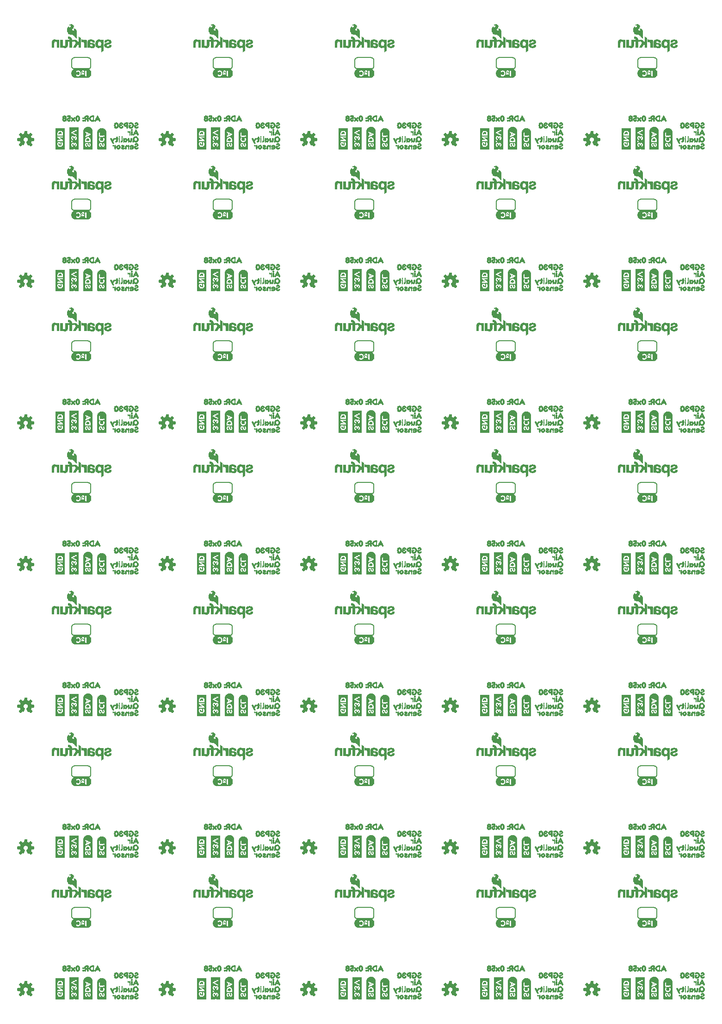
<source format=gbo>
G04 EAGLE Gerber RS-274X export*
G75*
%MOMM*%
%FSLAX34Y34*%
%LPD*%
%INSilkscreen Bottom*%
%IPPOS*%
%AMOC8*
5,1,8,0,0,1.08239X$1,22.5*%
G01*
%ADD10R,0.040000X3.880000*%
%ADD11R,0.040000X0.840000*%
%ADD12R,0.040000X2.800000*%
%ADD13R,0.040000X0.760000*%
%ADD14R,0.040000X0.320000*%
%ADD15R,0.040000X0.480000*%
%ADD16R,0.040000X0.160000*%
%ADD17R,0.040000X0.680000*%
%ADD18R,0.040000X0.200000*%
%ADD19R,0.040000X0.400000*%
%ADD20R,0.040000X0.120000*%
%ADD21R,0.040000X0.640000*%
%ADD22R,0.040000X0.360000*%
%ADD23R,0.040000X0.560000*%
%ADD24R,0.040000X0.600000*%
%ADD25R,0.040000X0.520000*%
%ADD26R,0.040000X0.280000*%
%ADD27R,0.040000X0.240000*%
%ADD28R,0.040000X0.720000*%
%ADD29R,0.040000X0.440000*%
%ADD30R,0.040000X0.040000*%
%ADD31R,0.040000X0.080000*%
%ADD32R,0.040000X0.800000*%
%ADD33R,0.040000X4.040000*%
%ADD34R,0.040000X1.000000*%
%ADD35R,0.040000X1.880000*%
%ADD36R,0.040000X0.920000*%
%ADD37R,0.040000X0.880000*%
%ADD38R,0.040000X3.520000*%
%ADD39R,0.040000X3.640000*%
%ADD40R,0.040000X3.720000*%
%ADD41R,0.040000X3.800000*%
%ADD42R,0.040000X3.840000*%
%ADD43R,0.040000X3.920000*%
%ADD44R,0.040000X3.040000*%
%ADD45R,0.040000X1.160000*%
%ADD46R,0.040000X1.120000*%
%ADD47R,0.040000X1.080000*%
%ADD48R,0.040000X1.040000*%
%ADD49R,0.040000X0.960000*%
%ADD50R,0.040000X3.280000*%
%ADD51R,0.040000X3.400000*%
%ADD52R,0.040000X3.480000*%
%ADD53R,0.040000X3.560000*%
%ADD54R,0.040000X3.600000*%
%ADD55R,0.040000X3.680000*%
%ADD56R,0.040000X1.800000*%
%ADD57R,0.040000X1.240000*%
%ADD58R,0.040000X1.280000*%
%ADD59R,0.040000X1.320000*%
%ADD60R,0.280000X0.040000*%
%ADD61R,0.400000X0.040000*%
%ADD62R,0.240000X0.040000*%
%ADD63R,0.440000X0.040000*%
%ADD64R,0.480000X0.040000*%
%ADD65R,0.600000X0.040000*%
%ADD66R,0.560000X0.040000*%
%ADD67R,0.640000X0.040000*%
%ADD68R,0.680000X0.040000*%
%ADD69R,0.520000X0.040000*%
%ADD70R,0.720000X0.040000*%
%ADD71R,0.800000X0.040000*%
%ADD72R,0.760000X0.040000*%
%ADD73R,0.320000X0.040000*%
%ADD74R,0.160000X0.040000*%
%ADD75R,0.360000X0.040000*%
%ADD76R,0.200000X0.040000*%
%ADD77R,0.120000X0.040000*%
%ADD78R,0.880000X0.040000*%
%ADD79R,0.080000X0.040000*%
%ADD80R,0.840000X0.040000*%
%ADD81R,0.920000X0.040000*%
%ADD82R,0.960000X0.040000*%
%ADD83R,1.000000X0.040000*%
%ADD84R,1.040000X0.040000*%
%ADD85C,0.203200*%
%ADD86R,2.440000X0.040000*%
%ADD87R,2.680000X0.040000*%
%ADD88R,2.840000X0.040000*%
%ADD89R,3.000000X0.040000*%
%ADD90R,3.080000X0.040000*%
%ADD91R,3.160000X0.040000*%
%ADD92R,3.240000X0.040000*%
%ADD93R,1.240000X0.040000*%
%ADD94R,1.440000X0.040000*%
%ADD95R,1.480000X0.040000*%
%ADD96R,1.520000X0.040000*%
%ADD97R,1.160000X0.040000*%

G36*
X293800Y25546D02*
X293800Y25546D01*
X293908Y25556D01*
X293921Y25562D01*
X293935Y25564D01*
X294032Y25612D01*
X294131Y25657D01*
X294144Y25668D01*
X294153Y25672D01*
X294168Y25688D01*
X294245Y25750D01*
X296830Y28335D01*
X296893Y28424D01*
X296959Y28509D01*
X296964Y28522D01*
X296972Y28534D01*
X297003Y28637D01*
X297039Y28740D01*
X297039Y28754D01*
X297043Y28767D01*
X297039Y28875D01*
X297040Y28984D01*
X297035Y28997D01*
X297035Y29011D01*
X296997Y29113D01*
X296962Y29215D01*
X296953Y29230D01*
X296949Y29239D01*
X296935Y29256D01*
X296881Y29338D01*
X294117Y32728D01*
X294674Y33810D01*
X294680Y33830D01*
X294722Y33925D01*
X295093Y35084D01*
X299444Y35527D01*
X299548Y35555D01*
X299654Y35580D01*
X299666Y35587D01*
X299679Y35590D01*
X299769Y35651D01*
X299862Y35708D01*
X299870Y35719D01*
X299882Y35727D01*
X299948Y35813D01*
X300017Y35897D01*
X300021Y35910D01*
X300030Y35921D01*
X300064Y36024D01*
X300103Y36125D01*
X300104Y36143D01*
X300108Y36152D01*
X300108Y36174D01*
X300117Y36272D01*
X300117Y39928D01*
X300100Y40035D01*
X300086Y40143D01*
X300080Y40155D01*
X300078Y40169D01*
X300026Y40265D01*
X299979Y40362D01*
X299969Y40372D01*
X299963Y40384D01*
X299883Y40458D01*
X299807Y40535D01*
X299795Y40541D01*
X299785Y40551D01*
X299686Y40596D01*
X299589Y40644D01*
X299571Y40648D01*
X299562Y40652D01*
X299541Y40654D01*
X299444Y40673D01*
X295093Y41116D01*
X294722Y42275D01*
X294713Y42293D01*
X294711Y42300D01*
X294707Y42307D01*
X294674Y42390D01*
X294117Y43472D01*
X296881Y46862D01*
X296935Y46956D01*
X296992Y47048D01*
X296995Y47061D01*
X297002Y47073D01*
X297023Y47180D01*
X297048Y47285D01*
X297046Y47299D01*
X297049Y47313D01*
X297034Y47420D01*
X297024Y47528D01*
X297018Y47541D01*
X297016Y47555D01*
X296968Y47652D01*
X296923Y47751D01*
X296912Y47764D01*
X296908Y47773D01*
X296892Y47788D01*
X296830Y47865D01*
X294245Y50450D01*
X294156Y50513D01*
X294071Y50579D01*
X294058Y50584D01*
X294046Y50592D01*
X293943Y50623D01*
X293840Y50659D01*
X293826Y50659D01*
X293813Y50663D01*
X293705Y50659D01*
X293596Y50660D01*
X293583Y50655D01*
X293569Y50655D01*
X293467Y50617D01*
X293365Y50582D01*
X293350Y50573D01*
X293341Y50569D01*
X293324Y50555D01*
X293242Y50501D01*
X289852Y47737D01*
X288770Y48294D01*
X288750Y48300D01*
X288655Y48342D01*
X287496Y48713D01*
X287053Y53064D01*
X287025Y53168D01*
X287000Y53274D01*
X286993Y53286D01*
X286990Y53299D01*
X286929Y53389D01*
X286872Y53482D01*
X286861Y53490D01*
X286853Y53502D01*
X286767Y53568D01*
X286683Y53637D01*
X286670Y53641D01*
X286659Y53650D01*
X286556Y53684D01*
X286455Y53723D01*
X286437Y53724D01*
X286428Y53728D01*
X286406Y53728D01*
X286308Y53737D01*
X282652Y53737D01*
X282545Y53720D01*
X282437Y53706D01*
X282425Y53700D01*
X282411Y53698D01*
X282315Y53646D01*
X282218Y53599D01*
X282208Y53589D01*
X282196Y53583D01*
X282122Y53503D01*
X282045Y53427D01*
X282039Y53415D01*
X282029Y53405D01*
X281984Y53306D01*
X281936Y53209D01*
X281932Y53191D01*
X281928Y53182D01*
X281926Y53161D01*
X281907Y53064D01*
X281464Y48713D01*
X280305Y48342D01*
X280287Y48332D01*
X280190Y48294D01*
X279108Y47737D01*
X275718Y50501D01*
X275624Y50555D01*
X275532Y50612D01*
X275519Y50615D01*
X275507Y50622D01*
X275400Y50643D01*
X275295Y50668D01*
X275281Y50666D01*
X275267Y50669D01*
X275160Y50654D01*
X275052Y50644D01*
X275039Y50638D01*
X275026Y50636D01*
X274928Y50588D01*
X274829Y50543D01*
X274816Y50532D01*
X274807Y50528D01*
X274792Y50512D01*
X274715Y50450D01*
X272130Y47865D01*
X272067Y47776D01*
X272001Y47691D01*
X271996Y47678D01*
X271988Y47666D01*
X271957Y47563D01*
X271921Y47460D01*
X271921Y47446D01*
X271917Y47433D01*
X271921Y47325D01*
X271920Y47216D01*
X271925Y47203D01*
X271925Y47189D01*
X271963Y47087D01*
X271998Y46985D01*
X272007Y46970D01*
X272011Y46961D01*
X272025Y46944D01*
X272079Y46862D01*
X274843Y43472D01*
X274286Y42390D01*
X274280Y42370D01*
X274238Y42275D01*
X273867Y41116D01*
X269516Y40673D01*
X269412Y40645D01*
X269306Y40620D01*
X269294Y40613D01*
X269281Y40610D01*
X269191Y40549D01*
X269098Y40492D01*
X269090Y40481D01*
X269078Y40473D01*
X269012Y40387D01*
X268944Y40303D01*
X268939Y40290D01*
X268930Y40279D01*
X268896Y40176D01*
X268857Y40075D01*
X268856Y40057D01*
X268852Y40048D01*
X268853Y40026D01*
X268843Y39928D01*
X268843Y36272D01*
X268860Y36165D01*
X268874Y36057D01*
X268880Y36045D01*
X268882Y36031D01*
X268934Y35935D01*
X268981Y35838D01*
X268991Y35828D01*
X268997Y35816D01*
X269077Y35742D01*
X269153Y35665D01*
X269165Y35659D01*
X269176Y35649D01*
X269274Y35604D01*
X269371Y35556D01*
X269389Y35552D01*
X269398Y35548D01*
X269419Y35546D01*
X269516Y35527D01*
X273867Y35084D01*
X274238Y33925D01*
X274248Y33907D01*
X274286Y33810D01*
X274843Y32728D01*
X272079Y29338D01*
X272025Y29244D01*
X271968Y29152D01*
X271965Y29139D01*
X271958Y29127D01*
X271937Y29020D01*
X271912Y28915D01*
X271914Y28901D01*
X271911Y28887D01*
X271926Y28780D01*
X271936Y28672D01*
X271942Y28659D01*
X271944Y28646D01*
X271992Y28548D01*
X272037Y28449D01*
X272048Y28436D01*
X272052Y28427D01*
X272068Y28412D01*
X272130Y28335D01*
X274715Y25750D01*
X274804Y25687D01*
X274889Y25621D01*
X274902Y25616D01*
X274914Y25608D01*
X275017Y25577D01*
X275120Y25541D01*
X275134Y25541D01*
X275147Y25537D01*
X275255Y25541D01*
X275364Y25540D01*
X275377Y25545D01*
X275391Y25545D01*
X275493Y25583D01*
X275595Y25618D01*
X275610Y25627D01*
X275619Y25631D01*
X275636Y25645D01*
X275718Y25699D01*
X279108Y28463D01*
X280190Y27906D01*
X280243Y27889D01*
X280292Y27863D01*
X280358Y27852D01*
X280422Y27831D01*
X280478Y27832D01*
X280532Y27823D01*
X280599Y27834D01*
X280666Y27835D01*
X280718Y27853D01*
X280773Y27862D01*
X280833Y27894D01*
X280896Y27917D01*
X280939Y27951D01*
X280989Y27977D01*
X281035Y28026D01*
X281087Y28068D01*
X281118Y28115D01*
X281156Y28155D01*
X281212Y28260D01*
X281220Y28273D01*
X281221Y28278D01*
X281225Y28285D01*
X283378Y33482D01*
X283398Y33565D01*
X283403Y33578D01*
X283405Y33594D01*
X283430Y33679D01*
X283429Y33700D01*
X283434Y33720D01*
X283426Y33802D01*
X283427Y33821D01*
X283423Y33841D01*
X283419Y33922D01*
X283412Y33942D01*
X283410Y33963D01*
X283378Y34032D01*
X283372Y34059D01*
X283357Y34083D01*
X283331Y34150D01*
X283318Y34166D01*
X283309Y34185D01*
X283264Y34234D01*
X283244Y34266D01*
X283213Y34291D01*
X283175Y34337D01*
X283152Y34353D01*
X283142Y34363D01*
X283121Y34375D01*
X283056Y34420D01*
X283055Y34421D01*
X283054Y34422D01*
X282155Y34928D01*
X281468Y35572D01*
X280953Y36360D01*
X280641Y37248D01*
X280549Y38185D01*
X280682Y39117D01*
X281033Y39991D01*
X281582Y40756D01*
X282296Y41369D01*
X283136Y41794D01*
X284053Y42008D01*
X284994Y41998D01*
X285906Y41764D01*
X286736Y41321D01*
X287437Y40692D01*
X287969Y39915D01*
X288300Y39034D01*
X288413Y38099D01*
X288305Y37182D01*
X287985Y36314D01*
X287471Y35545D01*
X286792Y34918D01*
X285908Y34423D01*
X285866Y34390D01*
X285824Y34367D01*
X285793Y34334D01*
X285745Y34299D01*
X285733Y34283D01*
X285717Y34270D01*
X285682Y34215D01*
X285657Y34189D01*
X285644Y34159D01*
X285602Y34101D01*
X285596Y34082D01*
X285586Y34065D01*
X285567Y33990D01*
X285557Y33967D01*
X285554Y33943D01*
X285531Y33868D01*
X285532Y33848D01*
X285527Y33828D01*
X285534Y33742D01*
X285533Y33724D01*
X285536Y33708D01*
X285539Y33624D01*
X285547Y33599D01*
X285548Y33585D01*
X285558Y33563D01*
X285582Y33482D01*
X286511Y31239D01*
X286511Y31238D01*
X287442Y28991D01*
X287443Y28991D01*
X287735Y28285D01*
X287764Y28238D01*
X287785Y28186D01*
X287828Y28135D01*
X287864Y28078D01*
X287907Y28043D01*
X287943Y28000D01*
X288000Y27966D01*
X288052Y27923D01*
X288104Y27904D01*
X288152Y27875D01*
X288218Y27861D01*
X288281Y27837D01*
X288336Y27835D01*
X288390Y27824D01*
X288457Y27831D01*
X288524Y27829D01*
X288578Y27845D01*
X288633Y27852D01*
X288744Y27896D01*
X288758Y27900D01*
X288762Y27903D01*
X288770Y27906D01*
X289852Y28463D01*
X293242Y25699D01*
X293336Y25645D01*
X293428Y25588D01*
X293441Y25585D01*
X293453Y25578D01*
X293560Y25557D01*
X293665Y25532D01*
X293679Y25534D01*
X293693Y25531D01*
X293800Y25546D01*
G37*
G36*
X293800Y284626D02*
X293800Y284626D01*
X293908Y284636D01*
X293921Y284642D01*
X293935Y284644D01*
X294032Y284692D01*
X294131Y284737D01*
X294144Y284748D01*
X294153Y284752D01*
X294168Y284768D01*
X294245Y284830D01*
X296830Y287415D01*
X296893Y287504D01*
X296959Y287589D01*
X296964Y287602D01*
X296972Y287614D01*
X297003Y287717D01*
X297039Y287820D01*
X297039Y287834D01*
X297043Y287847D01*
X297039Y287955D01*
X297040Y288064D01*
X297035Y288077D01*
X297035Y288091D01*
X296997Y288193D01*
X296962Y288295D01*
X296953Y288310D01*
X296949Y288319D01*
X296935Y288336D01*
X296881Y288418D01*
X294117Y291808D01*
X294674Y292890D01*
X294680Y292910D01*
X294722Y293005D01*
X295093Y294164D01*
X299444Y294607D01*
X299548Y294635D01*
X299654Y294660D01*
X299666Y294667D01*
X299679Y294670D01*
X299769Y294731D01*
X299862Y294788D01*
X299870Y294799D01*
X299882Y294807D01*
X299948Y294893D01*
X300017Y294977D01*
X300021Y294990D01*
X300030Y295001D01*
X300064Y295104D01*
X300103Y295205D01*
X300104Y295223D01*
X300108Y295232D01*
X300108Y295254D01*
X300117Y295352D01*
X300117Y299008D01*
X300100Y299115D01*
X300086Y299223D01*
X300080Y299235D01*
X300078Y299249D01*
X300026Y299345D01*
X299979Y299442D01*
X299969Y299452D01*
X299963Y299464D01*
X299883Y299538D01*
X299807Y299615D01*
X299795Y299621D01*
X299785Y299631D01*
X299686Y299676D01*
X299589Y299724D01*
X299571Y299728D01*
X299562Y299732D01*
X299541Y299734D01*
X299444Y299753D01*
X295093Y300196D01*
X294722Y301355D01*
X294713Y301373D01*
X294711Y301380D01*
X294707Y301387D01*
X294674Y301470D01*
X294117Y302552D01*
X296881Y305942D01*
X296935Y306036D01*
X296992Y306128D01*
X296995Y306141D01*
X297002Y306153D01*
X297023Y306260D01*
X297048Y306365D01*
X297046Y306379D01*
X297049Y306393D01*
X297034Y306500D01*
X297024Y306608D01*
X297018Y306621D01*
X297016Y306635D01*
X296968Y306732D01*
X296923Y306831D01*
X296912Y306844D01*
X296908Y306853D01*
X296892Y306868D01*
X296830Y306945D01*
X294245Y309530D01*
X294156Y309593D01*
X294071Y309659D01*
X294058Y309664D01*
X294046Y309672D01*
X293943Y309703D01*
X293840Y309739D01*
X293826Y309739D01*
X293813Y309743D01*
X293705Y309739D01*
X293596Y309740D01*
X293583Y309735D01*
X293569Y309735D01*
X293467Y309697D01*
X293365Y309662D01*
X293350Y309653D01*
X293341Y309649D01*
X293324Y309635D01*
X293242Y309581D01*
X289852Y306817D01*
X288770Y307374D01*
X288750Y307380D01*
X288655Y307422D01*
X287496Y307793D01*
X287053Y312144D01*
X287025Y312248D01*
X287000Y312354D01*
X286993Y312366D01*
X286990Y312379D01*
X286929Y312469D01*
X286872Y312562D01*
X286861Y312570D01*
X286853Y312582D01*
X286767Y312648D01*
X286683Y312717D01*
X286670Y312721D01*
X286659Y312730D01*
X286556Y312764D01*
X286455Y312803D01*
X286437Y312804D01*
X286428Y312808D01*
X286406Y312808D01*
X286308Y312817D01*
X282652Y312817D01*
X282545Y312800D01*
X282437Y312786D01*
X282425Y312780D01*
X282411Y312778D01*
X282315Y312726D01*
X282218Y312679D01*
X282208Y312669D01*
X282196Y312663D01*
X282122Y312583D01*
X282045Y312507D01*
X282039Y312495D01*
X282029Y312485D01*
X281984Y312386D01*
X281936Y312289D01*
X281932Y312271D01*
X281928Y312262D01*
X281926Y312241D01*
X281907Y312144D01*
X281464Y307793D01*
X280305Y307422D01*
X280287Y307412D01*
X280190Y307374D01*
X279108Y306817D01*
X275718Y309581D01*
X275624Y309635D01*
X275532Y309692D01*
X275519Y309695D01*
X275507Y309702D01*
X275400Y309723D01*
X275295Y309748D01*
X275281Y309746D01*
X275267Y309749D01*
X275160Y309734D01*
X275052Y309724D01*
X275039Y309718D01*
X275026Y309716D01*
X274928Y309668D01*
X274829Y309623D01*
X274816Y309612D01*
X274807Y309608D01*
X274792Y309592D01*
X274715Y309530D01*
X272130Y306945D01*
X272067Y306856D01*
X272001Y306771D01*
X271996Y306758D01*
X271988Y306746D01*
X271957Y306643D01*
X271921Y306540D01*
X271921Y306526D01*
X271917Y306513D01*
X271921Y306405D01*
X271920Y306296D01*
X271925Y306283D01*
X271925Y306269D01*
X271963Y306167D01*
X271998Y306065D01*
X272007Y306050D01*
X272011Y306041D01*
X272025Y306024D01*
X272079Y305942D01*
X274843Y302552D01*
X274286Y301470D01*
X274280Y301450D01*
X274238Y301355D01*
X273867Y300196D01*
X269516Y299753D01*
X269412Y299725D01*
X269306Y299700D01*
X269294Y299693D01*
X269281Y299690D01*
X269191Y299629D01*
X269098Y299572D01*
X269090Y299561D01*
X269078Y299553D01*
X269012Y299467D01*
X268944Y299383D01*
X268939Y299370D01*
X268930Y299359D01*
X268896Y299256D01*
X268857Y299155D01*
X268856Y299137D01*
X268852Y299128D01*
X268853Y299106D01*
X268843Y299008D01*
X268843Y295352D01*
X268860Y295245D01*
X268874Y295137D01*
X268880Y295125D01*
X268882Y295111D01*
X268934Y295015D01*
X268981Y294918D01*
X268991Y294908D01*
X268997Y294896D01*
X269077Y294822D01*
X269153Y294745D01*
X269165Y294739D01*
X269176Y294729D01*
X269274Y294684D01*
X269371Y294636D01*
X269389Y294632D01*
X269398Y294628D01*
X269419Y294626D01*
X269516Y294607D01*
X273867Y294164D01*
X274238Y293005D01*
X274248Y292987D01*
X274286Y292890D01*
X274843Y291808D01*
X272079Y288418D01*
X272025Y288324D01*
X271968Y288232D01*
X271965Y288219D01*
X271958Y288207D01*
X271937Y288100D01*
X271912Y287995D01*
X271914Y287981D01*
X271911Y287967D01*
X271926Y287860D01*
X271936Y287752D01*
X271942Y287739D01*
X271944Y287726D01*
X271992Y287628D01*
X272037Y287529D01*
X272048Y287516D01*
X272052Y287507D01*
X272068Y287492D01*
X272130Y287415D01*
X274715Y284830D01*
X274804Y284767D01*
X274889Y284701D01*
X274902Y284696D01*
X274914Y284688D01*
X275017Y284657D01*
X275120Y284621D01*
X275134Y284621D01*
X275147Y284617D01*
X275255Y284621D01*
X275364Y284620D01*
X275377Y284625D01*
X275391Y284625D01*
X275493Y284663D01*
X275595Y284698D01*
X275610Y284707D01*
X275619Y284711D01*
X275636Y284725D01*
X275718Y284779D01*
X279108Y287543D01*
X280190Y286986D01*
X280243Y286969D01*
X280292Y286943D01*
X280358Y286932D01*
X280422Y286911D01*
X280478Y286912D01*
X280532Y286903D01*
X280599Y286914D01*
X280666Y286915D01*
X280718Y286933D01*
X280773Y286942D01*
X280833Y286974D01*
X280896Y286997D01*
X280939Y287031D01*
X280989Y287057D01*
X281035Y287106D01*
X281087Y287148D01*
X281118Y287195D01*
X281156Y287235D01*
X281212Y287340D01*
X281220Y287353D01*
X281221Y287358D01*
X281225Y287365D01*
X283378Y292562D01*
X283398Y292645D01*
X283403Y292658D01*
X283405Y292674D01*
X283430Y292759D01*
X283429Y292780D01*
X283434Y292800D01*
X283426Y292882D01*
X283427Y292901D01*
X283423Y292921D01*
X283419Y293002D01*
X283412Y293022D01*
X283410Y293043D01*
X283378Y293112D01*
X283372Y293139D01*
X283357Y293163D01*
X283331Y293230D01*
X283318Y293246D01*
X283309Y293265D01*
X283264Y293314D01*
X283244Y293346D01*
X283213Y293371D01*
X283175Y293417D01*
X283152Y293433D01*
X283142Y293443D01*
X283121Y293455D01*
X283056Y293500D01*
X283055Y293501D01*
X283054Y293502D01*
X282155Y294008D01*
X281468Y294652D01*
X280953Y295440D01*
X280641Y296328D01*
X280549Y297265D01*
X280682Y298197D01*
X281033Y299071D01*
X281582Y299836D01*
X282296Y300449D01*
X283136Y300874D01*
X284053Y301088D01*
X284994Y301078D01*
X285906Y300844D01*
X286736Y300401D01*
X287437Y299772D01*
X287969Y298995D01*
X288300Y298114D01*
X288413Y297179D01*
X288305Y296262D01*
X287985Y295394D01*
X287471Y294625D01*
X286792Y293998D01*
X285908Y293503D01*
X285866Y293470D01*
X285824Y293447D01*
X285793Y293414D01*
X285745Y293379D01*
X285733Y293363D01*
X285717Y293350D01*
X285682Y293295D01*
X285657Y293269D01*
X285644Y293239D01*
X285602Y293181D01*
X285596Y293162D01*
X285586Y293145D01*
X285567Y293070D01*
X285557Y293047D01*
X285554Y293023D01*
X285531Y292948D01*
X285532Y292928D01*
X285527Y292908D01*
X285534Y292822D01*
X285533Y292804D01*
X285536Y292788D01*
X285539Y292704D01*
X285547Y292679D01*
X285548Y292665D01*
X285558Y292643D01*
X285582Y292562D01*
X286511Y290319D01*
X286511Y290318D01*
X287442Y288071D01*
X287443Y288071D01*
X287735Y287365D01*
X287764Y287318D01*
X287785Y287266D01*
X287828Y287215D01*
X287864Y287158D01*
X287907Y287123D01*
X287943Y287080D01*
X288000Y287046D01*
X288052Y287003D01*
X288104Y286984D01*
X288152Y286955D01*
X288218Y286941D01*
X288281Y286917D01*
X288336Y286915D01*
X288390Y286904D01*
X288457Y286911D01*
X288524Y286909D01*
X288578Y286925D01*
X288633Y286932D01*
X288744Y286976D01*
X288758Y286980D01*
X288762Y286983D01*
X288770Y286986D01*
X289852Y287543D01*
X293242Y284779D01*
X293336Y284725D01*
X293428Y284668D01*
X293441Y284665D01*
X293453Y284658D01*
X293560Y284637D01*
X293665Y284612D01*
X293679Y284614D01*
X293693Y284611D01*
X293800Y284626D01*
G37*
G36*
X34720Y284626D02*
X34720Y284626D01*
X34828Y284636D01*
X34841Y284642D01*
X34855Y284644D01*
X34952Y284692D01*
X35051Y284737D01*
X35064Y284748D01*
X35073Y284752D01*
X35088Y284768D01*
X35165Y284830D01*
X37750Y287415D01*
X37813Y287504D01*
X37879Y287589D01*
X37884Y287602D01*
X37892Y287614D01*
X37923Y287717D01*
X37959Y287820D01*
X37959Y287834D01*
X37963Y287847D01*
X37959Y287955D01*
X37960Y288064D01*
X37955Y288077D01*
X37955Y288091D01*
X37917Y288193D01*
X37882Y288295D01*
X37873Y288310D01*
X37869Y288319D01*
X37855Y288336D01*
X37801Y288418D01*
X35037Y291808D01*
X35594Y292890D01*
X35600Y292910D01*
X35642Y293005D01*
X36013Y294164D01*
X40364Y294607D01*
X40468Y294635D01*
X40574Y294660D01*
X40586Y294667D01*
X40599Y294670D01*
X40689Y294731D01*
X40782Y294788D01*
X40790Y294799D01*
X40802Y294807D01*
X40868Y294893D01*
X40937Y294977D01*
X40941Y294990D01*
X40950Y295001D01*
X40984Y295104D01*
X41023Y295205D01*
X41024Y295223D01*
X41028Y295232D01*
X41028Y295254D01*
X41037Y295352D01*
X41037Y299008D01*
X41020Y299115D01*
X41006Y299223D01*
X41000Y299235D01*
X40998Y299249D01*
X40946Y299345D01*
X40899Y299442D01*
X40889Y299452D01*
X40883Y299464D01*
X40803Y299538D01*
X40727Y299615D01*
X40715Y299621D01*
X40705Y299631D01*
X40606Y299676D01*
X40509Y299724D01*
X40491Y299728D01*
X40482Y299732D01*
X40461Y299734D01*
X40364Y299753D01*
X36013Y300196D01*
X35642Y301355D01*
X35633Y301373D01*
X35631Y301380D01*
X35627Y301387D01*
X35594Y301470D01*
X35037Y302552D01*
X37801Y305942D01*
X37855Y306036D01*
X37912Y306128D01*
X37915Y306141D01*
X37922Y306153D01*
X37943Y306260D01*
X37968Y306365D01*
X37966Y306379D01*
X37969Y306393D01*
X37954Y306500D01*
X37944Y306608D01*
X37938Y306621D01*
X37936Y306635D01*
X37888Y306732D01*
X37843Y306831D01*
X37832Y306844D01*
X37828Y306853D01*
X37812Y306868D01*
X37750Y306945D01*
X35165Y309530D01*
X35076Y309593D01*
X34991Y309659D01*
X34978Y309664D01*
X34966Y309672D01*
X34863Y309703D01*
X34760Y309739D01*
X34746Y309739D01*
X34733Y309743D01*
X34625Y309739D01*
X34516Y309740D01*
X34503Y309735D01*
X34489Y309735D01*
X34387Y309697D01*
X34285Y309662D01*
X34270Y309653D01*
X34261Y309649D01*
X34244Y309635D01*
X34162Y309581D01*
X30772Y306817D01*
X29690Y307374D01*
X29670Y307380D01*
X29575Y307422D01*
X28416Y307793D01*
X27973Y312144D01*
X27945Y312248D01*
X27920Y312354D01*
X27913Y312366D01*
X27910Y312379D01*
X27849Y312469D01*
X27792Y312562D01*
X27781Y312570D01*
X27773Y312582D01*
X27687Y312648D01*
X27603Y312717D01*
X27590Y312721D01*
X27579Y312730D01*
X27476Y312764D01*
X27375Y312803D01*
X27357Y312804D01*
X27348Y312808D01*
X27326Y312808D01*
X27228Y312817D01*
X23572Y312817D01*
X23465Y312800D01*
X23357Y312786D01*
X23345Y312780D01*
X23331Y312778D01*
X23235Y312726D01*
X23138Y312679D01*
X23128Y312669D01*
X23116Y312663D01*
X23042Y312583D01*
X22965Y312507D01*
X22959Y312495D01*
X22949Y312485D01*
X22904Y312386D01*
X22856Y312289D01*
X22852Y312271D01*
X22848Y312262D01*
X22846Y312241D01*
X22827Y312144D01*
X22384Y307793D01*
X21225Y307422D01*
X21207Y307412D01*
X21110Y307374D01*
X20028Y306817D01*
X16638Y309581D01*
X16544Y309635D01*
X16452Y309692D01*
X16439Y309695D01*
X16427Y309702D01*
X16320Y309723D01*
X16215Y309748D01*
X16201Y309746D01*
X16187Y309749D01*
X16080Y309734D01*
X15972Y309724D01*
X15959Y309718D01*
X15946Y309716D01*
X15848Y309668D01*
X15749Y309623D01*
X15736Y309612D01*
X15727Y309608D01*
X15712Y309592D01*
X15635Y309530D01*
X13050Y306945D01*
X12987Y306856D01*
X12921Y306771D01*
X12916Y306758D01*
X12908Y306746D01*
X12877Y306643D01*
X12841Y306540D01*
X12841Y306526D01*
X12837Y306513D01*
X12841Y306405D01*
X12840Y306296D01*
X12845Y306283D01*
X12845Y306269D01*
X12883Y306167D01*
X12918Y306065D01*
X12927Y306050D01*
X12931Y306041D01*
X12945Y306024D01*
X12999Y305942D01*
X15763Y302552D01*
X15206Y301470D01*
X15200Y301450D01*
X15158Y301355D01*
X14787Y300196D01*
X10436Y299753D01*
X10332Y299725D01*
X10226Y299700D01*
X10214Y299693D01*
X10201Y299690D01*
X10111Y299629D01*
X10018Y299572D01*
X10010Y299561D01*
X9998Y299553D01*
X9932Y299467D01*
X9864Y299383D01*
X9859Y299370D01*
X9850Y299359D01*
X9816Y299256D01*
X9777Y299155D01*
X9776Y299137D01*
X9772Y299128D01*
X9773Y299106D01*
X9763Y299008D01*
X9763Y295352D01*
X9780Y295245D01*
X9794Y295137D01*
X9800Y295125D01*
X9802Y295111D01*
X9854Y295015D01*
X9901Y294918D01*
X9911Y294908D01*
X9917Y294896D01*
X9997Y294822D01*
X10073Y294745D01*
X10085Y294739D01*
X10096Y294729D01*
X10194Y294684D01*
X10291Y294636D01*
X10309Y294632D01*
X10318Y294628D01*
X10339Y294626D01*
X10436Y294607D01*
X14787Y294164D01*
X15158Y293005D01*
X15168Y292987D01*
X15206Y292890D01*
X15763Y291808D01*
X12999Y288418D01*
X12945Y288324D01*
X12888Y288232D01*
X12885Y288219D01*
X12878Y288207D01*
X12857Y288100D01*
X12832Y287995D01*
X12834Y287981D01*
X12831Y287967D01*
X12846Y287860D01*
X12856Y287752D01*
X12862Y287739D01*
X12864Y287726D01*
X12912Y287628D01*
X12957Y287529D01*
X12968Y287516D01*
X12972Y287507D01*
X12988Y287492D01*
X13050Y287415D01*
X15635Y284830D01*
X15724Y284767D01*
X15809Y284701D01*
X15822Y284696D01*
X15834Y284688D01*
X15937Y284657D01*
X16040Y284621D01*
X16054Y284621D01*
X16067Y284617D01*
X16175Y284621D01*
X16284Y284620D01*
X16297Y284625D01*
X16311Y284625D01*
X16413Y284663D01*
X16515Y284698D01*
X16530Y284707D01*
X16539Y284711D01*
X16556Y284725D01*
X16638Y284779D01*
X20028Y287543D01*
X21110Y286986D01*
X21163Y286969D01*
X21212Y286943D01*
X21278Y286932D01*
X21342Y286911D01*
X21398Y286912D01*
X21452Y286903D01*
X21519Y286914D01*
X21586Y286915D01*
X21638Y286933D01*
X21693Y286942D01*
X21753Y286974D01*
X21816Y286997D01*
X21859Y287031D01*
X21909Y287057D01*
X21955Y287106D01*
X22007Y287148D01*
X22038Y287195D01*
X22076Y287235D01*
X22132Y287340D01*
X22140Y287353D01*
X22141Y287358D01*
X22145Y287365D01*
X24298Y292562D01*
X24318Y292645D01*
X24323Y292658D01*
X24325Y292674D01*
X24350Y292759D01*
X24349Y292780D01*
X24354Y292800D01*
X24346Y292882D01*
X24347Y292901D01*
X24343Y292921D01*
X24339Y293002D01*
X24332Y293022D01*
X24330Y293043D01*
X24298Y293112D01*
X24292Y293139D01*
X24277Y293163D01*
X24251Y293230D01*
X24238Y293246D01*
X24229Y293265D01*
X24184Y293314D01*
X24164Y293346D01*
X24133Y293371D01*
X24095Y293417D01*
X24072Y293433D01*
X24062Y293443D01*
X24041Y293455D01*
X23976Y293500D01*
X23975Y293501D01*
X23974Y293502D01*
X23075Y294008D01*
X22388Y294652D01*
X21873Y295440D01*
X21561Y296328D01*
X21469Y297265D01*
X21602Y298197D01*
X21953Y299071D01*
X22502Y299836D01*
X23216Y300449D01*
X24056Y300874D01*
X24973Y301088D01*
X25914Y301078D01*
X26826Y300844D01*
X27656Y300401D01*
X28357Y299772D01*
X28889Y298995D01*
X29220Y298114D01*
X29333Y297179D01*
X29225Y296262D01*
X28905Y295394D01*
X28391Y294625D01*
X27712Y293998D01*
X26828Y293503D01*
X26786Y293470D01*
X26744Y293447D01*
X26713Y293414D01*
X26665Y293379D01*
X26653Y293363D01*
X26637Y293350D01*
X26602Y293295D01*
X26577Y293269D01*
X26564Y293239D01*
X26522Y293181D01*
X26516Y293162D01*
X26506Y293145D01*
X26487Y293070D01*
X26477Y293047D01*
X26474Y293023D01*
X26451Y292948D01*
X26452Y292928D01*
X26447Y292908D01*
X26454Y292822D01*
X26453Y292804D01*
X26456Y292788D01*
X26459Y292704D01*
X26467Y292679D01*
X26468Y292665D01*
X26478Y292643D01*
X26502Y292562D01*
X27431Y290319D01*
X27431Y290318D01*
X28362Y288071D01*
X28363Y288071D01*
X28655Y287365D01*
X28684Y287318D01*
X28705Y287266D01*
X28748Y287215D01*
X28784Y287158D01*
X28827Y287123D01*
X28863Y287080D01*
X28920Y287046D01*
X28972Y287003D01*
X29024Y286984D01*
X29072Y286955D01*
X29138Y286941D01*
X29201Y286917D01*
X29256Y286915D01*
X29310Y286904D01*
X29377Y286911D01*
X29444Y286909D01*
X29498Y286925D01*
X29553Y286932D01*
X29664Y286976D01*
X29678Y286980D01*
X29682Y286983D01*
X29690Y286986D01*
X30772Y287543D01*
X34162Y284779D01*
X34256Y284725D01*
X34348Y284668D01*
X34361Y284665D01*
X34373Y284658D01*
X34480Y284637D01*
X34585Y284612D01*
X34599Y284614D01*
X34613Y284611D01*
X34720Y284626D01*
G37*
G36*
X811960Y284626D02*
X811960Y284626D01*
X812068Y284636D01*
X812081Y284642D01*
X812095Y284644D01*
X812192Y284692D01*
X812291Y284737D01*
X812304Y284748D01*
X812313Y284752D01*
X812328Y284768D01*
X812405Y284830D01*
X814990Y287415D01*
X815053Y287504D01*
X815119Y287589D01*
X815124Y287602D01*
X815132Y287614D01*
X815163Y287717D01*
X815199Y287820D01*
X815199Y287834D01*
X815203Y287847D01*
X815199Y287955D01*
X815200Y288064D01*
X815195Y288077D01*
X815195Y288091D01*
X815157Y288193D01*
X815122Y288295D01*
X815113Y288310D01*
X815109Y288319D01*
X815095Y288336D01*
X815041Y288418D01*
X812277Y291808D01*
X812834Y292890D01*
X812840Y292910D01*
X812882Y293005D01*
X813253Y294164D01*
X817604Y294607D01*
X817708Y294635D01*
X817814Y294660D01*
X817826Y294667D01*
X817839Y294670D01*
X817929Y294731D01*
X818022Y294788D01*
X818030Y294799D01*
X818042Y294807D01*
X818108Y294893D01*
X818177Y294977D01*
X818181Y294990D01*
X818190Y295001D01*
X818224Y295104D01*
X818263Y295205D01*
X818264Y295223D01*
X818268Y295232D01*
X818268Y295254D01*
X818277Y295352D01*
X818277Y299008D01*
X818260Y299115D01*
X818246Y299223D01*
X818240Y299235D01*
X818238Y299249D01*
X818186Y299345D01*
X818139Y299442D01*
X818129Y299452D01*
X818123Y299464D01*
X818043Y299538D01*
X817967Y299615D01*
X817955Y299621D01*
X817945Y299631D01*
X817846Y299676D01*
X817749Y299724D01*
X817731Y299728D01*
X817722Y299732D01*
X817701Y299734D01*
X817604Y299753D01*
X813253Y300196D01*
X812882Y301355D01*
X812873Y301373D01*
X812871Y301380D01*
X812867Y301387D01*
X812834Y301470D01*
X812277Y302552D01*
X815041Y305942D01*
X815095Y306036D01*
X815152Y306128D01*
X815155Y306141D01*
X815162Y306153D01*
X815183Y306260D01*
X815208Y306365D01*
X815206Y306379D01*
X815209Y306393D01*
X815194Y306500D01*
X815184Y306608D01*
X815178Y306621D01*
X815176Y306635D01*
X815128Y306732D01*
X815083Y306831D01*
X815072Y306844D01*
X815068Y306853D01*
X815052Y306868D01*
X814990Y306945D01*
X812405Y309530D01*
X812316Y309593D01*
X812231Y309659D01*
X812218Y309664D01*
X812206Y309672D01*
X812103Y309703D01*
X812000Y309739D01*
X811986Y309739D01*
X811973Y309743D01*
X811865Y309739D01*
X811756Y309740D01*
X811743Y309735D01*
X811729Y309735D01*
X811627Y309697D01*
X811525Y309662D01*
X811510Y309653D01*
X811501Y309649D01*
X811484Y309635D01*
X811402Y309581D01*
X808012Y306817D01*
X806930Y307374D01*
X806910Y307380D01*
X806815Y307422D01*
X805656Y307793D01*
X805213Y312144D01*
X805185Y312248D01*
X805160Y312354D01*
X805153Y312366D01*
X805150Y312379D01*
X805089Y312469D01*
X805032Y312562D01*
X805021Y312570D01*
X805013Y312582D01*
X804927Y312648D01*
X804843Y312717D01*
X804830Y312721D01*
X804819Y312730D01*
X804716Y312764D01*
X804615Y312803D01*
X804597Y312804D01*
X804588Y312808D01*
X804566Y312808D01*
X804468Y312817D01*
X800812Y312817D01*
X800705Y312800D01*
X800597Y312786D01*
X800585Y312780D01*
X800571Y312778D01*
X800475Y312726D01*
X800378Y312679D01*
X800368Y312669D01*
X800356Y312663D01*
X800282Y312583D01*
X800205Y312507D01*
X800199Y312495D01*
X800189Y312485D01*
X800144Y312386D01*
X800096Y312289D01*
X800092Y312271D01*
X800088Y312262D01*
X800086Y312241D01*
X800067Y312144D01*
X799624Y307793D01*
X798465Y307422D01*
X798447Y307412D01*
X798350Y307374D01*
X797268Y306817D01*
X793878Y309581D01*
X793784Y309635D01*
X793692Y309692D01*
X793679Y309695D01*
X793667Y309702D01*
X793560Y309723D01*
X793455Y309748D01*
X793441Y309746D01*
X793427Y309749D01*
X793320Y309734D01*
X793212Y309724D01*
X793199Y309718D01*
X793186Y309716D01*
X793088Y309668D01*
X792989Y309623D01*
X792976Y309612D01*
X792967Y309608D01*
X792952Y309592D01*
X792875Y309530D01*
X790290Y306945D01*
X790227Y306856D01*
X790161Y306771D01*
X790156Y306758D01*
X790148Y306746D01*
X790117Y306643D01*
X790081Y306540D01*
X790081Y306526D01*
X790077Y306513D01*
X790081Y306405D01*
X790080Y306296D01*
X790085Y306283D01*
X790085Y306269D01*
X790123Y306167D01*
X790158Y306065D01*
X790167Y306050D01*
X790171Y306041D01*
X790185Y306024D01*
X790239Y305942D01*
X793003Y302552D01*
X792446Y301470D01*
X792440Y301450D01*
X792398Y301355D01*
X792027Y300196D01*
X787676Y299753D01*
X787572Y299725D01*
X787466Y299700D01*
X787454Y299693D01*
X787441Y299690D01*
X787351Y299629D01*
X787258Y299572D01*
X787250Y299561D01*
X787238Y299553D01*
X787172Y299467D01*
X787104Y299383D01*
X787099Y299370D01*
X787090Y299359D01*
X787056Y299256D01*
X787017Y299155D01*
X787016Y299137D01*
X787012Y299128D01*
X787013Y299106D01*
X787003Y299008D01*
X787003Y295352D01*
X787020Y295245D01*
X787034Y295137D01*
X787040Y295125D01*
X787042Y295111D01*
X787094Y295015D01*
X787141Y294918D01*
X787151Y294908D01*
X787157Y294896D01*
X787237Y294822D01*
X787313Y294745D01*
X787325Y294739D01*
X787336Y294729D01*
X787434Y294684D01*
X787531Y294636D01*
X787549Y294632D01*
X787558Y294628D01*
X787579Y294626D01*
X787676Y294607D01*
X792027Y294164D01*
X792398Y293005D01*
X792408Y292987D01*
X792446Y292890D01*
X793003Y291808D01*
X790239Y288418D01*
X790185Y288324D01*
X790128Y288232D01*
X790125Y288219D01*
X790118Y288207D01*
X790097Y288100D01*
X790072Y287995D01*
X790074Y287981D01*
X790071Y287967D01*
X790086Y287860D01*
X790096Y287752D01*
X790102Y287739D01*
X790104Y287726D01*
X790152Y287628D01*
X790197Y287529D01*
X790208Y287516D01*
X790212Y287507D01*
X790228Y287492D01*
X790290Y287415D01*
X792875Y284830D01*
X792964Y284767D01*
X793049Y284701D01*
X793062Y284696D01*
X793074Y284688D01*
X793177Y284657D01*
X793280Y284621D01*
X793294Y284621D01*
X793307Y284617D01*
X793415Y284621D01*
X793524Y284620D01*
X793537Y284625D01*
X793551Y284625D01*
X793653Y284663D01*
X793755Y284698D01*
X793770Y284707D01*
X793779Y284711D01*
X793796Y284725D01*
X793878Y284779D01*
X797268Y287543D01*
X798350Y286986D01*
X798403Y286969D01*
X798452Y286943D01*
X798518Y286932D01*
X798582Y286911D01*
X798638Y286912D01*
X798692Y286903D01*
X798759Y286914D01*
X798826Y286915D01*
X798878Y286933D01*
X798933Y286942D01*
X798993Y286974D01*
X799056Y286997D01*
X799099Y287031D01*
X799149Y287057D01*
X799195Y287106D01*
X799247Y287148D01*
X799278Y287195D01*
X799316Y287235D01*
X799372Y287340D01*
X799380Y287353D01*
X799381Y287358D01*
X799385Y287365D01*
X801538Y292562D01*
X801558Y292645D01*
X801563Y292658D01*
X801565Y292674D01*
X801590Y292759D01*
X801589Y292780D01*
X801594Y292800D01*
X801586Y292882D01*
X801587Y292901D01*
X801583Y292921D01*
X801579Y293002D01*
X801572Y293022D01*
X801570Y293043D01*
X801538Y293112D01*
X801532Y293139D01*
X801517Y293163D01*
X801491Y293230D01*
X801478Y293246D01*
X801469Y293265D01*
X801424Y293314D01*
X801404Y293346D01*
X801373Y293371D01*
X801335Y293417D01*
X801312Y293433D01*
X801302Y293443D01*
X801281Y293455D01*
X801216Y293500D01*
X801215Y293501D01*
X801214Y293502D01*
X800315Y294008D01*
X799628Y294652D01*
X799113Y295440D01*
X798801Y296328D01*
X798709Y297265D01*
X798842Y298197D01*
X799193Y299071D01*
X799742Y299836D01*
X800456Y300449D01*
X801296Y300874D01*
X802213Y301088D01*
X803154Y301078D01*
X804066Y300844D01*
X804896Y300401D01*
X805597Y299772D01*
X806129Y298995D01*
X806460Y298114D01*
X806573Y297179D01*
X806465Y296262D01*
X806145Y295394D01*
X805631Y294625D01*
X804952Y293998D01*
X804068Y293503D01*
X804026Y293470D01*
X803984Y293447D01*
X803953Y293414D01*
X803905Y293379D01*
X803893Y293363D01*
X803877Y293350D01*
X803842Y293295D01*
X803817Y293269D01*
X803804Y293239D01*
X803762Y293181D01*
X803756Y293162D01*
X803746Y293145D01*
X803727Y293070D01*
X803717Y293047D01*
X803714Y293023D01*
X803691Y292948D01*
X803692Y292928D01*
X803687Y292908D01*
X803694Y292822D01*
X803693Y292804D01*
X803696Y292788D01*
X803699Y292704D01*
X803707Y292679D01*
X803708Y292665D01*
X803718Y292643D01*
X803742Y292562D01*
X804671Y290319D01*
X804671Y290318D01*
X805602Y288071D01*
X805603Y288071D01*
X805895Y287365D01*
X805924Y287318D01*
X805945Y287266D01*
X805988Y287215D01*
X806024Y287158D01*
X806067Y287123D01*
X806103Y287080D01*
X806160Y287046D01*
X806212Y287003D01*
X806264Y286984D01*
X806312Y286955D01*
X806378Y286941D01*
X806441Y286917D01*
X806496Y286915D01*
X806550Y286904D01*
X806617Y286911D01*
X806684Y286909D01*
X806738Y286925D01*
X806793Y286932D01*
X806904Y286976D01*
X806918Y286980D01*
X806922Y286983D01*
X806930Y286986D01*
X808012Y287543D01*
X811402Y284779D01*
X811496Y284725D01*
X811588Y284668D01*
X811601Y284665D01*
X811613Y284658D01*
X811720Y284637D01*
X811825Y284612D01*
X811839Y284614D01*
X811853Y284611D01*
X811960Y284626D01*
G37*
G36*
X552880Y1061866D02*
X552880Y1061866D01*
X552988Y1061876D01*
X553001Y1061882D01*
X553015Y1061884D01*
X553112Y1061932D01*
X553211Y1061977D01*
X553224Y1061988D01*
X553233Y1061992D01*
X553248Y1062008D01*
X553325Y1062070D01*
X555910Y1064655D01*
X555973Y1064744D01*
X556039Y1064829D01*
X556044Y1064842D01*
X556052Y1064854D01*
X556083Y1064957D01*
X556119Y1065060D01*
X556119Y1065074D01*
X556123Y1065087D01*
X556119Y1065195D01*
X556120Y1065304D01*
X556115Y1065317D01*
X556115Y1065331D01*
X556077Y1065433D01*
X556042Y1065535D01*
X556033Y1065550D01*
X556029Y1065559D01*
X556015Y1065576D01*
X555961Y1065658D01*
X553197Y1069048D01*
X553754Y1070130D01*
X553760Y1070150D01*
X553802Y1070245D01*
X554173Y1071404D01*
X558524Y1071847D01*
X558628Y1071875D01*
X558734Y1071900D01*
X558746Y1071907D01*
X558759Y1071910D01*
X558849Y1071971D01*
X558942Y1072028D01*
X558950Y1072039D01*
X558962Y1072047D01*
X559028Y1072133D01*
X559097Y1072217D01*
X559101Y1072230D01*
X559110Y1072241D01*
X559144Y1072344D01*
X559183Y1072445D01*
X559184Y1072463D01*
X559188Y1072472D01*
X559188Y1072494D01*
X559197Y1072592D01*
X559197Y1076248D01*
X559180Y1076355D01*
X559166Y1076463D01*
X559160Y1076475D01*
X559158Y1076489D01*
X559106Y1076585D01*
X559059Y1076682D01*
X559049Y1076692D01*
X559043Y1076704D01*
X558963Y1076778D01*
X558887Y1076855D01*
X558875Y1076861D01*
X558865Y1076871D01*
X558766Y1076916D01*
X558669Y1076964D01*
X558651Y1076968D01*
X558642Y1076972D01*
X558621Y1076974D01*
X558524Y1076993D01*
X554173Y1077436D01*
X553802Y1078595D01*
X553793Y1078613D01*
X553791Y1078620D01*
X553787Y1078627D01*
X553754Y1078710D01*
X553197Y1079792D01*
X555961Y1083182D01*
X556015Y1083276D01*
X556072Y1083368D01*
X556075Y1083381D01*
X556082Y1083393D01*
X556103Y1083500D01*
X556128Y1083605D01*
X556126Y1083619D01*
X556129Y1083633D01*
X556114Y1083740D01*
X556104Y1083848D01*
X556098Y1083861D01*
X556096Y1083875D01*
X556048Y1083972D01*
X556003Y1084071D01*
X555992Y1084084D01*
X555988Y1084093D01*
X555972Y1084108D01*
X555910Y1084185D01*
X553325Y1086770D01*
X553236Y1086833D01*
X553151Y1086899D01*
X553138Y1086904D01*
X553126Y1086912D01*
X553023Y1086943D01*
X552920Y1086979D01*
X552906Y1086979D01*
X552893Y1086983D01*
X552785Y1086979D01*
X552676Y1086980D01*
X552663Y1086975D01*
X552649Y1086975D01*
X552547Y1086937D01*
X552445Y1086902D01*
X552430Y1086893D01*
X552421Y1086889D01*
X552404Y1086875D01*
X552322Y1086821D01*
X548932Y1084057D01*
X547850Y1084614D01*
X547830Y1084620D01*
X547735Y1084662D01*
X546576Y1085033D01*
X546133Y1089384D01*
X546105Y1089488D01*
X546080Y1089594D01*
X546073Y1089606D01*
X546070Y1089619D01*
X546009Y1089709D01*
X545952Y1089802D01*
X545941Y1089810D01*
X545933Y1089822D01*
X545847Y1089888D01*
X545763Y1089957D01*
X545750Y1089961D01*
X545739Y1089970D01*
X545636Y1090004D01*
X545535Y1090043D01*
X545517Y1090044D01*
X545508Y1090048D01*
X545486Y1090048D01*
X545388Y1090057D01*
X541732Y1090057D01*
X541625Y1090040D01*
X541517Y1090026D01*
X541505Y1090020D01*
X541491Y1090018D01*
X541395Y1089966D01*
X541298Y1089919D01*
X541288Y1089909D01*
X541276Y1089903D01*
X541202Y1089823D01*
X541125Y1089747D01*
X541119Y1089735D01*
X541109Y1089725D01*
X541064Y1089626D01*
X541016Y1089529D01*
X541012Y1089511D01*
X541008Y1089502D01*
X541006Y1089481D01*
X540987Y1089384D01*
X540544Y1085033D01*
X539385Y1084662D01*
X539367Y1084652D01*
X539270Y1084614D01*
X538188Y1084057D01*
X534798Y1086821D01*
X534704Y1086875D01*
X534612Y1086932D01*
X534599Y1086935D01*
X534587Y1086942D01*
X534480Y1086963D01*
X534375Y1086988D01*
X534361Y1086986D01*
X534347Y1086989D01*
X534240Y1086974D01*
X534132Y1086964D01*
X534119Y1086958D01*
X534106Y1086956D01*
X534008Y1086908D01*
X533909Y1086863D01*
X533896Y1086852D01*
X533887Y1086848D01*
X533872Y1086832D01*
X533795Y1086770D01*
X531210Y1084185D01*
X531147Y1084096D01*
X531081Y1084011D01*
X531076Y1083998D01*
X531068Y1083986D01*
X531037Y1083883D01*
X531001Y1083780D01*
X531001Y1083766D01*
X530997Y1083753D01*
X531001Y1083645D01*
X531000Y1083536D01*
X531005Y1083523D01*
X531005Y1083509D01*
X531043Y1083407D01*
X531078Y1083305D01*
X531087Y1083290D01*
X531091Y1083281D01*
X531105Y1083264D01*
X531159Y1083182D01*
X533923Y1079792D01*
X533366Y1078710D01*
X533360Y1078690D01*
X533318Y1078595D01*
X532947Y1077436D01*
X528596Y1076993D01*
X528492Y1076965D01*
X528386Y1076940D01*
X528374Y1076933D01*
X528361Y1076930D01*
X528271Y1076869D01*
X528178Y1076812D01*
X528170Y1076801D01*
X528158Y1076793D01*
X528092Y1076707D01*
X528024Y1076623D01*
X528019Y1076610D01*
X528010Y1076599D01*
X527976Y1076496D01*
X527937Y1076395D01*
X527936Y1076377D01*
X527932Y1076368D01*
X527933Y1076346D01*
X527923Y1076248D01*
X527923Y1072592D01*
X527940Y1072485D01*
X527954Y1072377D01*
X527960Y1072365D01*
X527962Y1072351D01*
X528014Y1072255D01*
X528061Y1072158D01*
X528071Y1072148D01*
X528077Y1072136D01*
X528157Y1072062D01*
X528233Y1071985D01*
X528245Y1071979D01*
X528256Y1071969D01*
X528354Y1071924D01*
X528451Y1071876D01*
X528469Y1071872D01*
X528478Y1071868D01*
X528499Y1071866D01*
X528596Y1071847D01*
X532947Y1071404D01*
X533318Y1070245D01*
X533328Y1070227D01*
X533366Y1070130D01*
X533923Y1069048D01*
X531159Y1065658D01*
X531105Y1065564D01*
X531048Y1065472D01*
X531045Y1065459D01*
X531038Y1065447D01*
X531017Y1065340D01*
X530992Y1065235D01*
X530994Y1065221D01*
X530991Y1065207D01*
X531006Y1065100D01*
X531016Y1064992D01*
X531022Y1064979D01*
X531024Y1064966D01*
X531072Y1064868D01*
X531117Y1064769D01*
X531128Y1064756D01*
X531132Y1064747D01*
X531148Y1064732D01*
X531210Y1064655D01*
X533795Y1062070D01*
X533884Y1062007D01*
X533969Y1061941D01*
X533982Y1061936D01*
X533994Y1061928D01*
X534097Y1061897D01*
X534200Y1061861D01*
X534214Y1061861D01*
X534227Y1061857D01*
X534335Y1061861D01*
X534444Y1061860D01*
X534457Y1061865D01*
X534471Y1061865D01*
X534573Y1061903D01*
X534675Y1061938D01*
X534690Y1061947D01*
X534699Y1061951D01*
X534716Y1061965D01*
X534798Y1062019D01*
X538188Y1064783D01*
X539270Y1064226D01*
X539323Y1064209D01*
X539372Y1064183D01*
X539438Y1064172D01*
X539502Y1064151D01*
X539558Y1064152D01*
X539612Y1064143D01*
X539679Y1064154D01*
X539746Y1064155D01*
X539798Y1064173D01*
X539853Y1064182D01*
X539913Y1064214D01*
X539976Y1064237D01*
X540019Y1064271D01*
X540069Y1064297D01*
X540115Y1064346D01*
X540167Y1064388D01*
X540198Y1064435D01*
X540236Y1064475D01*
X540292Y1064580D01*
X540300Y1064593D01*
X540301Y1064598D01*
X540305Y1064605D01*
X542458Y1069802D01*
X542478Y1069885D01*
X542483Y1069898D01*
X542485Y1069914D01*
X542510Y1069999D01*
X542509Y1070020D01*
X542514Y1070040D01*
X542506Y1070122D01*
X542507Y1070141D01*
X542503Y1070161D01*
X542499Y1070242D01*
X542492Y1070262D01*
X542490Y1070283D01*
X542458Y1070352D01*
X542452Y1070379D01*
X542437Y1070403D01*
X542411Y1070470D01*
X542398Y1070486D01*
X542389Y1070505D01*
X542344Y1070554D01*
X542324Y1070586D01*
X542293Y1070611D01*
X542255Y1070657D01*
X542232Y1070673D01*
X542222Y1070683D01*
X542201Y1070695D01*
X542136Y1070740D01*
X542135Y1070741D01*
X542134Y1070742D01*
X541235Y1071248D01*
X540548Y1071892D01*
X540033Y1072680D01*
X539721Y1073568D01*
X539629Y1074505D01*
X539762Y1075437D01*
X540113Y1076311D01*
X540662Y1077076D01*
X541376Y1077689D01*
X542216Y1078114D01*
X543133Y1078328D01*
X544074Y1078318D01*
X544986Y1078084D01*
X545816Y1077641D01*
X546517Y1077012D01*
X547049Y1076235D01*
X547380Y1075354D01*
X547493Y1074419D01*
X547385Y1073502D01*
X547065Y1072634D01*
X546551Y1071865D01*
X545872Y1071238D01*
X544988Y1070743D01*
X544946Y1070710D01*
X544904Y1070687D01*
X544873Y1070654D01*
X544825Y1070619D01*
X544813Y1070603D01*
X544797Y1070590D01*
X544762Y1070535D01*
X544737Y1070509D01*
X544724Y1070479D01*
X544682Y1070421D01*
X544676Y1070402D01*
X544666Y1070385D01*
X544647Y1070310D01*
X544637Y1070287D01*
X544634Y1070263D01*
X544611Y1070188D01*
X544612Y1070168D01*
X544607Y1070148D01*
X544614Y1070062D01*
X544613Y1070044D01*
X544616Y1070028D01*
X544619Y1069944D01*
X544627Y1069919D01*
X544628Y1069905D01*
X544638Y1069883D01*
X544662Y1069802D01*
X545591Y1067559D01*
X545591Y1067558D01*
X546522Y1065311D01*
X546523Y1065311D01*
X546815Y1064605D01*
X546844Y1064558D01*
X546865Y1064506D01*
X546908Y1064455D01*
X546944Y1064398D01*
X546987Y1064363D01*
X547023Y1064320D01*
X547080Y1064286D01*
X547132Y1064243D01*
X547184Y1064224D01*
X547232Y1064195D01*
X547298Y1064181D01*
X547361Y1064157D01*
X547416Y1064155D01*
X547470Y1064144D01*
X547537Y1064151D01*
X547604Y1064149D01*
X547658Y1064165D01*
X547713Y1064172D01*
X547824Y1064216D01*
X547838Y1064220D01*
X547842Y1064223D01*
X547850Y1064226D01*
X548932Y1064783D01*
X552322Y1062019D01*
X552416Y1061965D01*
X552508Y1061908D01*
X552521Y1061905D01*
X552533Y1061898D01*
X552640Y1061877D01*
X552745Y1061852D01*
X552759Y1061854D01*
X552773Y1061851D01*
X552880Y1061866D01*
G37*
G36*
X1071040Y802786D02*
X1071040Y802786D01*
X1071148Y802796D01*
X1071161Y802802D01*
X1071175Y802804D01*
X1071272Y802852D01*
X1071371Y802897D01*
X1071384Y802908D01*
X1071393Y802912D01*
X1071408Y802928D01*
X1071485Y802990D01*
X1074070Y805575D01*
X1074133Y805664D01*
X1074199Y805749D01*
X1074204Y805762D01*
X1074212Y805774D01*
X1074243Y805877D01*
X1074279Y805980D01*
X1074279Y805994D01*
X1074283Y806007D01*
X1074279Y806115D01*
X1074280Y806224D01*
X1074275Y806237D01*
X1074275Y806251D01*
X1074237Y806353D01*
X1074202Y806455D01*
X1074193Y806470D01*
X1074189Y806479D01*
X1074175Y806496D01*
X1074121Y806578D01*
X1071357Y809968D01*
X1071914Y811050D01*
X1071920Y811070D01*
X1071962Y811165D01*
X1072333Y812324D01*
X1076684Y812767D01*
X1076788Y812795D01*
X1076894Y812820D01*
X1076906Y812827D01*
X1076919Y812830D01*
X1077009Y812891D01*
X1077102Y812948D01*
X1077110Y812959D01*
X1077122Y812967D01*
X1077188Y813053D01*
X1077257Y813137D01*
X1077261Y813150D01*
X1077270Y813161D01*
X1077304Y813264D01*
X1077343Y813365D01*
X1077344Y813383D01*
X1077348Y813392D01*
X1077348Y813414D01*
X1077357Y813512D01*
X1077357Y817168D01*
X1077340Y817275D01*
X1077326Y817383D01*
X1077320Y817395D01*
X1077318Y817409D01*
X1077266Y817505D01*
X1077219Y817602D01*
X1077209Y817612D01*
X1077203Y817624D01*
X1077123Y817698D01*
X1077047Y817775D01*
X1077035Y817781D01*
X1077025Y817791D01*
X1076926Y817836D01*
X1076829Y817884D01*
X1076811Y817888D01*
X1076802Y817892D01*
X1076781Y817894D01*
X1076684Y817913D01*
X1072333Y818356D01*
X1071962Y819515D01*
X1071953Y819533D01*
X1071951Y819540D01*
X1071947Y819547D01*
X1071914Y819630D01*
X1071357Y820712D01*
X1074121Y824102D01*
X1074175Y824196D01*
X1074232Y824288D01*
X1074235Y824301D01*
X1074242Y824313D01*
X1074263Y824420D01*
X1074288Y824525D01*
X1074286Y824539D01*
X1074289Y824553D01*
X1074274Y824660D01*
X1074264Y824768D01*
X1074258Y824781D01*
X1074256Y824795D01*
X1074208Y824892D01*
X1074163Y824991D01*
X1074152Y825004D01*
X1074148Y825013D01*
X1074132Y825028D01*
X1074070Y825105D01*
X1071485Y827690D01*
X1071396Y827753D01*
X1071311Y827819D01*
X1071298Y827824D01*
X1071286Y827832D01*
X1071183Y827863D01*
X1071080Y827899D01*
X1071066Y827899D01*
X1071053Y827903D01*
X1070945Y827899D01*
X1070836Y827900D01*
X1070823Y827895D01*
X1070809Y827895D01*
X1070707Y827857D01*
X1070605Y827822D01*
X1070590Y827813D01*
X1070581Y827809D01*
X1070564Y827795D01*
X1070482Y827741D01*
X1067092Y824977D01*
X1066010Y825534D01*
X1065990Y825540D01*
X1065895Y825582D01*
X1064736Y825953D01*
X1064293Y830304D01*
X1064265Y830408D01*
X1064240Y830514D01*
X1064233Y830526D01*
X1064230Y830539D01*
X1064169Y830629D01*
X1064112Y830722D01*
X1064101Y830730D01*
X1064093Y830742D01*
X1064007Y830808D01*
X1063923Y830877D01*
X1063910Y830881D01*
X1063899Y830890D01*
X1063796Y830924D01*
X1063695Y830963D01*
X1063677Y830964D01*
X1063668Y830968D01*
X1063646Y830968D01*
X1063548Y830977D01*
X1059892Y830977D01*
X1059785Y830960D01*
X1059677Y830946D01*
X1059665Y830940D01*
X1059651Y830938D01*
X1059555Y830886D01*
X1059458Y830839D01*
X1059448Y830829D01*
X1059436Y830823D01*
X1059362Y830743D01*
X1059285Y830667D01*
X1059279Y830655D01*
X1059269Y830645D01*
X1059224Y830546D01*
X1059176Y830449D01*
X1059172Y830431D01*
X1059168Y830422D01*
X1059166Y830401D01*
X1059147Y830304D01*
X1058704Y825953D01*
X1057545Y825582D01*
X1057527Y825572D01*
X1057430Y825534D01*
X1056348Y824977D01*
X1052958Y827741D01*
X1052864Y827795D01*
X1052772Y827852D01*
X1052759Y827855D01*
X1052747Y827862D01*
X1052640Y827883D01*
X1052535Y827908D01*
X1052521Y827906D01*
X1052507Y827909D01*
X1052400Y827894D01*
X1052292Y827884D01*
X1052279Y827878D01*
X1052266Y827876D01*
X1052168Y827828D01*
X1052069Y827783D01*
X1052056Y827772D01*
X1052047Y827768D01*
X1052032Y827752D01*
X1051955Y827690D01*
X1049370Y825105D01*
X1049307Y825016D01*
X1049241Y824931D01*
X1049236Y824918D01*
X1049228Y824906D01*
X1049197Y824803D01*
X1049161Y824700D01*
X1049161Y824686D01*
X1049157Y824673D01*
X1049161Y824565D01*
X1049160Y824456D01*
X1049165Y824443D01*
X1049165Y824429D01*
X1049203Y824327D01*
X1049238Y824225D01*
X1049247Y824210D01*
X1049251Y824201D01*
X1049265Y824184D01*
X1049319Y824102D01*
X1052083Y820712D01*
X1051526Y819630D01*
X1051520Y819610D01*
X1051478Y819515D01*
X1051107Y818356D01*
X1046756Y817913D01*
X1046652Y817885D01*
X1046546Y817860D01*
X1046534Y817853D01*
X1046521Y817850D01*
X1046431Y817789D01*
X1046338Y817732D01*
X1046330Y817721D01*
X1046318Y817713D01*
X1046252Y817627D01*
X1046184Y817543D01*
X1046179Y817530D01*
X1046170Y817519D01*
X1046136Y817416D01*
X1046097Y817315D01*
X1046096Y817297D01*
X1046092Y817288D01*
X1046093Y817266D01*
X1046083Y817168D01*
X1046083Y813512D01*
X1046100Y813405D01*
X1046114Y813297D01*
X1046120Y813285D01*
X1046122Y813271D01*
X1046174Y813175D01*
X1046221Y813078D01*
X1046231Y813068D01*
X1046237Y813056D01*
X1046317Y812982D01*
X1046393Y812905D01*
X1046405Y812899D01*
X1046416Y812889D01*
X1046514Y812844D01*
X1046611Y812796D01*
X1046629Y812792D01*
X1046638Y812788D01*
X1046659Y812786D01*
X1046756Y812767D01*
X1051107Y812324D01*
X1051478Y811165D01*
X1051488Y811147D01*
X1051526Y811050D01*
X1052083Y809968D01*
X1049319Y806578D01*
X1049265Y806484D01*
X1049208Y806392D01*
X1049205Y806379D01*
X1049198Y806367D01*
X1049177Y806260D01*
X1049152Y806155D01*
X1049154Y806141D01*
X1049151Y806127D01*
X1049166Y806020D01*
X1049176Y805912D01*
X1049182Y805899D01*
X1049184Y805886D01*
X1049232Y805788D01*
X1049277Y805689D01*
X1049288Y805676D01*
X1049292Y805667D01*
X1049308Y805652D01*
X1049370Y805575D01*
X1051955Y802990D01*
X1052044Y802927D01*
X1052129Y802861D01*
X1052142Y802856D01*
X1052154Y802848D01*
X1052257Y802817D01*
X1052360Y802781D01*
X1052374Y802781D01*
X1052387Y802777D01*
X1052495Y802781D01*
X1052604Y802780D01*
X1052617Y802785D01*
X1052631Y802785D01*
X1052733Y802823D01*
X1052835Y802858D01*
X1052850Y802867D01*
X1052859Y802871D01*
X1052876Y802885D01*
X1052958Y802939D01*
X1056348Y805703D01*
X1057430Y805146D01*
X1057483Y805129D01*
X1057532Y805103D01*
X1057598Y805092D01*
X1057662Y805071D01*
X1057718Y805072D01*
X1057772Y805063D01*
X1057839Y805074D01*
X1057906Y805075D01*
X1057958Y805093D01*
X1058013Y805102D01*
X1058073Y805134D01*
X1058136Y805157D01*
X1058179Y805191D01*
X1058229Y805217D01*
X1058275Y805266D01*
X1058327Y805308D01*
X1058358Y805355D01*
X1058396Y805395D01*
X1058452Y805500D01*
X1058460Y805513D01*
X1058461Y805518D01*
X1058465Y805525D01*
X1060618Y810722D01*
X1060638Y810805D01*
X1060643Y810818D01*
X1060645Y810834D01*
X1060670Y810919D01*
X1060669Y810940D01*
X1060674Y810960D01*
X1060666Y811042D01*
X1060667Y811061D01*
X1060663Y811081D01*
X1060659Y811162D01*
X1060652Y811182D01*
X1060650Y811203D01*
X1060618Y811272D01*
X1060612Y811299D01*
X1060597Y811323D01*
X1060571Y811390D01*
X1060558Y811406D01*
X1060549Y811425D01*
X1060504Y811474D01*
X1060484Y811506D01*
X1060453Y811531D01*
X1060415Y811577D01*
X1060392Y811593D01*
X1060382Y811603D01*
X1060361Y811615D01*
X1060296Y811660D01*
X1060295Y811661D01*
X1060294Y811662D01*
X1059395Y812168D01*
X1058708Y812812D01*
X1058193Y813600D01*
X1057881Y814488D01*
X1057789Y815425D01*
X1057922Y816357D01*
X1058273Y817231D01*
X1058822Y817996D01*
X1059536Y818609D01*
X1060376Y819034D01*
X1061293Y819248D01*
X1062234Y819238D01*
X1063146Y819004D01*
X1063976Y818561D01*
X1064677Y817932D01*
X1065209Y817155D01*
X1065540Y816274D01*
X1065653Y815339D01*
X1065545Y814422D01*
X1065225Y813554D01*
X1064711Y812785D01*
X1064032Y812158D01*
X1063148Y811663D01*
X1063106Y811630D01*
X1063064Y811607D01*
X1063033Y811574D01*
X1062985Y811539D01*
X1062973Y811523D01*
X1062957Y811510D01*
X1062922Y811455D01*
X1062897Y811429D01*
X1062884Y811399D01*
X1062842Y811341D01*
X1062836Y811322D01*
X1062826Y811305D01*
X1062807Y811230D01*
X1062797Y811207D01*
X1062794Y811183D01*
X1062771Y811108D01*
X1062772Y811088D01*
X1062767Y811068D01*
X1062774Y810982D01*
X1062773Y810964D01*
X1062776Y810948D01*
X1062779Y810864D01*
X1062787Y810839D01*
X1062788Y810825D01*
X1062798Y810803D01*
X1062822Y810722D01*
X1063751Y808479D01*
X1063751Y808478D01*
X1064682Y806231D01*
X1064683Y806231D01*
X1064975Y805525D01*
X1065004Y805478D01*
X1065025Y805426D01*
X1065068Y805375D01*
X1065104Y805318D01*
X1065147Y805283D01*
X1065183Y805240D01*
X1065240Y805206D01*
X1065292Y805163D01*
X1065344Y805144D01*
X1065392Y805115D01*
X1065458Y805101D01*
X1065521Y805077D01*
X1065576Y805075D01*
X1065630Y805064D01*
X1065697Y805071D01*
X1065764Y805069D01*
X1065818Y805085D01*
X1065873Y805092D01*
X1065984Y805136D01*
X1065998Y805140D01*
X1066002Y805143D01*
X1066010Y805146D01*
X1067092Y805703D01*
X1070482Y802939D01*
X1070576Y802885D01*
X1070668Y802828D01*
X1070681Y802825D01*
X1070693Y802818D01*
X1070800Y802797D01*
X1070905Y802772D01*
X1070919Y802774D01*
X1070933Y802771D01*
X1071040Y802786D01*
G37*
G36*
X811960Y1061866D02*
X811960Y1061866D01*
X812068Y1061876D01*
X812081Y1061882D01*
X812095Y1061884D01*
X812192Y1061932D01*
X812291Y1061977D01*
X812304Y1061988D01*
X812313Y1061992D01*
X812328Y1062008D01*
X812405Y1062070D01*
X814990Y1064655D01*
X815053Y1064744D01*
X815119Y1064829D01*
X815124Y1064842D01*
X815132Y1064854D01*
X815163Y1064957D01*
X815199Y1065060D01*
X815199Y1065074D01*
X815203Y1065087D01*
X815199Y1065195D01*
X815200Y1065304D01*
X815195Y1065317D01*
X815195Y1065331D01*
X815157Y1065433D01*
X815122Y1065535D01*
X815113Y1065550D01*
X815109Y1065559D01*
X815095Y1065576D01*
X815041Y1065658D01*
X812277Y1069048D01*
X812834Y1070130D01*
X812840Y1070150D01*
X812882Y1070245D01*
X813253Y1071404D01*
X817604Y1071847D01*
X817708Y1071875D01*
X817814Y1071900D01*
X817826Y1071907D01*
X817839Y1071910D01*
X817929Y1071971D01*
X818022Y1072028D01*
X818030Y1072039D01*
X818042Y1072047D01*
X818108Y1072133D01*
X818177Y1072217D01*
X818181Y1072230D01*
X818190Y1072241D01*
X818224Y1072344D01*
X818263Y1072445D01*
X818264Y1072463D01*
X818268Y1072472D01*
X818268Y1072494D01*
X818277Y1072592D01*
X818277Y1076248D01*
X818260Y1076355D01*
X818246Y1076463D01*
X818240Y1076475D01*
X818238Y1076489D01*
X818186Y1076585D01*
X818139Y1076682D01*
X818129Y1076692D01*
X818123Y1076704D01*
X818043Y1076778D01*
X817967Y1076855D01*
X817955Y1076861D01*
X817945Y1076871D01*
X817846Y1076916D01*
X817749Y1076964D01*
X817731Y1076968D01*
X817722Y1076972D01*
X817701Y1076974D01*
X817604Y1076993D01*
X813253Y1077436D01*
X812882Y1078595D01*
X812873Y1078613D01*
X812871Y1078620D01*
X812867Y1078627D01*
X812834Y1078710D01*
X812277Y1079792D01*
X815041Y1083182D01*
X815095Y1083276D01*
X815152Y1083368D01*
X815155Y1083381D01*
X815162Y1083393D01*
X815183Y1083500D01*
X815208Y1083605D01*
X815206Y1083619D01*
X815209Y1083633D01*
X815194Y1083740D01*
X815184Y1083848D01*
X815178Y1083861D01*
X815176Y1083875D01*
X815128Y1083972D01*
X815083Y1084071D01*
X815072Y1084084D01*
X815068Y1084093D01*
X815052Y1084108D01*
X814990Y1084185D01*
X812405Y1086770D01*
X812316Y1086833D01*
X812231Y1086899D01*
X812218Y1086904D01*
X812206Y1086912D01*
X812103Y1086943D01*
X812000Y1086979D01*
X811986Y1086979D01*
X811973Y1086983D01*
X811865Y1086979D01*
X811756Y1086980D01*
X811743Y1086975D01*
X811729Y1086975D01*
X811627Y1086937D01*
X811525Y1086902D01*
X811510Y1086893D01*
X811501Y1086889D01*
X811484Y1086875D01*
X811402Y1086821D01*
X808012Y1084057D01*
X806930Y1084614D01*
X806910Y1084620D01*
X806815Y1084662D01*
X805656Y1085033D01*
X805213Y1089384D01*
X805185Y1089488D01*
X805160Y1089594D01*
X805153Y1089606D01*
X805150Y1089619D01*
X805089Y1089709D01*
X805032Y1089802D01*
X805021Y1089810D01*
X805013Y1089822D01*
X804927Y1089888D01*
X804843Y1089957D01*
X804830Y1089961D01*
X804819Y1089970D01*
X804716Y1090004D01*
X804615Y1090043D01*
X804597Y1090044D01*
X804588Y1090048D01*
X804566Y1090048D01*
X804468Y1090057D01*
X800812Y1090057D01*
X800705Y1090040D01*
X800597Y1090026D01*
X800585Y1090020D01*
X800571Y1090018D01*
X800475Y1089966D01*
X800378Y1089919D01*
X800368Y1089909D01*
X800356Y1089903D01*
X800282Y1089823D01*
X800205Y1089747D01*
X800199Y1089735D01*
X800189Y1089725D01*
X800144Y1089626D01*
X800096Y1089529D01*
X800092Y1089511D01*
X800088Y1089502D01*
X800086Y1089481D01*
X800067Y1089384D01*
X799624Y1085033D01*
X798465Y1084662D01*
X798447Y1084652D01*
X798350Y1084614D01*
X797268Y1084057D01*
X793878Y1086821D01*
X793784Y1086875D01*
X793692Y1086932D01*
X793679Y1086935D01*
X793667Y1086942D01*
X793560Y1086963D01*
X793455Y1086988D01*
X793441Y1086986D01*
X793427Y1086989D01*
X793320Y1086974D01*
X793212Y1086964D01*
X793199Y1086958D01*
X793186Y1086956D01*
X793088Y1086908D01*
X792989Y1086863D01*
X792976Y1086852D01*
X792967Y1086848D01*
X792952Y1086832D01*
X792875Y1086770D01*
X790290Y1084185D01*
X790227Y1084096D01*
X790161Y1084011D01*
X790156Y1083998D01*
X790148Y1083986D01*
X790117Y1083883D01*
X790081Y1083780D01*
X790081Y1083766D01*
X790077Y1083753D01*
X790081Y1083645D01*
X790080Y1083536D01*
X790085Y1083523D01*
X790085Y1083509D01*
X790123Y1083407D01*
X790158Y1083305D01*
X790167Y1083290D01*
X790171Y1083281D01*
X790185Y1083264D01*
X790239Y1083182D01*
X793003Y1079792D01*
X792446Y1078710D01*
X792440Y1078690D01*
X792398Y1078595D01*
X792027Y1077436D01*
X787676Y1076993D01*
X787572Y1076965D01*
X787466Y1076940D01*
X787454Y1076933D01*
X787441Y1076930D01*
X787351Y1076869D01*
X787258Y1076812D01*
X787250Y1076801D01*
X787238Y1076793D01*
X787172Y1076707D01*
X787104Y1076623D01*
X787099Y1076610D01*
X787090Y1076599D01*
X787056Y1076496D01*
X787017Y1076395D01*
X787016Y1076377D01*
X787012Y1076368D01*
X787013Y1076346D01*
X787003Y1076248D01*
X787003Y1072592D01*
X787020Y1072485D01*
X787034Y1072377D01*
X787040Y1072365D01*
X787042Y1072351D01*
X787094Y1072255D01*
X787141Y1072158D01*
X787151Y1072148D01*
X787157Y1072136D01*
X787237Y1072062D01*
X787313Y1071985D01*
X787325Y1071979D01*
X787336Y1071969D01*
X787434Y1071924D01*
X787531Y1071876D01*
X787549Y1071872D01*
X787558Y1071868D01*
X787579Y1071866D01*
X787676Y1071847D01*
X792027Y1071404D01*
X792398Y1070245D01*
X792408Y1070227D01*
X792446Y1070130D01*
X793003Y1069048D01*
X790239Y1065658D01*
X790185Y1065564D01*
X790128Y1065472D01*
X790125Y1065459D01*
X790118Y1065447D01*
X790097Y1065340D01*
X790072Y1065235D01*
X790074Y1065221D01*
X790071Y1065207D01*
X790086Y1065100D01*
X790096Y1064992D01*
X790102Y1064979D01*
X790104Y1064966D01*
X790152Y1064868D01*
X790197Y1064769D01*
X790208Y1064756D01*
X790212Y1064747D01*
X790228Y1064732D01*
X790290Y1064655D01*
X792875Y1062070D01*
X792964Y1062007D01*
X793049Y1061941D01*
X793062Y1061936D01*
X793074Y1061928D01*
X793177Y1061897D01*
X793280Y1061861D01*
X793294Y1061861D01*
X793307Y1061857D01*
X793415Y1061861D01*
X793524Y1061860D01*
X793537Y1061865D01*
X793551Y1061865D01*
X793653Y1061903D01*
X793755Y1061938D01*
X793770Y1061947D01*
X793779Y1061951D01*
X793796Y1061965D01*
X793878Y1062019D01*
X797268Y1064783D01*
X798350Y1064226D01*
X798403Y1064209D01*
X798452Y1064183D01*
X798518Y1064172D01*
X798582Y1064151D01*
X798638Y1064152D01*
X798692Y1064143D01*
X798759Y1064154D01*
X798826Y1064155D01*
X798878Y1064173D01*
X798933Y1064182D01*
X798993Y1064214D01*
X799056Y1064237D01*
X799099Y1064271D01*
X799149Y1064297D01*
X799195Y1064346D01*
X799247Y1064388D01*
X799278Y1064435D01*
X799316Y1064475D01*
X799372Y1064580D01*
X799380Y1064593D01*
X799381Y1064598D01*
X799385Y1064605D01*
X801538Y1069802D01*
X801558Y1069885D01*
X801563Y1069898D01*
X801565Y1069914D01*
X801590Y1069999D01*
X801589Y1070020D01*
X801594Y1070040D01*
X801586Y1070122D01*
X801587Y1070141D01*
X801583Y1070161D01*
X801579Y1070242D01*
X801572Y1070262D01*
X801570Y1070283D01*
X801538Y1070352D01*
X801532Y1070379D01*
X801517Y1070403D01*
X801491Y1070470D01*
X801478Y1070486D01*
X801469Y1070505D01*
X801424Y1070554D01*
X801404Y1070586D01*
X801373Y1070611D01*
X801335Y1070657D01*
X801312Y1070673D01*
X801302Y1070683D01*
X801281Y1070695D01*
X801216Y1070740D01*
X801215Y1070741D01*
X801214Y1070742D01*
X800315Y1071248D01*
X799628Y1071892D01*
X799113Y1072680D01*
X798801Y1073568D01*
X798709Y1074505D01*
X798842Y1075437D01*
X799193Y1076311D01*
X799742Y1077076D01*
X800456Y1077689D01*
X801296Y1078114D01*
X802213Y1078328D01*
X803154Y1078318D01*
X804066Y1078084D01*
X804896Y1077641D01*
X805597Y1077012D01*
X806129Y1076235D01*
X806460Y1075354D01*
X806573Y1074419D01*
X806465Y1073502D01*
X806145Y1072634D01*
X805631Y1071865D01*
X804952Y1071238D01*
X804068Y1070743D01*
X804026Y1070710D01*
X803984Y1070687D01*
X803953Y1070654D01*
X803905Y1070619D01*
X803893Y1070603D01*
X803877Y1070590D01*
X803842Y1070535D01*
X803817Y1070509D01*
X803804Y1070479D01*
X803762Y1070421D01*
X803756Y1070402D01*
X803746Y1070385D01*
X803727Y1070310D01*
X803717Y1070287D01*
X803714Y1070263D01*
X803691Y1070188D01*
X803692Y1070168D01*
X803687Y1070148D01*
X803694Y1070062D01*
X803693Y1070044D01*
X803696Y1070028D01*
X803699Y1069944D01*
X803707Y1069919D01*
X803708Y1069905D01*
X803718Y1069883D01*
X803742Y1069802D01*
X804671Y1067559D01*
X804671Y1067558D01*
X805602Y1065311D01*
X805603Y1065311D01*
X805895Y1064605D01*
X805924Y1064558D01*
X805945Y1064506D01*
X805988Y1064455D01*
X806024Y1064398D01*
X806067Y1064363D01*
X806103Y1064320D01*
X806160Y1064286D01*
X806212Y1064243D01*
X806264Y1064224D01*
X806312Y1064195D01*
X806378Y1064181D01*
X806441Y1064157D01*
X806496Y1064155D01*
X806550Y1064144D01*
X806617Y1064151D01*
X806684Y1064149D01*
X806738Y1064165D01*
X806793Y1064172D01*
X806904Y1064216D01*
X806918Y1064220D01*
X806922Y1064223D01*
X806930Y1064226D01*
X808012Y1064783D01*
X811402Y1062019D01*
X811496Y1061965D01*
X811588Y1061908D01*
X811601Y1061905D01*
X811613Y1061898D01*
X811720Y1061877D01*
X811825Y1061852D01*
X811839Y1061854D01*
X811853Y1061851D01*
X811960Y1061866D01*
G37*
G36*
X34720Y25546D02*
X34720Y25546D01*
X34828Y25556D01*
X34841Y25562D01*
X34855Y25564D01*
X34952Y25612D01*
X35051Y25657D01*
X35064Y25668D01*
X35073Y25672D01*
X35088Y25688D01*
X35165Y25750D01*
X37750Y28335D01*
X37813Y28424D01*
X37879Y28509D01*
X37884Y28522D01*
X37892Y28534D01*
X37923Y28637D01*
X37959Y28740D01*
X37959Y28754D01*
X37963Y28767D01*
X37959Y28875D01*
X37960Y28984D01*
X37955Y28997D01*
X37955Y29011D01*
X37917Y29113D01*
X37882Y29215D01*
X37873Y29230D01*
X37869Y29239D01*
X37855Y29256D01*
X37801Y29338D01*
X35037Y32728D01*
X35594Y33810D01*
X35600Y33830D01*
X35642Y33925D01*
X36013Y35084D01*
X40364Y35527D01*
X40468Y35555D01*
X40574Y35580D01*
X40586Y35587D01*
X40599Y35590D01*
X40689Y35651D01*
X40782Y35708D01*
X40790Y35719D01*
X40802Y35727D01*
X40868Y35813D01*
X40937Y35897D01*
X40941Y35910D01*
X40950Y35921D01*
X40984Y36024D01*
X41023Y36125D01*
X41024Y36143D01*
X41028Y36152D01*
X41028Y36174D01*
X41037Y36272D01*
X41037Y39928D01*
X41020Y40035D01*
X41006Y40143D01*
X41000Y40155D01*
X40998Y40169D01*
X40946Y40265D01*
X40899Y40362D01*
X40889Y40372D01*
X40883Y40384D01*
X40803Y40458D01*
X40727Y40535D01*
X40715Y40541D01*
X40705Y40551D01*
X40606Y40596D01*
X40509Y40644D01*
X40491Y40648D01*
X40482Y40652D01*
X40461Y40654D01*
X40364Y40673D01*
X36013Y41116D01*
X35642Y42275D01*
X35633Y42293D01*
X35631Y42300D01*
X35627Y42307D01*
X35594Y42390D01*
X35037Y43472D01*
X37801Y46862D01*
X37855Y46956D01*
X37912Y47048D01*
X37915Y47061D01*
X37922Y47073D01*
X37943Y47180D01*
X37968Y47285D01*
X37966Y47299D01*
X37969Y47313D01*
X37954Y47420D01*
X37944Y47528D01*
X37938Y47541D01*
X37936Y47555D01*
X37888Y47652D01*
X37843Y47751D01*
X37832Y47764D01*
X37828Y47773D01*
X37812Y47788D01*
X37750Y47865D01*
X35165Y50450D01*
X35076Y50513D01*
X34991Y50579D01*
X34978Y50584D01*
X34966Y50592D01*
X34863Y50623D01*
X34760Y50659D01*
X34746Y50659D01*
X34733Y50663D01*
X34625Y50659D01*
X34516Y50660D01*
X34503Y50655D01*
X34489Y50655D01*
X34387Y50617D01*
X34285Y50582D01*
X34270Y50573D01*
X34261Y50569D01*
X34244Y50555D01*
X34162Y50501D01*
X30772Y47737D01*
X29690Y48294D01*
X29670Y48300D01*
X29575Y48342D01*
X28416Y48713D01*
X27973Y53064D01*
X27945Y53168D01*
X27920Y53274D01*
X27913Y53286D01*
X27910Y53299D01*
X27849Y53389D01*
X27792Y53482D01*
X27781Y53490D01*
X27773Y53502D01*
X27687Y53568D01*
X27603Y53637D01*
X27590Y53641D01*
X27579Y53650D01*
X27476Y53684D01*
X27375Y53723D01*
X27357Y53724D01*
X27348Y53728D01*
X27326Y53728D01*
X27228Y53737D01*
X23572Y53737D01*
X23465Y53720D01*
X23357Y53706D01*
X23345Y53700D01*
X23331Y53698D01*
X23235Y53646D01*
X23138Y53599D01*
X23128Y53589D01*
X23116Y53583D01*
X23042Y53503D01*
X22965Y53427D01*
X22959Y53415D01*
X22949Y53405D01*
X22904Y53306D01*
X22856Y53209D01*
X22852Y53191D01*
X22848Y53182D01*
X22846Y53161D01*
X22827Y53064D01*
X22384Y48713D01*
X21225Y48342D01*
X21207Y48332D01*
X21110Y48294D01*
X20028Y47737D01*
X16638Y50501D01*
X16544Y50555D01*
X16452Y50612D01*
X16439Y50615D01*
X16427Y50622D01*
X16320Y50643D01*
X16215Y50668D01*
X16201Y50666D01*
X16187Y50669D01*
X16080Y50654D01*
X15972Y50644D01*
X15959Y50638D01*
X15946Y50636D01*
X15848Y50588D01*
X15749Y50543D01*
X15736Y50532D01*
X15727Y50528D01*
X15712Y50512D01*
X15635Y50450D01*
X13050Y47865D01*
X12987Y47776D01*
X12921Y47691D01*
X12916Y47678D01*
X12908Y47666D01*
X12877Y47563D01*
X12841Y47460D01*
X12841Y47446D01*
X12837Y47433D01*
X12841Y47325D01*
X12840Y47216D01*
X12845Y47203D01*
X12845Y47189D01*
X12883Y47087D01*
X12918Y46985D01*
X12927Y46970D01*
X12931Y46961D01*
X12945Y46944D01*
X12999Y46862D01*
X15763Y43472D01*
X15206Y42390D01*
X15200Y42370D01*
X15158Y42275D01*
X14787Y41116D01*
X10436Y40673D01*
X10332Y40645D01*
X10226Y40620D01*
X10214Y40613D01*
X10201Y40610D01*
X10111Y40549D01*
X10018Y40492D01*
X10010Y40481D01*
X9998Y40473D01*
X9932Y40387D01*
X9864Y40303D01*
X9859Y40290D01*
X9850Y40279D01*
X9816Y40176D01*
X9777Y40075D01*
X9776Y40057D01*
X9772Y40048D01*
X9773Y40026D01*
X9763Y39928D01*
X9763Y36272D01*
X9780Y36165D01*
X9794Y36057D01*
X9800Y36045D01*
X9802Y36031D01*
X9854Y35935D01*
X9901Y35838D01*
X9911Y35828D01*
X9917Y35816D01*
X9997Y35742D01*
X10073Y35665D01*
X10085Y35659D01*
X10096Y35649D01*
X10194Y35604D01*
X10291Y35556D01*
X10309Y35552D01*
X10318Y35548D01*
X10339Y35546D01*
X10436Y35527D01*
X14787Y35084D01*
X15158Y33925D01*
X15168Y33907D01*
X15206Y33810D01*
X15763Y32728D01*
X12999Y29338D01*
X12945Y29244D01*
X12888Y29152D01*
X12885Y29139D01*
X12878Y29127D01*
X12857Y29020D01*
X12832Y28915D01*
X12834Y28901D01*
X12831Y28887D01*
X12846Y28780D01*
X12856Y28672D01*
X12862Y28659D01*
X12864Y28646D01*
X12912Y28548D01*
X12957Y28449D01*
X12968Y28436D01*
X12972Y28427D01*
X12988Y28412D01*
X13050Y28335D01*
X15635Y25750D01*
X15724Y25687D01*
X15809Y25621D01*
X15822Y25616D01*
X15834Y25608D01*
X15937Y25577D01*
X16040Y25541D01*
X16054Y25541D01*
X16067Y25537D01*
X16175Y25541D01*
X16284Y25540D01*
X16297Y25545D01*
X16311Y25545D01*
X16413Y25583D01*
X16515Y25618D01*
X16530Y25627D01*
X16539Y25631D01*
X16556Y25645D01*
X16638Y25699D01*
X20028Y28463D01*
X21110Y27906D01*
X21163Y27889D01*
X21212Y27863D01*
X21278Y27852D01*
X21342Y27831D01*
X21398Y27832D01*
X21452Y27823D01*
X21519Y27834D01*
X21586Y27835D01*
X21638Y27853D01*
X21693Y27862D01*
X21753Y27894D01*
X21816Y27917D01*
X21859Y27951D01*
X21909Y27977D01*
X21955Y28026D01*
X22007Y28068D01*
X22038Y28115D01*
X22076Y28155D01*
X22132Y28260D01*
X22140Y28273D01*
X22141Y28278D01*
X22145Y28285D01*
X24298Y33482D01*
X24318Y33565D01*
X24323Y33578D01*
X24325Y33594D01*
X24350Y33679D01*
X24349Y33700D01*
X24354Y33720D01*
X24346Y33802D01*
X24347Y33821D01*
X24343Y33841D01*
X24339Y33922D01*
X24332Y33942D01*
X24330Y33963D01*
X24298Y34032D01*
X24292Y34059D01*
X24277Y34083D01*
X24251Y34150D01*
X24238Y34166D01*
X24229Y34185D01*
X24184Y34234D01*
X24164Y34266D01*
X24133Y34291D01*
X24095Y34337D01*
X24072Y34353D01*
X24062Y34363D01*
X24041Y34375D01*
X23976Y34420D01*
X23975Y34421D01*
X23974Y34422D01*
X23075Y34928D01*
X22388Y35572D01*
X21873Y36360D01*
X21561Y37248D01*
X21469Y38185D01*
X21602Y39117D01*
X21953Y39991D01*
X22502Y40756D01*
X23216Y41369D01*
X24056Y41794D01*
X24973Y42008D01*
X25914Y41998D01*
X26826Y41764D01*
X27656Y41321D01*
X28357Y40692D01*
X28889Y39915D01*
X29220Y39034D01*
X29333Y38099D01*
X29225Y37182D01*
X28905Y36314D01*
X28391Y35545D01*
X27712Y34918D01*
X26828Y34423D01*
X26786Y34390D01*
X26744Y34367D01*
X26713Y34334D01*
X26665Y34299D01*
X26653Y34283D01*
X26637Y34270D01*
X26602Y34215D01*
X26577Y34189D01*
X26564Y34159D01*
X26522Y34101D01*
X26516Y34082D01*
X26506Y34065D01*
X26487Y33990D01*
X26477Y33967D01*
X26474Y33943D01*
X26451Y33868D01*
X26452Y33848D01*
X26447Y33828D01*
X26454Y33742D01*
X26453Y33724D01*
X26456Y33708D01*
X26459Y33624D01*
X26467Y33599D01*
X26468Y33585D01*
X26478Y33563D01*
X26502Y33482D01*
X27431Y31239D01*
X27431Y31238D01*
X28362Y28991D01*
X28363Y28991D01*
X28655Y28285D01*
X28684Y28238D01*
X28705Y28186D01*
X28748Y28135D01*
X28784Y28078D01*
X28827Y28043D01*
X28863Y28000D01*
X28920Y27966D01*
X28972Y27923D01*
X29024Y27904D01*
X29072Y27875D01*
X29138Y27861D01*
X29201Y27837D01*
X29256Y27835D01*
X29310Y27824D01*
X29377Y27831D01*
X29444Y27829D01*
X29498Y27845D01*
X29553Y27852D01*
X29664Y27896D01*
X29678Y27900D01*
X29682Y27903D01*
X29690Y27906D01*
X30772Y28463D01*
X34162Y25699D01*
X34256Y25645D01*
X34348Y25588D01*
X34361Y25585D01*
X34373Y25578D01*
X34480Y25557D01*
X34585Y25532D01*
X34599Y25534D01*
X34613Y25531D01*
X34720Y25546D01*
G37*
G36*
X1071040Y25546D02*
X1071040Y25546D01*
X1071148Y25556D01*
X1071161Y25562D01*
X1071175Y25564D01*
X1071272Y25612D01*
X1071371Y25657D01*
X1071384Y25668D01*
X1071393Y25672D01*
X1071408Y25688D01*
X1071485Y25750D01*
X1074070Y28335D01*
X1074133Y28424D01*
X1074199Y28509D01*
X1074204Y28522D01*
X1074212Y28534D01*
X1074243Y28637D01*
X1074279Y28740D01*
X1074279Y28754D01*
X1074283Y28767D01*
X1074279Y28875D01*
X1074280Y28984D01*
X1074275Y28997D01*
X1074275Y29011D01*
X1074237Y29113D01*
X1074202Y29215D01*
X1074193Y29230D01*
X1074189Y29239D01*
X1074175Y29256D01*
X1074121Y29338D01*
X1071357Y32728D01*
X1071914Y33810D01*
X1071920Y33830D01*
X1071962Y33925D01*
X1072333Y35084D01*
X1076684Y35527D01*
X1076788Y35555D01*
X1076894Y35580D01*
X1076906Y35587D01*
X1076919Y35590D01*
X1077009Y35651D01*
X1077102Y35708D01*
X1077110Y35719D01*
X1077122Y35727D01*
X1077188Y35813D01*
X1077257Y35897D01*
X1077261Y35910D01*
X1077270Y35921D01*
X1077304Y36024D01*
X1077343Y36125D01*
X1077344Y36143D01*
X1077348Y36152D01*
X1077348Y36174D01*
X1077357Y36272D01*
X1077357Y39928D01*
X1077340Y40035D01*
X1077326Y40143D01*
X1077320Y40155D01*
X1077318Y40169D01*
X1077266Y40265D01*
X1077219Y40362D01*
X1077209Y40372D01*
X1077203Y40384D01*
X1077123Y40458D01*
X1077047Y40535D01*
X1077035Y40541D01*
X1077025Y40551D01*
X1076926Y40596D01*
X1076829Y40644D01*
X1076811Y40648D01*
X1076802Y40652D01*
X1076781Y40654D01*
X1076684Y40673D01*
X1072333Y41116D01*
X1071962Y42275D01*
X1071953Y42293D01*
X1071951Y42300D01*
X1071947Y42307D01*
X1071914Y42390D01*
X1071357Y43472D01*
X1074121Y46862D01*
X1074175Y46956D01*
X1074232Y47048D01*
X1074235Y47061D01*
X1074242Y47073D01*
X1074263Y47180D01*
X1074288Y47285D01*
X1074286Y47299D01*
X1074289Y47313D01*
X1074274Y47420D01*
X1074264Y47528D01*
X1074258Y47541D01*
X1074256Y47555D01*
X1074208Y47652D01*
X1074163Y47751D01*
X1074152Y47764D01*
X1074148Y47773D01*
X1074132Y47788D01*
X1074070Y47865D01*
X1071485Y50450D01*
X1071396Y50513D01*
X1071311Y50579D01*
X1071298Y50584D01*
X1071286Y50592D01*
X1071183Y50623D01*
X1071080Y50659D01*
X1071066Y50659D01*
X1071053Y50663D01*
X1070945Y50659D01*
X1070836Y50660D01*
X1070823Y50655D01*
X1070809Y50655D01*
X1070707Y50617D01*
X1070605Y50582D01*
X1070590Y50573D01*
X1070581Y50569D01*
X1070564Y50555D01*
X1070482Y50501D01*
X1067092Y47737D01*
X1066010Y48294D01*
X1065990Y48300D01*
X1065895Y48342D01*
X1064736Y48713D01*
X1064293Y53064D01*
X1064265Y53168D01*
X1064240Y53274D01*
X1064233Y53286D01*
X1064230Y53299D01*
X1064169Y53389D01*
X1064112Y53482D01*
X1064101Y53490D01*
X1064093Y53502D01*
X1064007Y53568D01*
X1063923Y53637D01*
X1063910Y53641D01*
X1063899Y53650D01*
X1063796Y53684D01*
X1063695Y53723D01*
X1063677Y53724D01*
X1063668Y53728D01*
X1063646Y53728D01*
X1063548Y53737D01*
X1059892Y53737D01*
X1059785Y53720D01*
X1059677Y53706D01*
X1059665Y53700D01*
X1059651Y53698D01*
X1059555Y53646D01*
X1059458Y53599D01*
X1059448Y53589D01*
X1059436Y53583D01*
X1059362Y53503D01*
X1059285Y53427D01*
X1059279Y53415D01*
X1059269Y53405D01*
X1059224Y53306D01*
X1059176Y53209D01*
X1059172Y53191D01*
X1059168Y53182D01*
X1059166Y53161D01*
X1059147Y53064D01*
X1058704Y48713D01*
X1057545Y48342D01*
X1057527Y48332D01*
X1057430Y48294D01*
X1056348Y47737D01*
X1052958Y50501D01*
X1052864Y50555D01*
X1052772Y50612D01*
X1052759Y50615D01*
X1052747Y50622D01*
X1052640Y50643D01*
X1052535Y50668D01*
X1052521Y50666D01*
X1052507Y50669D01*
X1052400Y50654D01*
X1052292Y50644D01*
X1052279Y50638D01*
X1052266Y50636D01*
X1052168Y50588D01*
X1052069Y50543D01*
X1052056Y50532D01*
X1052047Y50528D01*
X1052032Y50512D01*
X1051955Y50450D01*
X1049370Y47865D01*
X1049307Y47776D01*
X1049241Y47691D01*
X1049236Y47678D01*
X1049228Y47666D01*
X1049197Y47563D01*
X1049161Y47460D01*
X1049161Y47446D01*
X1049157Y47433D01*
X1049161Y47325D01*
X1049160Y47216D01*
X1049165Y47203D01*
X1049165Y47189D01*
X1049203Y47087D01*
X1049238Y46985D01*
X1049247Y46970D01*
X1049251Y46961D01*
X1049265Y46944D01*
X1049319Y46862D01*
X1052083Y43472D01*
X1051526Y42390D01*
X1051520Y42370D01*
X1051478Y42275D01*
X1051107Y41116D01*
X1046756Y40673D01*
X1046652Y40645D01*
X1046546Y40620D01*
X1046534Y40613D01*
X1046521Y40610D01*
X1046431Y40549D01*
X1046338Y40492D01*
X1046330Y40481D01*
X1046318Y40473D01*
X1046252Y40387D01*
X1046184Y40303D01*
X1046179Y40290D01*
X1046170Y40279D01*
X1046136Y40176D01*
X1046097Y40075D01*
X1046096Y40057D01*
X1046092Y40048D01*
X1046093Y40026D01*
X1046083Y39928D01*
X1046083Y36272D01*
X1046100Y36165D01*
X1046114Y36057D01*
X1046120Y36045D01*
X1046122Y36031D01*
X1046174Y35935D01*
X1046221Y35838D01*
X1046231Y35828D01*
X1046237Y35816D01*
X1046317Y35742D01*
X1046393Y35665D01*
X1046405Y35659D01*
X1046416Y35649D01*
X1046514Y35604D01*
X1046611Y35556D01*
X1046629Y35552D01*
X1046638Y35548D01*
X1046659Y35546D01*
X1046756Y35527D01*
X1051107Y35084D01*
X1051478Y33925D01*
X1051488Y33907D01*
X1051526Y33810D01*
X1052083Y32728D01*
X1049319Y29338D01*
X1049265Y29244D01*
X1049208Y29152D01*
X1049205Y29139D01*
X1049198Y29127D01*
X1049177Y29020D01*
X1049152Y28915D01*
X1049154Y28901D01*
X1049151Y28887D01*
X1049166Y28780D01*
X1049176Y28672D01*
X1049182Y28659D01*
X1049184Y28646D01*
X1049232Y28548D01*
X1049277Y28449D01*
X1049288Y28436D01*
X1049292Y28427D01*
X1049308Y28412D01*
X1049370Y28335D01*
X1051955Y25750D01*
X1052044Y25687D01*
X1052129Y25621D01*
X1052142Y25616D01*
X1052154Y25608D01*
X1052257Y25577D01*
X1052360Y25541D01*
X1052374Y25541D01*
X1052387Y25537D01*
X1052495Y25541D01*
X1052604Y25540D01*
X1052617Y25545D01*
X1052631Y25545D01*
X1052733Y25583D01*
X1052835Y25618D01*
X1052850Y25627D01*
X1052859Y25631D01*
X1052876Y25645D01*
X1052958Y25699D01*
X1056348Y28463D01*
X1057430Y27906D01*
X1057483Y27889D01*
X1057532Y27863D01*
X1057598Y27852D01*
X1057662Y27831D01*
X1057718Y27832D01*
X1057772Y27823D01*
X1057839Y27834D01*
X1057906Y27835D01*
X1057958Y27853D01*
X1058013Y27862D01*
X1058073Y27894D01*
X1058136Y27917D01*
X1058179Y27951D01*
X1058229Y27977D01*
X1058275Y28026D01*
X1058327Y28068D01*
X1058358Y28115D01*
X1058396Y28155D01*
X1058452Y28260D01*
X1058460Y28273D01*
X1058461Y28278D01*
X1058465Y28285D01*
X1060618Y33482D01*
X1060638Y33565D01*
X1060643Y33578D01*
X1060645Y33594D01*
X1060670Y33679D01*
X1060669Y33700D01*
X1060674Y33720D01*
X1060666Y33802D01*
X1060667Y33821D01*
X1060663Y33841D01*
X1060659Y33922D01*
X1060652Y33942D01*
X1060650Y33963D01*
X1060618Y34032D01*
X1060612Y34059D01*
X1060597Y34083D01*
X1060571Y34150D01*
X1060558Y34166D01*
X1060549Y34185D01*
X1060504Y34234D01*
X1060484Y34266D01*
X1060453Y34291D01*
X1060415Y34337D01*
X1060392Y34353D01*
X1060382Y34363D01*
X1060361Y34375D01*
X1060296Y34420D01*
X1060295Y34421D01*
X1060294Y34422D01*
X1059395Y34928D01*
X1058708Y35572D01*
X1058193Y36360D01*
X1057881Y37248D01*
X1057789Y38185D01*
X1057922Y39117D01*
X1058273Y39991D01*
X1058822Y40756D01*
X1059536Y41369D01*
X1060376Y41794D01*
X1061293Y42008D01*
X1062234Y41998D01*
X1063146Y41764D01*
X1063976Y41321D01*
X1064677Y40692D01*
X1065209Y39915D01*
X1065540Y39034D01*
X1065653Y38099D01*
X1065545Y37182D01*
X1065225Y36314D01*
X1064711Y35545D01*
X1064032Y34918D01*
X1063148Y34423D01*
X1063106Y34390D01*
X1063064Y34367D01*
X1063033Y34334D01*
X1062985Y34299D01*
X1062973Y34283D01*
X1062957Y34270D01*
X1062922Y34215D01*
X1062897Y34189D01*
X1062884Y34159D01*
X1062842Y34101D01*
X1062836Y34082D01*
X1062826Y34065D01*
X1062807Y33990D01*
X1062797Y33967D01*
X1062794Y33943D01*
X1062771Y33868D01*
X1062772Y33848D01*
X1062767Y33828D01*
X1062774Y33742D01*
X1062773Y33724D01*
X1062776Y33708D01*
X1062779Y33624D01*
X1062787Y33599D01*
X1062788Y33585D01*
X1062798Y33563D01*
X1062822Y33482D01*
X1063751Y31239D01*
X1063751Y31238D01*
X1064682Y28991D01*
X1064683Y28991D01*
X1064975Y28285D01*
X1065004Y28238D01*
X1065025Y28186D01*
X1065068Y28135D01*
X1065104Y28078D01*
X1065147Y28043D01*
X1065183Y28000D01*
X1065240Y27966D01*
X1065292Y27923D01*
X1065344Y27904D01*
X1065392Y27875D01*
X1065458Y27861D01*
X1065521Y27837D01*
X1065576Y27835D01*
X1065630Y27824D01*
X1065697Y27831D01*
X1065764Y27829D01*
X1065818Y27845D01*
X1065873Y27852D01*
X1065984Y27896D01*
X1065998Y27900D01*
X1066002Y27903D01*
X1066010Y27906D01*
X1067092Y28463D01*
X1070482Y25699D01*
X1070576Y25645D01*
X1070668Y25588D01*
X1070681Y25585D01*
X1070693Y25578D01*
X1070800Y25557D01*
X1070905Y25532D01*
X1070919Y25534D01*
X1070933Y25531D01*
X1071040Y25546D01*
G37*
G36*
X1071040Y1320946D02*
X1071040Y1320946D01*
X1071148Y1320956D01*
X1071161Y1320962D01*
X1071175Y1320964D01*
X1071272Y1321012D01*
X1071371Y1321057D01*
X1071384Y1321068D01*
X1071393Y1321072D01*
X1071408Y1321088D01*
X1071485Y1321150D01*
X1074070Y1323735D01*
X1074133Y1323824D01*
X1074199Y1323909D01*
X1074204Y1323922D01*
X1074212Y1323934D01*
X1074243Y1324037D01*
X1074279Y1324140D01*
X1074279Y1324154D01*
X1074283Y1324167D01*
X1074279Y1324275D01*
X1074280Y1324384D01*
X1074275Y1324397D01*
X1074275Y1324411D01*
X1074237Y1324513D01*
X1074202Y1324615D01*
X1074193Y1324630D01*
X1074189Y1324639D01*
X1074175Y1324656D01*
X1074121Y1324738D01*
X1071357Y1328128D01*
X1071914Y1329210D01*
X1071920Y1329230D01*
X1071962Y1329325D01*
X1072333Y1330484D01*
X1076684Y1330927D01*
X1076788Y1330955D01*
X1076894Y1330980D01*
X1076906Y1330987D01*
X1076919Y1330990D01*
X1077009Y1331051D01*
X1077102Y1331108D01*
X1077110Y1331119D01*
X1077122Y1331127D01*
X1077188Y1331213D01*
X1077257Y1331297D01*
X1077261Y1331310D01*
X1077270Y1331321D01*
X1077304Y1331424D01*
X1077343Y1331525D01*
X1077344Y1331543D01*
X1077348Y1331552D01*
X1077348Y1331574D01*
X1077357Y1331672D01*
X1077357Y1335328D01*
X1077340Y1335435D01*
X1077326Y1335543D01*
X1077320Y1335555D01*
X1077318Y1335569D01*
X1077266Y1335665D01*
X1077219Y1335762D01*
X1077209Y1335772D01*
X1077203Y1335784D01*
X1077123Y1335858D01*
X1077047Y1335935D01*
X1077035Y1335941D01*
X1077025Y1335951D01*
X1076926Y1335996D01*
X1076829Y1336044D01*
X1076811Y1336048D01*
X1076802Y1336052D01*
X1076781Y1336054D01*
X1076684Y1336073D01*
X1072333Y1336516D01*
X1071962Y1337675D01*
X1071953Y1337693D01*
X1071951Y1337700D01*
X1071947Y1337707D01*
X1071914Y1337790D01*
X1071357Y1338872D01*
X1074121Y1342262D01*
X1074175Y1342356D01*
X1074232Y1342448D01*
X1074235Y1342461D01*
X1074242Y1342473D01*
X1074263Y1342580D01*
X1074288Y1342685D01*
X1074286Y1342699D01*
X1074289Y1342713D01*
X1074274Y1342820D01*
X1074264Y1342928D01*
X1074258Y1342941D01*
X1074256Y1342955D01*
X1074208Y1343052D01*
X1074163Y1343151D01*
X1074152Y1343164D01*
X1074148Y1343173D01*
X1074132Y1343188D01*
X1074070Y1343265D01*
X1071485Y1345850D01*
X1071396Y1345913D01*
X1071311Y1345979D01*
X1071298Y1345984D01*
X1071286Y1345992D01*
X1071183Y1346023D01*
X1071080Y1346059D01*
X1071066Y1346059D01*
X1071053Y1346063D01*
X1070945Y1346059D01*
X1070836Y1346060D01*
X1070823Y1346055D01*
X1070809Y1346055D01*
X1070707Y1346017D01*
X1070605Y1345982D01*
X1070590Y1345973D01*
X1070581Y1345969D01*
X1070564Y1345955D01*
X1070482Y1345901D01*
X1067092Y1343137D01*
X1066010Y1343694D01*
X1065990Y1343700D01*
X1065895Y1343742D01*
X1064736Y1344113D01*
X1064293Y1348464D01*
X1064265Y1348568D01*
X1064240Y1348674D01*
X1064233Y1348686D01*
X1064230Y1348699D01*
X1064169Y1348789D01*
X1064112Y1348882D01*
X1064101Y1348890D01*
X1064093Y1348902D01*
X1064007Y1348968D01*
X1063923Y1349037D01*
X1063910Y1349041D01*
X1063899Y1349050D01*
X1063796Y1349084D01*
X1063695Y1349123D01*
X1063677Y1349124D01*
X1063668Y1349128D01*
X1063646Y1349128D01*
X1063548Y1349137D01*
X1059892Y1349137D01*
X1059785Y1349120D01*
X1059677Y1349106D01*
X1059665Y1349100D01*
X1059651Y1349098D01*
X1059555Y1349046D01*
X1059458Y1348999D01*
X1059448Y1348989D01*
X1059436Y1348983D01*
X1059362Y1348903D01*
X1059285Y1348827D01*
X1059279Y1348815D01*
X1059269Y1348805D01*
X1059224Y1348706D01*
X1059176Y1348609D01*
X1059172Y1348591D01*
X1059168Y1348582D01*
X1059166Y1348561D01*
X1059147Y1348464D01*
X1058704Y1344113D01*
X1057545Y1343742D01*
X1057527Y1343732D01*
X1057430Y1343694D01*
X1056348Y1343137D01*
X1052958Y1345901D01*
X1052864Y1345955D01*
X1052772Y1346012D01*
X1052759Y1346015D01*
X1052747Y1346022D01*
X1052640Y1346043D01*
X1052535Y1346068D01*
X1052521Y1346066D01*
X1052507Y1346069D01*
X1052400Y1346054D01*
X1052292Y1346044D01*
X1052279Y1346038D01*
X1052266Y1346036D01*
X1052168Y1345988D01*
X1052069Y1345943D01*
X1052056Y1345932D01*
X1052047Y1345928D01*
X1052032Y1345912D01*
X1051955Y1345850D01*
X1049370Y1343265D01*
X1049307Y1343176D01*
X1049241Y1343091D01*
X1049236Y1343078D01*
X1049228Y1343066D01*
X1049197Y1342963D01*
X1049161Y1342860D01*
X1049161Y1342846D01*
X1049157Y1342833D01*
X1049161Y1342725D01*
X1049160Y1342616D01*
X1049165Y1342603D01*
X1049165Y1342589D01*
X1049203Y1342487D01*
X1049238Y1342385D01*
X1049247Y1342370D01*
X1049251Y1342361D01*
X1049265Y1342344D01*
X1049319Y1342262D01*
X1052083Y1338872D01*
X1051526Y1337790D01*
X1051520Y1337770D01*
X1051478Y1337675D01*
X1051107Y1336516D01*
X1046756Y1336073D01*
X1046652Y1336045D01*
X1046546Y1336020D01*
X1046534Y1336013D01*
X1046521Y1336010D01*
X1046431Y1335949D01*
X1046338Y1335892D01*
X1046330Y1335881D01*
X1046318Y1335873D01*
X1046252Y1335787D01*
X1046184Y1335703D01*
X1046179Y1335690D01*
X1046170Y1335679D01*
X1046136Y1335576D01*
X1046097Y1335475D01*
X1046096Y1335457D01*
X1046092Y1335448D01*
X1046093Y1335426D01*
X1046083Y1335328D01*
X1046083Y1331672D01*
X1046100Y1331565D01*
X1046114Y1331457D01*
X1046120Y1331445D01*
X1046122Y1331431D01*
X1046174Y1331335D01*
X1046221Y1331238D01*
X1046231Y1331228D01*
X1046237Y1331216D01*
X1046317Y1331142D01*
X1046393Y1331065D01*
X1046405Y1331059D01*
X1046416Y1331049D01*
X1046514Y1331004D01*
X1046611Y1330956D01*
X1046629Y1330952D01*
X1046638Y1330948D01*
X1046659Y1330946D01*
X1046756Y1330927D01*
X1051107Y1330484D01*
X1051478Y1329325D01*
X1051488Y1329307D01*
X1051526Y1329210D01*
X1052083Y1328128D01*
X1049319Y1324738D01*
X1049265Y1324644D01*
X1049208Y1324552D01*
X1049205Y1324539D01*
X1049198Y1324527D01*
X1049177Y1324420D01*
X1049152Y1324315D01*
X1049154Y1324301D01*
X1049151Y1324287D01*
X1049166Y1324180D01*
X1049176Y1324072D01*
X1049182Y1324059D01*
X1049184Y1324046D01*
X1049232Y1323948D01*
X1049277Y1323849D01*
X1049288Y1323836D01*
X1049292Y1323827D01*
X1049308Y1323812D01*
X1049370Y1323735D01*
X1051955Y1321150D01*
X1052044Y1321087D01*
X1052129Y1321021D01*
X1052142Y1321016D01*
X1052154Y1321008D01*
X1052257Y1320977D01*
X1052360Y1320941D01*
X1052374Y1320941D01*
X1052387Y1320937D01*
X1052495Y1320941D01*
X1052604Y1320940D01*
X1052617Y1320945D01*
X1052631Y1320945D01*
X1052733Y1320983D01*
X1052835Y1321018D01*
X1052850Y1321027D01*
X1052859Y1321031D01*
X1052876Y1321045D01*
X1052958Y1321099D01*
X1056348Y1323863D01*
X1057430Y1323306D01*
X1057483Y1323289D01*
X1057532Y1323263D01*
X1057598Y1323252D01*
X1057662Y1323231D01*
X1057718Y1323232D01*
X1057772Y1323223D01*
X1057839Y1323234D01*
X1057906Y1323235D01*
X1057958Y1323253D01*
X1058013Y1323262D01*
X1058073Y1323294D01*
X1058136Y1323317D01*
X1058179Y1323351D01*
X1058229Y1323377D01*
X1058275Y1323426D01*
X1058327Y1323468D01*
X1058358Y1323515D01*
X1058396Y1323555D01*
X1058452Y1323660D01*
X1058460Y1323673D01*
X1058461Y1323678D01*
X1058465Y1323685D01*
X1060618Y1328882D01*
X1060638Y1328965D01*
X1060643Y1328978D01*
X1060645Y1328994D01*
X1060670Y1329079D01*
X1060669Y1329100D01*
X1060674Y1329120D01*
X1060666Y1329202D01*
X1060667Y1329221D01*
X1060663Y1329241D01*
X1060659Y1329322D01*
X1060652Y1329342D01*
X1060650Y1329363D01*
X1060618Y1329432D01*
X1060612Y1329459D01*
X1060597Y1329483D01*
X1060571Y1329550D01*
X1060558Y1329566D01*
X1060549Y1329585D01*
X1060504Y1329634D01*
X1060484Y1329666D01*
X1060453Y1329691D01*
X1060415Y1329737D01*
X1060392Y1329753D01*
X1060382Y1329763D01*
X1060361Y1329775D01*
X1060296Y1329820D01*
X1060295Y1329821D01*
X1060294Y1329822D01*
X1059395Y1330328D01*
X1058708Y1330972D01*
X1058193Y1331760D01*
X1057881Y1332648D01*
X1057789Y1333585D01*
X1057922Y1334517D01*
X1058273Y1335391D01*
X1058822Y1336156D01*
X1059536Y1336769D01*
X1060376Y1337194D01*
X1061293Y1337408D01*
X1062234Y1337398D01*
X1063146Y1337164D01*
X1063976Y1336721D01*
X1064677Y1336092D01*
X1065209Y1335315D01*
X1065540Y1334434D01*
X1065653Y1333499D01*
X1065545Y1332582D01*
X1065225Y1331714D01*
X1064711Y1330945D01*
X1064032Y1330318D01*
X1063148Y1329823D01*
X1063106Y1329790D01*
X1063064Y1329767D01*
X1063033Y1329734D01*
X1062985Y1329699D01*
X1062973Y1329683D01*
X1062957Y1329670D01*
X1062922Y1329615D01*
X1062897Y1329589D01*
X1062884Y1329559D01*
X1062842Y1329501D01*
X1062836Y1329482D01*
X1062826Y1329465D01*
X1062807Y1329390D01*
X1062797Y1329367D01*
X1062794Y1329343D01*
X1062771Y1329268D01*
X1062772Y1329248D01*
X1062767Y1329228D01*
X1062774Y1329142D01*
X1062773Y1329124D01*
X1062776Y1329108D01*
X1062779Y1329024D01*
X1062787Y1328999D01*
X1062788Y1328985D01*
X1062798Y1328963D01*
X1062822Y1328882D01*
X1063751Y1326639D01*
X1063751Y1326638D01*
X1064682Y1324391D01*
X1064683Y1324391D01*
X1064975Y1323685D01*
X1065004Y1323638D01*
X1065025Y1323586D01*
X1065068Y1323535D01*
X1065104Y1323478D01*
X1065147Y1323443D01*
X1065183Y1323400D01*
X1065240Y1323366D01*
X1065292Y1323323D01*
X1065344Y1323304D01*
X1065392Y1323275D01*
X1065458Y1323261D01*
X1065521Y1323237D01*
X1065576Y1323235D01*
X1065630Y1323224D01*
X1065697Y1323231D01*
X1065764Y1323229D01*
X1065818Y1323245D01*
X1065873Y1323252D01*
X1065984Y1323296D01*
X1065998Y1323300D01*
X1066002Y1323303D01*
X1066010Y1323306D01*
X1067092Y1323863D01*
X1070482Y1321099D01*
X1070576Y1321045D01*
X1070668Y1320988D01*
X1070681Y1320985D01*
X1070693Y1320978D01*
X1070800Y1320957D01*
X1070905Y1320932D01*
X1070919Y1320934D01*
X1070933Y1320931D01*
X1071040Y1320946D01*
G37*
G36*
X293800Y1320946D02*
X293800Y1320946D01*
X293908Y1320956D01*
X293921Y1320962D01*
X293935Y1320964D01*
X294032Y1321012D01*
X294131Y1321057D01*
X294144Y1321068D01*
X294153Y1321072D01*
X294168Y1321088D01*
X294245Y1321150D01*
X296830Y1323735D01*
X296893Y1323824D01*
X296959Y1323909D01*
X296964Y1323922D01*
X296972Y1323934D01*
X297003Y1324037D01*
X297039Y1324140D01*
X297039Y1324154D01*
X297043Y1324167D01*
X297039Y1324275D01*
X297040Y1324384D01*
X297035Y1324397D01*
X297035Y1324411D01*
X296997Y1324513D01*
X296962Y1324615D01*
X296953Y1324630D01*
X296949Y1324639D01*
X296935Y1324656D01*
X296881Y1324738D01*
X294117Y1328128D01*
X294674Y1329210D01*
X294680Y1329230D01*
X294722Y1329325D01*
X295093Y1330484D01*
X299444Y1330927D01*
X299548Y1330955D01*
X299654Y1330980D01*
X299666Y1330987D01*
X299679Y1330990D01*
X299769Y1331051D01*
X299862Y1331108D01*
X299870Y1331119D01*
X299882Y1331127D01*
X299948Y1331213D01*
X300017Y1331297D01*
X300021Y1331310D01*
X300030Y1331321D01*
X300064Y1331424D01*
X300103Y1331525D01*
X300104Y1331543D01*
X300108Y1331552D01*
X300108Y1331574D01*
X300117Y1331672D01*
X300117Y1335328D01*
X300100Y1335435D01*
X300086Y1335543D01*
X300080Y1335555D01*
X300078Y1335569D01*
X300026Y1335665D01*
X299979Y1335762D01*
X299969Y1335772D01*
X299963Y1335784D01*
X299883Y1335858D01*
X299807Y1335935D01*
X299795Y1335941D01*
X299785Y1335951D01*
X299686Y1335996D01*
X299589Y1336044D01*
X299571Y1336048D01*
X299562Y1336052D01*
X299541Y1336054D01*
X299444Y1336073D01*
X295093Y1336516D01*
X294722Y1337675D01*
X294713Y1337693D01*
X294711Y1337700D01*
X294707Y1337707D01*
X294674Y1337790D01*
X294117Y1338872D01*
X296881Y1342262D01*
X296935Y1342356D01*
X296992Y1342448D01*
X296995Y1342461D01*
X297002Y1342473D01*
X297023Y1342580D01*
X297048Y1342685D01*
X297046Y1342699D01*
X297049Y1342713D01*
X297034Y1342820D01*
X297024Y1342928D01*
X297018Y1342941D01*
X297016Y1342955D01*
X296968Y1343052D01*
X296923Y1343151D01*
X296912Y1343164D01*
X296908Y1343173D01*
X296892Y1343188D01*
X296830Y1343265D01*
X294245Y1345850D01*
X294156Y1345913D01*
X294071Y1345979D01*
X294058Y1345984D01*
X294046Y1345992D01*
X293943Y1346023D01*
X293840Y1346059D01*
X293826Y1346059D01*
X293813Y1346063D01*
X293705Y1346059D01*
X293596Y1346060D01*
X293583Y1346055D01*
X293569Y1346055D01*
X293467Y1346017D01*
X293365Y1345982D01*
X293350Y1345973D01*
X293341Y1345969D01*
X293324Y1345955D01*
X293242Y1345901D01*
X289852Y1343137D01*
X288770Y1343694D01*
X288750Y1343700D01*
X288655Y1343742D01*
X287496Y1344113D01*
X287053Y1348464D01*
X287025Y1348568D01*
X287000Y1348674D01*
X286993Y1348686D01*
X286990Y1348699D01*
X286929Y1348789D01*
X286872Y1348882D01*
X286861Y1348890D01*
X286853Y1348902D01*
X286767Y1348968D01*
X286683Y1349037D01*
X286670Y1349041D01*
X286659Y1349050D01*
X286556Y1349084D01*
X286455Y1349123D01*
X286437Y1349124D01*
X286428Y1349128D01*
X286406Y1349128D01*
X286308Y1349137D01*
X282652Y1349137D01*
X282545Y1349120D01*
X282437Y1349106D01*
X282425Y1349100D01*
X282411Y1349098D01*
X282315Y1349046D01*
X282218Y1348999D01*
X282208Y1348989D01*
X282196Y1348983D01*
X282122Y1348903D01*
X282045Y1348827D01*
X282039Y1348815D01*
X282029Y1348805D01*
X281984Y1348706D01*
X281936Y1348609D01*
X281932Y1348591D01*
X281928Y1348582D01*
X281926Y1348561D01*
X281907Y1348464D01*
X281464Y1344113D01*
X280305Y1343742D01*
X280287Y1343732D01*
X280190Y1343694D01*
X279108Y1343137D01*
X275718Y1345901D01*
X275624Y1345955D01*
X275532Y1346012D01*
X275519Y1346015D01*
X275507Y1346022D01*
X275400Y1346043D01*
X275295Y1346068D01*
X275281Y1346066D01*
X275267Y1346069D01*
X275160Y1346054D01*
X275052Y1346044D01*
X275039Y1346038D01*
X275026Y1346036D01*
X274928Y1345988D01*
X274829Y1345943D01*
X274816Y1345932D01*
X274807Y1345928D01*
X274792Y1345912D01*
X274715Y1345850D01*
X272130Y1343265D01*
X272067Y1343176D01*
X272001Y1343091D01*
X271996Y1343078D01*
X271988Y1343066D01*
X271957Y1342963D01*
X271921Y1342860D01*
X271921Y1342846D01*
X271917Y1342833D01*
X271921Y1342725D01*
X271920Y1342616D01*
X271925Y1342603D01*
X271925Y1342589D01*
X271963Y1342487D01*
X271998Y1342385D01*
X272007Y1342370D01*
X272011Y1342361D01*
X272025Y1342344D01*
X272079Y1342262D01*
X274843Y1338872D01*
X274286Y1337790D01*
X274280Y1337770D01*
X274238Y1337675D01*
X273867Y1336516D01*
X269516Y1336073D01*
X269412Y1336045D01*
X269306Y1336020D01*
X269294Y1336013D01*
X269281Y1336010D01*
X269191Y1335949D01*
X269098Y1335892D01*
X269090Y1335881D01*
X269078Y1335873D01*
X269012Y1335787D01*
X268944Y1335703D01*
X268939Y1335690D01*
X268930Y1335679D01*
X268896Y1335576D01*
X268857Y1335475D01*
X268856Y1335457D01*
X268852Y1335448D01*
X268853Y1335426D01*
X268843Y1335328D01*
X268843Y1331672D01*
X268860Y1331565D01*
X268874Y1331457D01*
X268880Y1331445D01*
X268882Y1331431D01*
X268934Y1331335D01*
X268981Y1331238D01*
X268991Y1331228D01*
X268997Y1331216D01*
X269077Y1331142D01*
X269153Y1331065D01*
X269165Y1331059D01*
X269176Y1331049D01*
X269274Y1331004D01*
X269371Y1330956D01*
X269389Y1330952D01*
X269398Y1330948D01*
X269419Y1330946D01*
X269516Y1330927D01*
X273867Y1330484D01*
X274238Y1329325D01*
X274248Y1329307D01*
X274286Y1329210D01*
X274843Y1328128D01*
X272079Y1324738D01*
X272025Y1324644D01*
X271968Y1324552D01*
X271965Y1324539D01*
X271958Y1324527D01*
X271937Y1324420D01*
X271912Y1324315D01*
X271914Y1324301D01*
X271911Y1324287D01*
X271926Y1324180D01*
X271936Y1324072D01*
X271942Y1324059D01*
X271944Y1324046D01*
X271992Y1323948D01*
X272037Y1323849D01*
X272048Y1323836D01*
X272052Y1323827D01*
X272068Y1323812D01*
X272130Y1323735D01*
X274715Y1321150D01*
X274804Y1321087D01*
X274889Y1321021D01*
X274902Y1321016D01*
X274914Y1321008D01*
X275017Y1320977D01*
X275120Y1320941D01*
X275134Y1320941D01*
X275147Y1320937D01*
X275255Y1320941D01*
X275364Y1320940D01*
X275377Y1320945D01*
X275391Y1320945D01*
X275493Y1320983D01*
X275595Y1321018D01*
X275610Y1321027D01*
X275619Y1321031D01*
X275636Y1321045D01*
X275718Y1321099D01*
X279108Y1323863D01*
X280190Y1323306D01*
X280243Y1323289D01*
X280292Y1323263D01*
X280358Y1323252D01*
X280422Y1323231D01*
X280478Y1323232D01*
X280532Y1323223D01*
X280599Y1323234D01*
X280666Y1323235D01*
X280718Y1323253D01*
X280773Y1323262D01*
X280833Y1323294D01*
X280896Y1323317D01*
X280939Y1323351D01*
X280989Y1323377D01*
X281035Y1323426D01*
X281087Y1323468D01*
X281118Y1323515D01*
X281156Y1323555D01*
X281212Y1323660D01*
X281220Y1323673D01*
X281221Y1323678D01*
X281225Y1323685D01*
X283378Y1328882D01*
X283398Y1328965D01*
X283403Y1328978D01*
X283405Y1328994D01*
X283430Y1329079D01*
X283429Y1329100D01*
X283434Y1329120D01*
X283426Y1329202D01*
X283427Y1329221D01*
X283423Y1329241D01*
X283419Y1329322D01*
X283412Y1329342D01*
X283410Y1329363D01*
X283378Y1329432D01*
X283372Y1329459D01*
X283357Y1329483D01*
X283331Y1329550D01*
X283318Y1329566D01*
X283309Y1329585D01*
X283264Y1329634D01*
X283244Y1329666D01*
X283213Y1329691D01*
X283175Y1329737D01*
X283152Y1329753D01*
X283142Y1329763D01*
X283121Y1329775D01*
X283056Y1329820D01*
X283055Y1329821D01*
X283054Y1329822D01*
X282155Y1330328D01*
X281468Y1330972D01*
X280953Y1331760D01*
X280641Y1332648D01*
X280549Y1333585D01*
X280682Y1334517D01*
X281033Y1335391D01*
X281582Y1336156D01*
X282296Y1336769D01*
X283136Y1337194D01*
X284053Y1337408D01*
X284994Y1337398D01*
X285906Y1337164D01*
X286736Y1336721D01*
X287437Y1336092D01*
X287969Y1335315D01*
X288300Y1334434D01*
X288413Y1333499D01*
X288305Y1332582D01*
X287985Y1331714D01*
X287471Y1330945D01*
X286792Y1330318D01*
X285908Y1329823D01*
X285866Y1329790D01*
X285824Y1329767D01*
X285793Y1329734D01*
X285745Y1329699D01*
X285733Y1329683D01*
X285717Y1329670D01*
X285682Y1329615D01*
X285657Y1329589D01*
X285644Y1329559D01*
X285602Y1329501D01*
X285596Y1329482D01*
X285586Y1329465D01*
X285567Y1329390D01*
X285557Y1329367D01*
X285554Y1329343D01*
X285531Y1329268D01*
X285532Y1329248D01*
X285527Y1329228D01*
X285534Y1329142D01*
X285533Y1329124D01*
X285536Y1329108D01*
X285539Y1329024D01*
X285547Y1328999D01*
X285548Y1328985D01*
X285558Y1328963D01*
X285582Y1328882D01*
X286511Y1326639D01*
X286511Y1326638D01*
X287442Y1324391D01*
X287443Y1324391D01*
X287735Y1323685D01*
X287764Y1323638D01*
X287785Y1323586D01*
X287828Y1323535D01*
X287864Y1323478D01*
X287907Y1323443D01*
X287943Y1323400D01*
X288000Y1323366D01*
X288052Y1323323D01*
X288104Y1323304D01*
X288152Y1323275D01*
X288218Y1323261D01*
X288281Y1323237D01*
X288336Y1323235D01*
X288390Y1323224D01*
X288457Y1323231D01*
X288524Y1323229D01*
X288578Y1323245D01*
X288633Y1323252D01*
X288744Y1323296D01*
X288758Y1323300D01*
X288762Y1323303D01*
X288770Y1323306D01*
X289852Y1323863D01*
X293242Y1321099D01*
X293336Y1321045D01*
X293428Y1320988D01*
X293441Y1320985D01*
X293453Y1320978D01*
X293560Y1320957D01*
X293665Y1320932D01*
X293679Y1320934D01*
X293693Y1320931D01*
X293800Y1320946D01*
G37*
G36*
X811960Y1320946D02*
X811960Y1320946D01*
X812068Y1320956D01*
X812081Y1320962D01*
X812095Y1320964D01*
X812192Y1321012D01*
X812291Y1321057D01*
X812304Y1321068D01*
X812313Y1321072D01*
X812328Y1321088D01*
X812405Y1321150D01*
X814990Y1323735D01*
X815053Y1323824D01*
X815119Y1323909D01*
X815124Y1323922D01*
X815132Y1323934D01*
X815163Y1324037D01*
X815199Y1324140D01*
X815199Y1324154D01*
X815203Y1324167D01*
X815199Y1324275D01*
X815200Y1324384D01*
X815195Y1324397D01*
X815195Y1324411D01*
X815157Y1324513D01*
X815122Y1324615D01*
X815113Y1324630D01*
X815109Y1324639D01*
X815095Y1324656D01*
X815041Y1324738D01*
X812277Y1328128D01*
X812834Y1329210D01*
X812840Y1329230D01*
X812882Y1329325D01*
X813253Y1330484D01*
X817604Y1330927D01*
X817708Y1330955D01*
X817814Y1330980D01*
X817826Y1330987D01*
X817839Y1330990D01*
X817929Y1331051D01*
X818022Y1331108D01*
X818030Y1331119D01*
X818042Y1331127D01*
X818108Y1331213D01*
X818177Y1331297D01*
X818181Y1331310D01*
X818190Y1331321D01*
X818224Y1331424D01*
X818263Y1331525D01*
X818264Y1331543D01*
X818268Y1331552D01*
X818268Y1331574D01*
X818277Y1331672D01*
X818277Y1335328D01*
X818260Y1335435D01*
X818246Y1335543D01*
X818240Y1335555D01*
X818238Y1335569D01*
X818186Y1335665D01*
X818139Y1335762D01*
X818129Y1335772D01*
X818123Y1335784D01*
X818043Y1335858D01*
X817967Y1335935D01*
X817955Y1335941D01*
X817945Y1335951D01*
X817846Y1335996D01*
X817749Y1336044D01*
X817731Y1336048D01*
X817722Y1336052D01*
X817701Y1336054D01*
X817604Y1336073D01*
X813253Y1336516D01*
X812882Y1337675D01*
X812873Y1337693D01*
X812871Y1337700D01*
X812867Y1337707D01*
X812834Y1337790D01*
X812277Y1338872D01*
X815041Y1342262D01*
X815095Y1342356D01*
X815152Y1342448D01*
X815155Y1342461D01*
X815162Y1342473D01*
X815183Y1342580D01*
X815208Y1342685D01*
X815206Y1342699D01*
X815209Y1342713D01*
X815194Y1342820D01*
X815184Y1342928D01*
X815178Y1342941D01*
X815176Y1342955D01*
X815128Y1343052D01*
X815083Y1343151D01*
X815072Y1343164D01*
X815068Y1343173D01*
X815052Y1343188D01*
X814990Y1343265D01*
X812405Y1345850D01*
X812316Y1345913D01*
X812231Y1345979D01*
X812218Y1345984D01*
X812206Y1345992D01*
X812103Y1346023D01*
X812000Y1346059D01*
X811986Y1346059D01*
X811973Y1346063D01*
X811865Y1346059D01*
X811756Y1346060D01*
X811743Y1346055D01*
X811729Y1346055D01*
X811627Y1346017D01*
X811525Y1345982D01*
X811510Y1345973D01*
X811501Y1345969D01*
X811484Y1345955D01*
X811402Y1345901D01*
X808012Y1343137D01*
X806930Y1343694D01*
X806910Y1343700D01*
X806815Y1343742D01*
X805656Y1344113D01*
X805213Y1348464D01*
X805185Y1348568D01*
X805160Y1348674D01*
X805153Y1348686D01*
X805150Y1348699D01*
X805089Y1348789D01*
X805032Y1348882D01*
X805021Y1348890D01*
X805013Y1348902D01*
X804927Y1348968D01*
X804843Y1349037D01*
X804830Y1349041D01*
X804819Y1349050D01*
X804716Y1349084D01*
X804615Y1349123D01*
X804597Y1349124D01*
X804588Y1349128D01*
X804566Y1349128D01*
X804468Y1349137D01*
X800812Y1349137D01*
X800705Y1349120D01*
X800597Y1349106D01*
X800585Y1349100D01*
X800571Y1349098D01*
X800475Y1349046D01*
X800378Y1348999D01*
X800368Y1348989D01*
X800356Y1348983D01*
X800282Y1348903D01*
X800205Y1348827D01*
X800199Y1348815D01*
X800189Y1348805D01*
X800144Y1348706D01*
X800096Y1348609D01*
X800092Y1348591D01*
X800088Y1348582D01*
X800086Y1348561D01*
X800067Y1348464D01*
X799624Y1344113D01*
X798465Y1343742D01*
X798447Y1343732D01*
X798350Y1343694D01*
X797268Y1343137D01*
X793878Y1345901D01*
X793784Y1345955D01*
X793692Y1346012D01*
X793679Y1346015D01*
X793667Y1346022D01*
X793560Y1346043D01*
X793455Y1346068D01*
X793441Y1346066D01*
X793427Y1346069D01*
X793320Y1346054D01*
X793212Y1346044D01*
X793199Y1346038D01*
X793186Y1346036D01*
X793088Y1345988D01*
X792989Y1345943D01*
X792976Y1345932D01*
X792967Y1345928D01*
X792952Y1345912D01*
X792875Y1345850D01*
X790290Y1343265D01*
X790227Y1343176D01*
X790161Y1343091D01*
X790156Y1343078D01*
X790148Y1343066D01*
X790117Y1342963D01*
X790081Y1342860D01*
X790081Y1342846D01*
X790077Y1342833D01*
X790081Y1342725D01*
X790080Y1342616D01*
X790085Y1342603D01*
X790085Y1342589D01*
X790123Y1342487D01*
X790158Y1342385D01*
X790167Y1342370D01*
X790171Y1342361D01*
X790185Y1342344D01*
X790239Y1342262D01*
X793003Y1338872D01*
X792446Y1337790D01*
X792440Y1337770D01*
X792398Y1337675D01*
X792027Y1336516D01*
X787676Y1336073D01*
X787572Y1336045D01*
X787466Y1336020D01*
X787454Y1336013D01*
X787441Y1336010D01*
X787351Y1335949D01*
X787258Y1335892D01*
X787250Y1335881D01*
X787238Y1335873D01*
X787172Y1335787D01*
X787104Y1335703D01*
X787099Y1335690D01*
X787090Y1335679D01*
X787056Y1335576D01*
X787017Y1335475D01*
X787016Y1335457D01*
X787012Y1335448D01*
X787013Y1335426D01*
X787003Y1335328D01*
X787003Y1331672D01*
X787020Y1331565D01*
X787034Y1331457D01*
X787040Y1331445D01*
X787042Y1331431D01*
X787094Y1331335D01*
X787141Y1331238D01*
X787151Y1331228D01*
X787157Y1331216D01*
X787237Y1331142D01*
X787313Y1331065D01*
X787325Y1331059D01*
X787336Y1331049D01*
X787434Y1331004D01*
X787531Y1330956D01*
X787549Y1330952D01*
X787558Y1330948D01*
X787579Y1330946D01*
X787676Y1330927D01*
X792027Y1330484D01*
X792398Y1329325D01*
X792408Y1329307D01*
X792446Y1329210D01*
X793003Y1328128D01*
X790239Y1324738D01*
X790185Y1324644D01*
X790128Y1324552D01*
X790125Y1324539D01*
X790118Y1324527D01*
X790097Y1324420D01*
X790072Y1324315D01*
X790074Y1324301D01*
X790071Y1324287D01*
X790086Y1324180D01*
X790096Y1324072D01*
X790102Y1324059D01*
X790104Y1324046D01*
X790152Y1323948D01*
X790197Y1323849D01*
X790208Y1323836D01*
X790212Y1323827D01*
X790228Y1323812D01*
X790290Y1323735D01*
X792875Y1321150D01*
X792964Y1321087D01*
X793049Y1321021D01*
X793062Y1321016D01*
X793074Y1321008D01*
X793177Y1320977D01*
X793280Y1320941D01*
X793294Y1320941D01*
X793307Y1320937D01*
X793415Y1320941D01*
X793524Y1320940D01*
X793537Y1320945D01*
X793551Y1320945D01*
X793653Y1320983D01*
X793755Y1321018D01*
X793770Y1321027D01*
X793779Y1321031D01*
X793796Y1321045D01*
X793878Y1321099D01*
X797268Y1323863D01*
X798350Y1323306D01*
X798403Y1323289D01*
X798452Y1323263D01*
X798518Y1323252D01*
X798582Y1323231D01*
X798638Y1323232D01*
X798692Y1323223D01*
X798759Y1323234D01*
X798826Y1323235D01*
X798878Y1323253D01*
X798933Y1323262D01*
X798993Y1323294D01*
X799056Y1323317D01*
X799099Y1323351D01*
X799149Y1323377D01*
X799195Y1323426D01*
X799247Y1323468D01*
X799278Y1323515D01*
X799316Y1323555D01*
X799372Y1323660D01*
X799380Y1323673D01*
X799381Y1323678D01*
X799385Y1323685D01*
X801538Y1328882D01*
X801558Y1328965D01*
X801563Y1328978D01*
X801565Y1328994D01*
X801590Y1329079D01*
X801589Y1329100D01*
X801594Y1329120D01*
X801586Y1329202D01*
X801587Y1329221D01*
X801583Y1329241D01*
X801579Y1329322D01*
X801572Y1329342D01*
X801570Y1329363D01*
X801538Y1329432D01*
X801532Y1329459D01*
X801517Y1329483D01*
X801491Y1329550D01*
X801478Y1329566D01*
X801469Y1329585D01*
X801424Y1329634D01*
X801404Y1329666D01*
X801373Y1329691D01*
X801335Y1329737D01*
X801312Y1329753D01*
X801302Y1329763D01*
X801281Y1329775D01*
X801216Y1329820D01*
X801215Y1329821D01*
X801214Y1329822D01*
X800315Y1330328D01*
X799628Y1330972D01*
X799113Y1331760D01*
X798801Y1332648D01*
X798709Y1333585D01*
X798842Y1334517D01*
X799193Y1335391D01*
X799742Y1336156D01*
X800456Y1336769D01*
X801296Y1337194D01*
X802213Y1337408D01*
X803154Y1337398D01*
X804066Y1337164D01*
X804896Y1336721D01*
X805597Y1336092D01*
X806129Y1335315D01*
X806460Y1334434D01*
X806573Y1333499D01*
X806465Y1332582D01*
X806145Y1331714D01*
X805631Y1330945D01*
X804952Y1330318D01*
X804068Y1329823D01*
X804026Y1329790D01*
X803984Y1329767D01*
X803953Y1329734D01*
X803905Y1329699D01*
X803893Y1329683D01*
X803877Y1329670D01*
X803842Y1329615D01*
X803817Y1329589D01*
X803804Y1329559D01*
X803762Y1329501D01*
X803756Y1329482D01*
X803746Y1329465D01*
X803727Y1329390D01*
X803717Y1329367D01*
X803714Y1329343D01*
X803691Y1329268D01*
X803692Y1329248D01*
X803687Y1329228D01*
X803694Y1329142D01*
X803693Y1329124D01*
X803696Y1329108D01*
X803699Y1329024D01*
X803707Y1328999D01*
X803708Y1328985D01*
X803718Y1328963D01*
X803742Y1328882D01*
X804671Y1326639D01*
X804671Y1326638D01*
X805602Y1324391D01*
X805603Y1324391D01*
X805895Y1323685D01*
X805924Y1323638D01*
X805945Y1323586D01*
X805988Y1323535D01*
X806024Y1323478D01*
X806067Y1323443D01*
X806103Y1323400D01*
X806160Y1323366D01*
X806212Y1323323D01*
X806264Y1323304D01*
X806312Y1323275D01*
X806378Y1323261D01*
X806441Y1323237D01*
X806496Y1323235D01*
X806550Y1323224D01*
X806617Y1323231D01*
X806684Y1323229D01*
X806738Y1323245D01*
X806793Y1323252D01*
X806904Y1323296D01*
X806918Y1323300D01*
X806922Y1323303D01*
X806930Y1323306D01*
X808012Y1323863D01*
X811402Y1321099D01*
X811496Y1321045D01*
X811588Y1320988D01*
X811601Y1320985D01*
X811613Y1320978D01*
X811720Y1320957D01*
X811825Y1320932D01*
X811839Y1320934D01*
X811853Y1320931D01*
X811960Y1320946D01*
G37*
G36*
X34720Y1320946D02*
X34720Y1320946D01*
X34828Y1320956D01*
X34841Y1320962D01*
X34855Y1320964D01*
X34952Y1321012D01*
X35051Y1321057D01*
X35064Y1321068D01*
X35073Y1321072D01*
X35088Y1321088D01*
X35165Y1321150D01*
X37750Y1323735D01*
X37813Y1323824D01*
X37879Y1323909D01*
X37884Y1323922D01*
X37892Y1323934D01*
X37923Y1324037D01*
X37959Y1324140D01*
X37959Y1324154D01*
X37963Y1324167D01*
X37959Y1324275D01*
X37960Y1324384D01*
X37955Y1324397D01*
X37955Y1324411D01*
X37917Y1324513D01*
X37882Y1324615D01*
X37873Y1324630D01*
X37869Y1324639D01*
X37855Y1324656D01*
X37801Y1324738D01*
X35037Y1328128D01*
X35594Y1329210D01*
X35600Y1329230D01*
X35642Y1329325D01*
X36013Y1330484D01*
X40364Y1330927D01*
X40468Y1330955D01*
X40574Y1330980D01*
X40586Y1330987D01*
X40599Y1330990D01*
X40689Y1331051D01*
X40782Y1331108D01*
X40790Y1331119D01*
X40802Y1331127D01*
X40868Y1331213D01*
X40937Y1331297D01*
X40941Y1331310D01*
X40950Y1331321D01*
X40984Y1331424D01*
X41023Y1331525D01*
X41024Y1331543D01*
X41028Y1331552D01*
X41028Y1331574D01*
X41037Y1331672D01*
X41037Y1335328D01*
X41020Y1335435D01*
X41006Y1335543D01*
X41000Y1335555D01*
X40998Y1335569D01*
X40946Y1335665D01*
X40899Y1335762D01*
X40889Y1335772D01*
X40883Y1335784D01*
X40803Y1335858D01*
X40727Y1335935D01*
X40715Y1335941D01*
X40705Y1335951D01*
X40606Y1335996D01*
X40509Y1336044D01*
X40491Y1336048D01*
X40482Y1336052D01*
X40461Y1336054D01*
X40364Y1336073D01*
X36013Y1336516D01*
X35642Y1337675D01*
X35633Y1337693D01*
X35631Y1337700D01*
X35627Y1337707D01*
X35594Y1337790D01*
X35037Y1338872D01*
X37801Y1342262D01*
X37855Y1342356D01*
X37912Y1342448D01*
X37915Y1342461D01*
X37922Y1342473D01*
X37943Y1342580D01*
X37968Y1342685D01*
X37966Y1342699D01*
X37969Y1342713D01*
X37954Y1342820D01*
X37944Y1342928D01*
X37938Y1342941D01*
X37936Y1342955D01*
X37888Y1343052D01*
X37843Y1343151D01*
X37832Y1343164D01*
X37828Y1343173D01*
X37812Y1343188D01*
X37750Y1343265D01*
X35165Y1345850D01*
X35076Y1345913D01*
X34991Y1345979D01*
X34978Y1345984D01*
X34966Y1345992D01*
X34863Y1346023D01*
X34760Y1346059D01*
X34746Y1346059D01*
X34733Y1346063D01*
X34625Y1346059D01*
X34516Y1346060D01*
X34503Y1346055D01*
X34489Y1346055D01*
X34387Y1346017D01*
X34285Y1345982D01*
X34270Y1345973D01*
X34261Y1345969D01*
X34244Y1345955D01*
X34162Y1345901D01*
X30772Y1343137D01*
X29690Y1343694D01*
X29670Y1343700D01*
X29575Y1343742D01*
X28416Y1344113D01*
X27973Y1348464D01*
X27945Y1348568D01*
X27920Y1348674D01*
X27913Y1348686D01*
X27910Y1348699D01*
X27849Y1348789D01*
X27792Y1348882D01*
X27781Y1348890D01*
X27773Y1348902D01*
X27687Y1348968D01*
X27603Y1349037D01*
X27590Y1349041D01*
X27579Y1349050D01*
X27476Y1349084D01*
X27375Y1349123D01*
X27357Y1349124D01*
X27348Y1349128D01*
X27326Y1349128D01*
X27228Y1349137D01*
X23572Y1349137D01*
X23465Y1349120D01*
X23357Y1349106D01*
X23345Y1349100D01*
X23331Y1349098D01*
X23235Y1349046D01*
X23138Y1348999D01*
X23128Y1348989D01*
X23116Y1348983D01*
X23042Y1348903D01*
X22965Y1348827D01*
X22959Y1348815D01*
X22949Y1348805D01*
X22904Y1348706D01*
X22856Y1348609D01*
X22852Y1348591D01*
X22848Y1348582D01*
X22846Y1348561D01*
X22827Y1348464D01*
X22384Y1344113D01*
X21225Y1343742D01*
X21207Y1343732D01*
X21110Y1343694D01*
X20028Y1343137D01*
X16638Y1345901D01*
X16544Y1345955D01*
X16452Y1346012D01*
X16439Y1346015D01*
X16427Y1346022D01*
X16320Y1346043D01*
X16215Y1346068D01*
X16201Y1346066D01*
X16187Y1346069D01*
X16080Y1346054D01*
X15972Y1346044D01*
X15959Y1346038D01*
X15946Y1346036D01*
X15848Y1345988D01*
X15749Y1345943D01*
X15736Y1345932D01*
X15727Y1345928D01*
X15712Y1345912D01*
X15635Y1345850D01*
X13050Y1343265D01*
X12987Y1343176D01*
X12921Y1343091D01*
X12916Y1343078D01*
X12908Y1343066D01*
X12877Y1342963D01*
X12841Y1342860D01*
X12841Y1342846D01*
X12837Y1342833D01*
X12841Y1342725D01*
X12840Y1342616D01*
X12845Y1342603D01*
X12845Y1342589D01*
X12883Y1342487D01*
X12918Y1342385D01*
X12927Y1342370D01*
X12931Y1342361D01*
X12945Y1342344D01*
X12999Y1342262D01*
X15763Y1338872D01*
X15206Y1337790D01*
X15200Y1337770D01*
X15158Y1337675D01*
X14787Y1336516D01*
X10436Y1336073D01*
X10332Y1336045D01*
X10226Y1336020D01*
X10214Y1336013D01*
X10201Y1336010D01*
X10111Y1335949D01*
X10018Y1335892D01*
X10010Y1335881D01*
X9998Y1335873D01*
X9932Y1335787D01*
X9864Y1335703D01*
X9859Y1335690D01*
X9850Y1335679D01*
X9816Y1335576D01*
X9777Y1335475D01*
X9776Y1335457D01*
X9772Y1335448D01*
X9773Y1335426D01*
X9763Y1335328D01*
X9763Y1331672D01*
X9780Y1331565D01*
X9794Y1331457D01*
X9800Y1331445D01*
X9802Y1331431D01*
X9854Y1331335D01*
X9901Y1331238D01*
X9911Y1331228D01*
X9917Y1331216D01*
X9997Y1331142D01*
X10073Y1331065D01*
X10085Y1331059D01*
X10096Y1331049D01*
X10194Y1331004D01*
X10291Y1330956D01*
X10309Y1330952D01*
X10318Y1330948D01*
X10339Y1330946D01*
X10436Y1330927D01*
X14787Y1330484D01*
X15158Y1329325D01*
X15168Y1329307D01*
X15206Y1329210D01*
X15763Y1328128D01*
X12999Y1324738D01*
X12945Y1324644D01*
X12888Y1324552D01*
X12885Y1324539D01*
X12878Y1324527D01*
X12857Y1324420D01*
X12832Y1324315D01*
X12834Y1324301D01*
X12831Y1324287D01*
X12846Y1324180D01*
X12856Y1324072D01*
X12862Y1324059D01*
X12864Y1324046D01*
X12912Y1323948D01*
X12957Y1323849D01*
X12968Y1323836D01*
X12972Y1323827D01*
X12988Y1323812D01*
X13050Y1323735D01*
X15635Y1321150D01*
X15724Y1321087D01*
X15809Y1321021D01*
X15822Y1321016D01*
X15834Y1321008D01*
X15937Y1320977D01*
X16040Y1320941D01*
X16054Y1320941D01*
X16067Y1320937D01*
X16175Y1320941D01*
X16284Y1320940D01*
X16297Y1320945D01*
X16311Y1320945D01*
X16413Y1320983D01*
X16515Y1321018D01*
X16530Y1321027D01*
X16539Y1321031D01*
X16556Y1321045D01*
X16638Y1321099D01*
X20028Y1323863D01*
X21110Y1323306D01*
X21163Y1323289D01*
X21212Y1323263D01*
X21278Y1323252D01*
X21342Y1323231D01*
X21398Y1323232D01*
X21452Y1323223D01*
X21519Y1323234D01*
X21586Y1323235D01*
X21638Y1323253D01*
X21693Y1323262D01*
X21753Y1323294D01*
X21816Y1323317D01*
X21859Y1323351D01*
X21909Y1323377D01*
X21955Y1323426D01*
X22007Y1323468D01*
X22038Y1323515D01*
X22076Y1323555D01*
X22132Y1323660D01*
X22140Y1323673D01*
X22141Y1323678D01*
X22145Y1323685D01*
X24298Y1328882D01*
X24318Y1328965D01*
X24323Y1328978D01*
X24325Y1328994D01*
X24350Y1329079D01*
X24349Y1329100D01*
X24354Y1329120D01*
X24346Y1329202D01*
X24347Y1329221D01*
X24343Y1329241D01*
X24339Y1329322D01*
X24332Y1329342D01*
X24330Y1329363D01*
X24298Y1329432D01*
X24292Y1329459D01*
X24277Y1329483D01*
X24251Y1329550D01*
X24238Y1329566D01*
X24229Y1329585D01*
X24184Y1329634D01*
X24164Y1329666D01*
X24133Y1329691D01*
X24095Y1329737D01*
X24072Y1329753D01*
X24062Y1329763D01*
X24041Y1329775D01*
X23976Y1329820D01*
X23975Y1329821D01*
X23974Y1329822D01*
X23075Y1330328D01*
X22388Y1330972D01*
X21873Y1331760D01*
X21561Y1332648D01*
X21469Y1333585D01*
X21602Y1334517D01*
X21953Y1335391D01*
X22502Y1336156D01*
X23216Y1336769D01*
X24056Y1337194D01*
X24973Y1337408D01*
X25914Y1337398D01*
X26826Y1337164D01*
X27656Y1336721D01*
X28357Y1336092D01*
X28889Y1335315D01*
X29220Y1334434D01*
X29333Y1333499D01*
X29225Y1332582D01*
X28905Y1331714D01*
X28391Y1330945D01*
X27712Y1330318D01*
X26828Y1329823D01*
X26786Y1329790D01*
X26744Y1329767D01*
X26713Y1329734D01*
X26665Y1329699D01*
X26653Y1329683D01*
X26637Y1329670D01*
X26602Y1329615D01*
X26577Y1329589D01*
X26564Y1329559D01*
X26522Y1329501D01*
X26516Y1329482D01*
X26506Y1329465D01*
X26487Y1329390D01*
X26477Y1329367D01*
X26474Y1329343D01*
X26451Y1329268D01*
X26452Y1329248D01*
X26447Y1329228D01*
X26454Y1329142D01*
X26453Y1329124D01*
X26456Y1329108D01*
X26459Y1329024D01*
X26467Y1328999D01*
X26468Y1328985D01*
X26478Y1328963D01*
X26502Y1328882D01*
X27431Y1326639D01*
X27431Y1326638D01*
X28362Y1324391D01*
X28363Y1324391D01*
X28655Y1323685D01*
X28684Y1323638D01*
X28705Y1323586D01*
X28748Y1323535D01*
X28784Y1323478D01*
X28827Y1323443D01*
X28863Y1323400D01*
X28920Y1323366D01*
X28972Y1323323D01*
X29024Y1323304D01*
X29072Y1323275D01*
X29138Y1323261D01*
X29201Y1323237D01*
X29256Y1323235D01*
X29310Y1323224D01*
X29377Y1323231D01*
X29444Y1323229D01*
X29498Y1323245D01*
X29553Y1323252D01*
X29664Y1323296D01*
X29678Y1323300D01*
X29682Y1323303D01*
X29690Y1323306D01*
X30772Y1323863D01*
X34162Y1321099D01*
X34256Y1321045D01*
X34348Y1320988D01*
X34361Y1320985D01*
X34373Y1320978D01*
X34480Y1320957D01*
X34585Y1320932D01*
X34599Y1320934D01*
X34613Y1320931D01*
X34720Y1320946D01*
G37*
G36*
X552880Y1320946D02*
X552880Y1320946D01*
X552988Y1320956D01*
X553001Y1320962D01*
X553015Y1320964D01*
X553112Y1321012D01*
X553211Y1321057D01*
X553224Y1321068D01*
X553233Y1321072D01*
X553248Y1321088D01*
X553325Y1321150D01*
X555910Y1323735D01*
X555973Y1323824D01*
X556039Y1323909D01*
X556044Y1323922D01*
X556052Y1323934D01*
X556083Y1324037D01*
X556119Y1324140D01*
X556119Y1324154D01*
X556123Y1324167D01*
X556119Y1324275D01*
X556120Y1324384D01*
X556115Y1324397D01*
X556115Y1324411D01*
X556077Y1324513D01*
X556042Y1324615D01*
X556033Y1324630D01*
X556029Y1324639D01*
X556015Y1324656D01*
X555961Y1324738D01*
X553197Y1328128D01*
X553754Y1329210D01*
X553760Y1329230D01*
X553802Y1329325D01*
X554173Y1330484D01*
X558524Y1330927D01*
X558628Y1330955D01*
X558734Y1330980D01*
X558746Y1330987D01*
X558759Y1330990D01*
X558849Y1331051D01*
X558942Y1331108D01*
X558950Y1331119D01*
X558962Y1331127D01*
X559028Y1331213D01*
X559097Y1331297D01*
X559101Y1331310D01*
X559110Y1331321D01*
X559144Y1331424D01*
X559183Y1331525D01*
X559184Y1331543D01*
X559188Y1331552D01*
X559188Y1331574D01*
X559197Y1331672D01*
X559197Y1335328D01*
X559180Y1335435D01*
X559166Y1335543D01*
X559160Y1335555D01*
X559158Y1335569D01*
X559106Y1335665D01*
X559059Y1335762D01*
X559049Y1335772D01*
X559043Y1335784D01*
X558963Y1335858D01*
X558887Y1335935D01*
X558875Y1335941D01*
X558865Y1335951D01*
X558766Y1335996D01*
X558669Y1336044D01*
X558651Y1336048D01*
X558642Y1336052D01*
X558621Y1336054D01*
X558524Y1336073D01*
X554173Y1336516D01*
X553802Y1337675D01*
X553793Y1337693D01*
X553791Y1337700D01*
X553787Y1337707D01*
X553754Y1337790D01*
X553197Y1338872D01*
X555961Y1342262D01*
X556015Y1342356D01*
X556072Y1342448D01*
X556075Y1342461D01*
X556082Y1342473D01*
X556103Y1342580D01*
X556128Y1342685D01*
X556126Y1342699D01*
X556129Y1342713D01*
X556114Y1342820D01*
X556104Y1342928D01*
X556098Y1342941D01*
X556096Y1342955D01*
X556048Y1343052D01*
X556003Y1343151D01*
X555992Y1343164D01*
X555988Y1343173D01*
X555972Y1343188D01*
X555910Y1343265D01*
X553325Y1345850D01*
X553236Y1345913D01*
X553151Y1345979D01*
X553138Y1345984D01*
X553126Y1345992D01*
X553023Y1346023D01*
X552920Y1346059D01*
X552906Y1346059D01*
X552893Y1346063D01*
X552785Y1346059D01*
X552676Y1346060D01*
X552663Y1346055D01*
X552649Y1346055D01*
X552547Y1346017D01*
X552445Y1345982D01*
X552430Y1345973D01*
X552421Y1345969D01*
X552404Y1345955D01*
X552322Y1345901D01*
X548932Y1343137D01*
X547850Y1343694D01*
X547830Y1343700D01*
X547735Y1343742D01*
X546576Y1344113D01*
X546133Y1348464D01*
X546105Y1348568D01*
X546080Y1348674D01*
X546073Y1348686D01*
X546070Y1348699D01*
X546009Y1348789D01*
X545952Y1348882D01*
X545941Y1348890D01*
X545933Y1348902D01*
X545847Y1348968D01*
X545763Y1349037D01*
X545750Y1349041D01*
X545739Y1349050D01*
X545636Y1349084D01*
X545535Y1349123D01*
X545517Y1349124D01*
X545508Y1349128D01*
X545486Y1349128D01*
X545388Y1349137D01*
X541732Y1349137D01*
X541625Y1349120D01*
X541517Y1349106D01*
X541505Y1349100D01*
X541491Y1349098D01*
X541395Y1349046D01*
X541298Y1348999D01*
X541288Y1348989D01*
X541276Y1348983D01*
X541202Y1348903D01*
X541125Y1348827D01*
X541119Y1348815D01*
X541109Y1348805D01*
X541064Y1348706D01*
X541016Y1348609D01*
X541012Y1348591D01*
X541008Y1348582D01*
X541006Y1348561D01*
X540987Y1348464D01*
X540544Y1344113D01*
X539385Y1343742D01*
X539367Y1343732D01*
X539270Y1343694D01*
X538188Y1343137D01*
X534798Y1345901D01*
X534704Y1345955D01*
X534612Y1346012D01*
X534599Y1346015D01*
X534587Y1346022D01*
X534480Y1346043D01*
X534375Y1346068D01*
X534361Y1346066D01*
X534347Y1346069D01*
X534240Y1346054D01*
X534132Y1346044D01*
X534119Y1346038D01*
X534106Y1346036D01*
X534008Y1345988D01*
X533909Y1345943D01*
X533896Y1345932D01*
X533887Y1345928D01*
X533872Y1345912D01*
X533795Y1345850D01*
X531210Y1343265D01*
X531147Y1343176D01*
X531081Y1343091D01*
X531076Y1343078D01*
X531068Y1343066D01*
X531037Y1342963D01*
X531001Y1342860D01*
X531001Y1342846D01*
X530997Y1342833D01*
X531001Y1342725D01*
X531000Y1342616D01*
X531005Y1342603D01*
X531005Y1342589D01*
X531043Y1342487D01*
X531078Y1342385D01*
X531087Y1342370D01*
X531091Y1342361D01*
X531105Y1342344D01*
X531159Y1342262D01*
X533923Y1338872D01*
X533366Y1337790D01*
X533360Y1337770D01*
X533318Y1337675D01*
X532947Y1336516D01*
X528596Y1336073D01*
X528492Y1336045D01*
X528386Y1336020D01*
X528374Y1336013D01*
X528361Y1336010D01*
X528271Y1335949D01*
X528178Y1335892D01*
X528170Y1335881D01*
X528158Y1335873D01*
X528092Y1335787D01*
X528024Y1335703D01*
X528019Y1335690D01*
X528010Y1335679D01*
X527976Y1335576D01*
X527937Y1335475D01*
X527936Y1335457D01*
X527932Y1335448D01*
X527933Y1335426D01*
X527923Y1335328D01*
X527923Y1331672D01*
X527940Y1331565D01*
X527954Y1331457D01*
X527960Y1331445D01*
X527962Y1331431D01*
X528014Y1331335D01*
X528061Y1331238D01*
X528071Y1331228D01*
X528077Y1331216D01*
X528157Y1331142D01*
X528233Y1331065D01*
X528245Y1331059D01*
X528256Y1331049D01*
X528354Y1331004D01*
X528451Y1330956D01*
X528469Y1330952D01*
X528478Y1330948D01*
X528499Y1330946D01*
X528596Y1330927D01*
X532947Y1330484D01*
X533318Y1329325D01*
X533328Y1329307D01*
X533366Y1329210D01*
X533923Y1328128D01*
X531159Y1324738D01*
X531105Y1324644D01*
X531048Y1324552D01*
X531045Y1324539D01*
X531038Y1324527D01*
X531017Y1324420D01*
X530992Y1324315D01*
X530994Y1324301D01*
X530991Y1324287D01*
X531006Y1324180D01*
X531016Y1324072D01*
X531022Y1324059D01*
X531024Y1324046D01*
X531072Y1323948D01*
X531117Y1323849D01*
X531128Y1323836D01*
X531132Y1323827D01*
X531148Y1323812D01*
X531210Y1323735D01*
X533795Y1321150D01*
X533884Y1321087D01*
X533969Y1321021D01*
X533982Y1321016D01*
X533994Y1321008D01*
X534097Y1320977D01*
X534200Y1320941D01*
X534214Y1320941D01*
X534227Y1320937D01*
X534335Y1320941D01*
X534444Y1320940D01*
X534457Y1320945D01*
X534471Y1320945D01*
X534573Y1320983D01*
X534675Y1321018D01*
X534690Y1321027D01*
X534699Y1321031D01*
X534716Y1321045D01*
X534798Y1321099D01*
X538188Y1323863D01*
X539270Y1323306D01*
X539323Y1323289D01*
X539372Y1323263D01*
X539438Y1323252D01*
X539502Y1323231D01*
X539558Y1323232D01*
X539612Y1323223D01*
X539679Y1323234D01*
X539746Y1323235D01*
X539798Y1323253D01*
X539853Y1323262D01*
X539913Y1323294D01*
X539976Y1323317D01*
X540019Y1323351D01*
X540069Y1323377D01*
X540115Y1323426D01*
X540167Y1323468D01*
X540198Y1323515D01*
X540236Y1323555D01*
X540292Y1323660D01*
X540300Y1323673D01*
X540301Y1323678D01*
X540305Y1323685D01*
X542458Y1328882D01*
X542478Y1328965D01*
X542483Y1328978D01*
X542485Y1328994D01*
X542510Y1329079D01*
X542509Y1329100D01*
X542514Y1329120D01*
X542506Y1329202D01*
X542507Y1329221D01*
X542503Y1329241D01*
X542499Y1329322D01*
X542492Y1329342D01*
X542490Y1329363D01*
X542458Y1329432D01*
X542452Y1329459D01*
X542437Y1329483D01*
X542411Y1329550D01*
X542398Y1329566D01*
X542389Y1329585D01*
X542344Y1329634D01*
X542324Y1329666D01*
X542293Y1329691D01*
X542255Y1329737D01*
X542232Y1329753D01*
X542222Y1329763D01*
X542201Y1329775D01*
X542136Y1329820D01*
X542135Y1329821D01*
X542134Y1329822D01*
X541235Y1330328D01*
X540548Y1330972D01*
X540033Y1331760D01*
X539721Y1332648D01*
X539629Y1333585D01*
X539762Y1334517D01*
X540113Y1335391D01*
X540662Y1336156D01*
X541376Y1336769D01*
X542216Y1337194D01*
X543133Y1337408D01*
X544074Y1337398D01*
X544986Y1337164D01*
X545816Y1336721D01*
X546517Y1336092D01*
X547049Y1335315D01*
X547380Y1334434D01*
X547493Y1333499D01*
X547385Y1332582D01*
X547065Y1331714D01*
X546551Y1330945D01*
X545872Y1330318D01*
X544988Y1329823D01*
X544946Y1329790D01*
X544904Y1329767D01*
X544873Y1329734D01*
X544825Y1329699D01*
X544813Y1329683D01*
X544797Y1329670D01*
X544762Y1329615D01*
X544737Y1329589D01*
X544724Y1329559D01*
X544682Y1329501D01*
X544676Y1329482D01*
X544666Y1329465D01*
X544647Y1329390D01*
X544637Y1329367D01*
X544634Y1329343D01*
X544611Y1329268D01*
X544612Y1329248D01*
X544607Y1329228D01*
X544614Y1329142D01*
X544613Y1329124D01*
X544616Y1329108D01*
X544619Y1329024D01*
X544627Y1328999D01*
X544628Y1328985D01*
X544638Y1328963D01*
X544662Y1328882D01*
X545591Y1326639D01*
X545591Y1326638D01*
X546522Y1324391D01*
X546523Y1324391D01*
X546815Y1323685D01*
X546844Y1323638D01*
X546865Y1323586D01*
X546908Y1323535D01*
X546944Y1323478D01*
X546987Y1323443D01*
X547023Y1323400D01*
X547080Y1323366D01*
X547132Y1323323D01*
X547184Y1323304D01*
X547232Y1323275D01*
X547298Y1323261D01*
X547361Y1323237D01*
X547416Y1323235D01*
X547470Y1323224D01*
X547537Y1323231D01*
X547604Y1323229D01*
X547658Y1323245D01*
X547713Y1323252D01*
X547824Y1323296D01*
X547838Y1323300D01*
X547842Y1323303D01*
X547850Y1323306D01*
X548932Y1323863D01*
X552322Y1321099D01*
X552416Y1321045D01*
X552508Y1320988D01*
X552521Y1320985D01*
X552533Y1320978D01*
X552640Y1320957D01*
X552745Y1320932D01*
X552759Y1320934D01*
X552773Y1320931D01*
X552880Y1320946D01*
G37*
G36*
X293800Y1061866D02*
X293800Y1061866D01*
X293908Y1061876D01*
X293921Y1061882D01*
X293935Y1061884D01*
X294032Y1061932D01*
X294131Y1061977D01*
X294144Y1061988D01*
X294153Y1061992D01*
X294168Y1062008D01*
X294245Y1062070D01*
X296830Y1064655D01*
X296893Y1064744D01*
X296959Y1064829D01*
X296964Y1064842D01*
X296972Y1064854D01*
X297003Y1064957D01*
X297039Y1065060D01*
X297039Y1065074D01*
X297043Y1065087D01*
X297039Y1065195D01*
X297040Y1065304D01*
X297035Y1065317D01*
X297035Y1065331D01*
X296997Y1065433D01*
X296962Y1065535D01*
X296953Y1065550D01*
X296949Y1065559D01*
X296935Y1065576D01*
X296881Y1065658D01*
X294117Y1069048D01*
X294674Y1070130D01*
X294680Y1070150D01*
X294722Y1070245D01*
X295093Y1071404D01*
X299444Y1071847D01*
X299548Y1071875D01*
X299654Y1071900D01*
X299666Y1071907D01*
X299679Y1071910D01*
X299769Y1071971D01*
X299862Y1072028D01*
X299870Y1072039D01*
X299882Y1072047D01*
X299948Y1072133D01*
X300017Y1072217D01*
X300021Y1072230D01*
X300030Y1072241D01*
X300064Y1072344D01*
X300103Y1072445D01*
X300104Y1072463D01*
X300108Y1072472D01*
X300108Y1072494D01*
X300117Y1072592D01*
X300117Y1076248D01*
X300100Y1076355D01*
X300086Y1076463D01*
X300080Y1076475D01*
X300078Y1076489D01*
X300026Y1076585D01*
X299979Y1076682D01*
X299969Y1076692D01*
X299963Y1076704D01*
X299883Y1076778D01*
X299807Y1076855D01*
X299795Y1076861D01*
X299785Y1076871D01*
X299686Y1076916D01*
X299589Y1076964D01*
X299571Y1076968D01*
X299562Y1076972D01*
X299541Y1076974D01*
X299444Y1076993D01*
X295093Y1077436D01*
X294722Y1078595D01*
X294713Y1078613D01*
X294711Y1078620D01*
X294707Y1078627D01*
X294674Y1078710D01*
X294117Y1079792D01*
X296881Y1083182D01*
X296935Y1083276D01*
X296992Y1083368D01*
X296995Y1083381D01*
X297002Y1083393D01*
X297023Y1083500D01*
X297048Y1083605D01*
X297046Y1083619D01*
X297049Y1083633D01*
X297034Y1083740D01*
X297024Y1083848D01*
X297018Y1083861D01*
X297016Y1083875D01*
X296968Y1083972D01*
X296923Y1084071D01*
X296912Y1084084D01*
X296908Y1084093D01*
X296892Y1084108D01*
X296830Y1084185D01*
X294245Y1086770D01*
X294156Y1086833D01*
X294071Y1086899D01*
X294058Y1086904D01*
X294046Y1086912D01*
X293943Y1086943D01*
X293840Y1086979D01*
X293826Y1086979D01*
X293813Y1086983D01*
X293705Y1086979D01*
X293596Y1086980D01*
X293583Y1086975D01*
X293569Y1086975D01*
X293467Y1086937D01*
X293365Y1086902D01*
X293350Y1086893D01*
X293341Y1086889D01*
X293324Y1086875D01*
X293242Y1086821D01*
X289852Y1084057D01*
X288770Y1084614D01*
X288750Y1084620D01*
X288655Y1084662D01*
X287496Y1085033D01*
X287053Y1089384D01*
X287025Y1089488D01*
X287000Y1089594D01*
X286993Y1089606D01*
X286990Y1089619D01*
X286929Y1089709D01*
X286872Y1089802D01*
X286861Y1089810D01*
X286853Y1089822D01*
X286767Y1089888D01*
X286683Y1089957D01*
X286670Y1089961D01*
X286659Y1089970D01*
X286556Y1090004D01*
X286455Y1090043D01*
X286437Y1090044D01*
X286428Y1090048D01*
X286406Y1090048D01*
X286308Y1090057D01*
X282652Y1090057D01*
X282545Y1090040D01*
X282437Y1090026D01*
X282425Y1090020D01*
X282411Y1090018D01*
X282315Y1089966D01*
X282218Y1089919D01*
X282208Y1089909D01*
X282196Y1089903D01*
X282122Y1089823D01*
X282045Y1089747D01*
X282039Y1089735D01*
X282029Y1089725D01*
X281984Y1089626D01*
X281936Y1089529D01*
X281932Y1089511D01*
X281928Y1089502D01*
X281926Y1089481D01*
X281907Y1089384D01*
X281464Y1085033D01*
X280305Y1084662D01*
X280287Y1084652D01*
X280190Y1084614D01*
X279108Y1084057D01*
X275718Y1086821D01*
X275624Y1086875D01*
X275532Y1086932D01*
X275519Y1086935D01*
X275507Y1086942D01*
X275400Y1086963D01*
X275295Y1086988D01*
X275281Y1086986D01*
X275267Y1086989D01*
X275160Y1086974D01*
X275052Y1086964D01*
X275039Y1086958D01*
X275026Y1086956D01*
X274928Y1086908D01*
X274829Y1086863D01*
X274816Y1086852D01*
X274807Y1086848D01*
X274792Y1086832D01*
X274715Y1086770D01*
X272130Y1084185D01*
X272067Y1084096D01*
X272001Y1084011D01*
X271996Y1083998D01*
X271988Y1083986D01*
X271957Y1083883D01*
X271921Y1083780D01*
X271921Y1083766D01*
X271917Y1083753D01*
X271921Y1083645D01*
X271920Y1083536D01*
X271925Y1083523D01*
X271925Y1083509D01*
X271963Y1083407D01*
X271998Y1083305D01*
X272007Y1083290D01*
X272011Y1083281D01*
X272025Y1083264D01*
X272079Y1083182D01*
X274843Y1079792D01*
X274286Y1078710D01*
X274280Y1078690D01*
X274238Y1078595D01*
X273867Y1077436D01*
X269516Y1076993D01*
X269412Y1076965D01*
X269306Y1076940D01*
X269294Y1076933D01*
X269281Y1076930D01*
X269191Y1076869D01*
X269098Y1076812D01*
X269090Y1076801D01*
X269078Y1076793D01*
X269012Y1076707D01*
X268944Y1076623D01*
X268939Y1076610D01*
X268930Y1076599D01*
X268896Y1076496D01*
X268857Y1076395D01*
X268856Y1076377D01*
X268852Y1076368D01*
X268853Y1076346D01*
X268843Y1076248D01*
X268843Y1072592D01*
X268860Y1072485D01*
X268874Y1072377D01*
X268880Y1072365D01*
X268882Y1072351D01*
X268934Y1072255D01*
X268981Y1072158D01*
X268991Y1072148D01*
X268997Y1072136D01*
X269077Y1072062D01*
X269153Y1071985D01*
X269165Y1071979D01*
X269176Y1071969D01*
X269274Y1071924D01*
X269371Y1071876D01*
X269389Y1071872D01*
X269398Y1071868D01*
X269419Y1071866D01*
X269516Y1071847D01*
X273867Y1071404D01*
X274238Y1070245D01*
X274248Y1070227D01*
X274286Y1070130D01*
X274843Y1069048D01*
X272079Y1065658D01*
X272025Y1065564D01*
X271968Y1065472D01*
X271965Y1065459D01*
X271958Y1065447D01*
X271937Y1065340D01*
X271912Y1065235D01*
X271914Y1065221D01*
X271911Y1065207D01*
X271926Y1065100D01*
X271936Y1064992D01*
X271942Y1064979D01*
X271944Y1064966D01*
X271992Y1064868D01*
X272037Y1064769D01*
X272048Y1064756D01*
X272052Y1064747D01*
X272068Y1064732D01*
X272130Y1064655D01*
X274715Y1062070D01*
X274804Y1062007D01*
X274889Y1061941D01*
X274902Y1061936D01*
X274914Y1061928D01*
X275017Y1061897D01*
X275120Y1061861D01*
X275134Y1061861D01*
X275147Y1061857D01*
X275255Y1061861D01*
X275364Y1061860D01*
X275377Y1061865D01*
X275391Y1061865D01*
X275493Y1061903D01*
X275595Y1061938D01*
X275610Y1061947D01*
X275619Y1061951D01*
X275636Y1061965D01*
X275718Y1062019D01*
X279108Y1064783D01*
X280190Y1064226D01*
X280243Y1064209D01*
X280292Y1064183D01*
X280358Y1064172D01*
X280422Y1064151D01*
X280478Y1064152D01*
X280532Y1064143D01*
X280599Y1064154D01*
X280666Y1064155D01*
X280718Y1064173D01*
X280773Y1064182D01*
X280833Y1064214D01*
X280896Y1064237D01*
X280939Y1064271D01*
X280989Y1064297D01*
X281035Y1064346D01*
X281087Y1064388D01*
X281118Y1064435D01*
X281156Y1064475D01*
X281212Y1064580D01*
X281220Y1064593D01*
X281221Y1064598D01*
X281225Y1064605D01*
X283378Y1069802D01*
X283398Y1069885D01*
X283403Y1069898D01*
X283405Y1069914D01*
X283430Y1069999D01*
X283429Y1070020D01*
X283434Y1070040D01*
X283426Y1070122D01*
X283427Y1070141D01*
X283423Y1070161D01*
X283419Y1070242D01*
X283412Y1070262D01*
X283410Y1070283D01*
X283378Y1070352D01*
X283372Y1070379D01*
X283357Y1070403D01*
X283331Y1070470D01*
X283318Y1070486D01*
X283309Y1070505D01*
X283264Y1070554D01*
X283244Y1070586D01*
X283213Y1070611D01*
X283175Y1070657D01*
X283152Y1070673D01*
X283142Y1070683D01*
X283121Y1070695D01*
X283056Y1070740D01*
X283055Y1070741D01*
X283054Y1070742D01*
X282155Y1071248D01*
X281468Y1071892D01*
X280953Y1072680D01*
X280641Y1073568D01*
X280549Y1074505D01*
X280682Y1075437D01*
X281033Y1076311D01*
X281582Y1077076D01*
X282296Y1077689D01*
X283136Y1078114D01*
X284053Y1078328D01*
X284994Y1078318D01*
X285906Y1078084D01*
X286736Y1077641D01*
X287437Y1077012D01*
X287969Y1076235D01*
X288300Y1075354D01*
X288413Y1074419D01*
X288305Y1073502D01*
X287985Y1072634D01*
X287471Y1071865D01*
X286792Y1071238D01*
X285908Y1070743D01*
X285866Y1070710D01*
X285824Y1070687D01*
X285793Y1070654D01*
X285745Y1070619D01*
X285733Y1070603D01*
X285717Y1070590D01*
X285682Y1070535D01*
X285657Y1070509D01*
X285644Y1070479D01*
X285602Y1070421D01*
X285596Y1070402D01*
X285586Y1070385D01*
X285567Y1070310D01*
X285557Y1070287D01*
X285554Y1070263D01*
X285531Y1070188D01*
X285532Y1070168D01*
X285527Y1070148D01*
X285534Y1070062D01*
X285533Y1070044D01*
X285536Y1070028D01*
X285539Y1069944D01*
X285547Y1069919D01*
X285548Y1069905D01*
X285558Y1069883D01*
X285582Y1069802D01*
X286511Y1067559D01*
X286511Y1067558D01*
X287442Y1065311D01*
X287443Y1065311D01*
X287735Y1064605D01*
X287764Y1064558D01*
X287785Y1064506D01*
X287828Y1064455D01*
X287864Y1064398D01*
X287907Y1064363D01*
X287943Y1064320D01*
X288000Y1064286D01*
X288052Y1064243D01*
X288104Y1064224D01*
X288152Y1064195D01*
X288218Y1064181D01*
X288281Y1064157D01*
X288336Y1064155D01*
X288390Y1064144D01*
X288457Y1064151D01*
X288524Y1064149D01*
X288578Y1064165D01*
X288633Y1064172D01*
X288744Y1064216D01*
X288758Y1064220D01*
X288762Y1064223D01*
X288770Y1064226D01*
X289852Y1064783D01*
X293242Y1062019D01*
X293336Y1061965D01*
X293428Y1061908D01*
X293441Y1061905D01*
X293453Y1061898D01*
X293560Y1061877D01*
X293665Y1061852D01*
X293679Y1061854D01*
X293693Y1061851D01*
X293800Y1061866D01*
G37*
G36*
X552880Y284626D02*
X552880Y284626D01*
X552988Y284636D01*
X553001Y284642D01*
X553015Y284644D01*
X553112Y284692D01*
X553211Y284737D01*
X553224Y284748D01*
X553233Y284752D01*
X553248Y284768D01*
X553325Y284830D01*
X555910Y287415D01*
X555973Y287504D01*
X556039Y287589D01*
X556044Y287602D01*
X556052Y287614D01*
X556083Y287717D01*
X556119Y287820D01*
X556119Y287834D01*
X556123Y287847D01*
X556119Y287955D01*
X556120Y288064D01*
X556115Y288077D01*
X556115Y288091D01*
X556077Y288193D01*
X556042Y288295D01*
X556033Y288310D01*
X556029Y288319D01*
X556015Y288336D01*
X555961Y288418D01*
X553197Y291808D01*
X553754Y292890D01*
X553760Y292910D01*
X553802Y293005D01*
X554173Y294164D01*
X558524Y294607D01*
X558628Y294635D01*
X558734Y294660D01*
X558746Y294667D01*
X558759Y294670D01*
X558849Y294731D01*
X558942Y294788D01*
X558950Y294799D01*
X558962Y294807D01*
X559028Y294893D01*
X559097Y294977D01*
X559101Y294990D01*
X559110Y295001D01*
X559144Y295104D01*
X559183Y295205D01*
X559184Y295223D01*
X559188Y295232D01*
X559188Y295254D01*
X559197Y295352D01*
X559197Y299008D01*
X559180Y299115D01*
X559166Y299223D01*
X559160Y299235D01*
X559158Y299249D01*
X559106Y299345D01*
X559059Y299442D01*
X559049Y299452D01*
X559043Y299464D01*
X558963Y299538D01*
X558887Y299615D01*
X558875Y299621D01*
X558865Y299631D01*
X558766Y299676D01*
X558669Y299724D01*
X558651Y299728D01*
X558642Y299732D01*
X558621Y299734D01*
X558524Y299753D01*
X554173Y300196D01*
X553802Y301355D01*
X553793Y301373D01*
X553791Y301380D01*
X553787Y301387D01*
X553754Y301470D01*
X553197Y302552D01*
X555961Y305942D01*
X556015Y306036D01*
X556072Y306128D01*
X556075Y306141D01*
X556082Y306153D01*
X556103Y306260D01*
X556128Y306365D01*
X556126Y306379D01*
X556129Y306393D01*
X556114Y306500D01*
X556104Y306608D01*
X556098Y306621D01*
X556096Y306635D01*
X556048Y306732D01*
X556003Y306831D01*
X555992Y306844D01*
X555988Y306853D01*
X555972Y306868D01*
X555910Y306945D01*
X553325Y309530D01*
X553236Y309593D01*
X553151Y309659D01*
X553138Y309664D01*
X553126Y309672D01*
X553023Y309703D01*
X552920Y309739D01*
X552906Y309739D01*
X552893Y309743D01*
X552785Y309739D01*
X552676Y309740D01*
X552663Y309735D01*
X552649Y309735D01*
X552547Y309697D01*
X552445Y309662D01*
X552430Y309653D01*
X552421Y309649D01*
X552404Y309635D01*
X552322Y309581D01*
X548932Y306817D01*
X547850Y307374D01*
X547830Y307380D01*
X547735Y307422D01*
X546576Y307793D01*
X546133Y312144D01*
X546105Y312248D01*
X546080Y312354D01*
X546073Y312366D01*
X546070Y312379D01*
X546009Y312469D01*
X545952Y312562D01*
X545941Y312570D01*
X545933Y312582D01*
X545847Y312648D01*
X545763Y312717D01*
X545750Y312721D01*
X545739Y312730D01*
X545636Y312764D01*
X545535Y312803D01*
X545517Y312804D01*
X545508Y312808D01*
X545486Y312808D01*
X545388Y312817D01*
X541732Y312817D01*
X541625Y312800D01*
X541517Y312786D01*
X541505Y312780D01*
X541491Y312778D01*
X541395Y312726D01*
X541298Y312679D01*
X541288Y312669D01*
X541276Y312663D01*
X541202Y312583D01*
X541125Y312507D01*
X541119Y312495D01*
X541109Y312485D01*
X541064Y312386D01*
X541016Y312289D01*
X541012Y312271D01*
X541008Y312262D01*
X541006Y312241D01*
X540987Y312144D01*
X540544Y307793D01*
X539385Y307422D01*
X539367Y307412D01*
X539270Y307374D01*
X538188Y306817D01*
X534798Y309581D01*
X534704Y309635D01*
X534612Y309692D01*
X534599Y309695D01*
X534587Y309702D01*
X534480Y309723D01*
X534375Y309748D01*
X534361Y309746D01*
X534347Y309749D01*
X534240Y309734D01*
X534132Y309724D01*
X534119Y309718D01*
X534106Y309716D01*
X534008Y309668D01*
X533909Y309623D01*
X533896Y309612D01*
X533887Y309608D01*
X533872Y309592D01*
X533795Y309530D01*
X531210Y306945D01*
X531147Y306856D01*
X531081Y306771D01*
X531076Y306758D01*
X531068Y306746D01*
X531037Y306643D01*
X531001Y306540D01*
X531001Y306526D01*
X530997Y306513D01*
X531001Y306405D01*
X531000Y306296D01*
X531005Y306283D01*
X531005Y306269D01*
X531043Y306167D01*
X531078Y306065D01*
X531087Y306050D01*
X531091Y306041D01*
X531105Y306024D01*
X531159Y305942D01*
X533923Y302552D01*
X533366Y301470D01*
X533360Y301450D01*
X533318Y301355D01*
X532947Y300196D01*
X528596Y299753D01*
X528492Y299725D01*
X528386Y299700D01*
X528374Y299693D01*
X528361Y299690D01*
X528271Y299629D01*
X528178Y299572D01*
X528170Y299561D01*
X528158Y299553D01*
X528092Y299467D01*
X528024Y299383D01*
X528019Y299370D01*
X528010Y299359D01*
X527976Y299256D01*
X527937Y299155D01*
X527936Y299137D01*
X527932Y299128D01*
X527933Y299106D01*
X527923Y299008D01*
X527923Y295352D01*
X527940Y295245D01*
X527954Y295137D01*
X527960Y295125D01*
X527962Y295111D01*
X528014Y295015D01*
X528061Y294918D01*
X528071Y294908D01*
X528077Y294896D01*
X528157Y294822D01*
X528233Y294745D01*
X528245Y294739D01*
X528256Y294729D01*
X528354Y294684D01*
X528451Y294636D01*
X528469Y294632D01*
X528478Y294628D01*
X528499Y294626D01*
X528596Y294607D01*
X532947Y294164D01*
X533318Y293005D01*
X533328Y292987D01*
X533366Y292890D01*
X533923Y291808D01*
X531159Y288418D01*
X531105Y288324D01*
X531048Y288232D01*
X531045Y288219D01*
X531038Y288207D01*
X531017Y288100D01*
X530992Y287995D01*
X530994Y287981D01*
X530991Y287967D01*
X531006Y287860D01*
X531016Y287752D01*
X531022Y287739D01*
X531024Y287726D01*
X531072Y287628D01*
X531117Y287529D01*
X531128Y287516D01*
X531132Y287507D01*
X531148Y287492D01*
X531210Y287415D01*
X533795Y284830D01*
X533884Y284767D01*
X533969Y284701D01*
X533982Y284696D01*
X533994Y284688D01*
X534097Y284657D01*
X534200Y284621D01*
X534214Y284621D01*
X534227Y284617D01*
X534335Y284621D01*
X534444Y284620D01*
X534457Y284625D01*
X534471Y284625D01*
X534573Y284663D01*
X534675Y284698D01*
X534690Y284707D01*
X534699Y284711D01*
X534716Y284725D01*
X534798Y284779D01*
X538188Y287543D01*
X539270Y286986D01*
X539323Y286969D01*
X539372Y286943D01*
X539438Y286932D01*
X539502Y286911D01*
X539558Y286912D01*
X539612Y286903D01*
X539679Y286914D01*
X539746Y286915D01*
X539798Y286933D01*
X539853Y286942D01*
X539913Y286974D01*
X539976Y286997D01*
X540019Y287031D01*
X540069Y287057D01*
X540115Y287106D01*
X540167Y287148D01*
X540198Y287195D01*
X540236Y287235D01*
X540292Y287340D01*
X540300Y287353D01*
X540301Y287358D01*
X540305Y287365D01*
X542458Y292562D01*
X542478Y292645D01*
X542483Y292658D01*
X542485Y292674D01*
X542510Y292759D01*
X542509Y292780D01*
X542514Y292800D01*
X542506Y292882D01*
X542507Y292901D01*
X542503Y292921D01*
X542499Y293002D01*
X542492Y293022D01*
X542490Y293043D01*
X542458Y293112D01*
X542452Y293139D01*
X542437Y293163D01*
X542411Y293230D01*
X542398Y293246D01*
X542389Y293265D01*
X542344Y293314D01*
X542324Y293346D01*
X542293Y293371D01*
X542255Y293417D01*
X542232Y293433D01*
X542222Y293443D01*
X542201Y293455D01*
X542136Y293500D01*
X542135Y293501D01*
X542134Y293502D01*
X541235Y294008D01*
X540548Y294652D01*
X540033Y295440D01*
X539721Y296328D01*
X539629Y297265D01*
X539762Y298197D01*
X540113Y299071D01*
X540662Y299836D01*
X541376Y300449D01*
X542216Y300874D01*
X543133Y301088D01*
X544074Y301078D01*
X544986Y300844D01*
X545816Y300401D01*
X546517Y299772D01*
X547049Y298995D01*
X547380Y298114D01*
X547493Y297179D01*
X547385Y296262D01*
X547065Y295394D01*
X546551Y294625D01*
X545872Y293998D01*
X544988Y293503D01*
X544946Y293470D01*
X544904Y293447D01*
X544873Y293414D01*
X544825Y293379D01*
X544813Y293363D01*
X544797Y293350D01*
X544762Y293295D01*
X544737Y293269D01*
X544724Y293239D01*
X544682Y293181D01*
X544676Y293162D01*
X544666Y293145D01*
X544647Y293070D01*
X544637Y293047D01*
X544634Y293023D01*
X544611Y292948D01*
X544612Y292928D01*
X544607Y292908D01*
X544614Y292822D01*
X544613Y292804D01*
X544616Y292788D01*
X544619Y292704D01*
X544627Y292679D01*
X544628Y292665D01*
X544638Y292643D01*
X544662Y292562D01*
X545591Y290319D01*
X545591Y290318D01*
X546522Y288071D01*
X546523Y288071D01*
X546815Y287365D01*
X546844Y287318D01*
X546865Y287266D01*
X546908Y287215D01*
X546944Y287158D01*
X546987Y287123D01*
X547023Y287080D01*
X547080Y287046D01*
X547132Y287003D01*
X547184Y286984D01*
X547232Y286955D01*
X547298Y286941D01*
X547361Y286917D01*
X547416Y286915D01*
X547470Y286904D01*
X547537Y286911D01*
X547604Y286909D01*
X547658Y286925D01*
X547713Y286932D01*
X547824Y286976D01*
X547838Y286980D01*
X547842Y286983D01*
X547850Y286986D01*
X548932Y287543D01*
X552322Y284779D01*
X552416Y284725D01*
X552508Y284668D01*
X552521Y284665D01*
X552533Y284658D01*
X552640Y284637D01*
X552745Y284612D01*
X552759Y284614D01*
X552773Y284611D01*
X552880Y284626D01*
G37*
G36*
X552880Y25546D02*
X552880Y25546D01*
X552988Y25556D01*
X553001Y25562D01*
X553015Y25564D01*
X553112Y25612D01*
X553211Y25657D01*
X553224Y25668D01*
X553233Y25672D01*
X553248Y25688D01*
X553325Y25750D01*
X555910Y28335D01*
X555973Y28424D01*
X556039Y28509D01*
X556044Y28522D01*
X556052Y28534D01*
X556083Y28637D01*
X556119Y28740D01*
X556119Y28754D01*
X556123Y28767D01*
X556119Y28875D01*
X556120Y28984D01*
X556115Y28997D01*
X556115Y29011D01*
X556077Y29113D01*
X556042Y29215D01*
X556033Y29230D01*
X556029Y29239D01*
X556015Y29256D01*
X555961Y29338D01*
X553197Y32728D01*
X553754Y33810D01*
X553760Y33830D01*
X553802Y33925D01*
X554173Y35084D01*
X558524Y35527D01*
X558628Y35555D01*
X558734Y35580D01*
X558746Y35587D01*
X558759Y35590D01*
X558849Y35651D01*
X558942Y35708D01*
X558950Y35719D01*
X558962Y35727D01*
X559028Y35813D01*
X559097Y35897D01*
X559101Y35910D01*
X559110Y35921D01*
X559144Y36024D01*
X559183Y36125D01*
X559184Y36143D01*
X559188Y36152D01*
X559188Y36174D01*
X559197Y36272D01*
X559197Y39928D01*
X559180Y40035D01*
X559166Y40143D01*
X559160Y40155D01*
X559158Y40169D01*
X559106Y40265D01*
X559059Y40362D01*
X559049Y40372D01*
X559043Y40384D01*
X558963Y40458D01*
X558887Y40535D01*
X558875Y40541D01*
X558865Y40551D01*
X558766Y40596D01*
X558669Y40644D01*
X558651Y40648D01*
X558642Y40652D01*
X558621Y40654D01*
X558524Y40673D01*
X554173Y41116D01*
X553802Y42275D01*
X553793Y42293D01*
X553791Y42300D01*
X553787Y42307D01*
X553754Y42390D01*
X553197Y43472D01*
X555961Y46862D01*
X556015Y46956D01*
X556072Y47048D01*
X556075Y47061D01*
X556082Y47073D01*
X556103Y47180D01*
X556128Y47285D01*
X556126Y47299D01*
X556129Y47313D01*
X556114Y47420D01*
X556104Y47528D01*
X556098Y47541D01*
X556096Y47555D01*
X556048Y47652D01*
X556003Y47751D01*
X555992Y47764D01*
X555988Y47773D01*
X555972Y47788D01*
X555910Y47865D01*
X553325Y50450D01*
X553236Y50513D01*
X553151Y50579D01*
X553138Y50584D01*
X553126Y50592D01*
X553023Y50623D01*
X552920Y50659D01*
X552906Y50659D01*
X552893Y50663D01*
X552785Y50659D01*
X552676Y50660D01*
X552663Y50655D01*
X552649Y50655D01*
X552547Y50617D01*
X552445Y50582D01*
X552430Y50573D01*
X552421Y50569D01*
X552404Y50555D01*
X552322Y50501D01*
X548932Y47737D01*
X547850Y48294D01*
X547830Y48300D01*
X547735Y48342D01*
X546576Y48713D01*
X546133Y53064D01*
X546105Y53168D01*
X546080Y53274D01*
X546073Y53286D01*
X546070Y53299D01*
X546009Y53389D01*
X545952Y53482D01*
X545941Y53490D01*
X545933Y53502D01*
X545847Y53568D01*
X545763Y53637D01*
X545750Y53641D01*
X545739Y53650D01*
X545636Y53684D01*
X545535Y53723D01*
X545517Y53724D01*
X545508Y53728D01*
X545486Y53728D01*
X545388Y53737D01*
X541732Y53737D01*
X541625Y53720D01*
X541517Y53706D01*
X541505Y53700D01*
X541491Y53698D01*
X541395Y53646D01*
X541298Y53599D01*
X541288Y53589D01*
X541276Y53583D01*
X541202Y53503D01*
X541125Y53427D01*
X541119Y53415D01*
X541109Y53405D01*
X541064Y53306D01*
X541016Y53209D01*
X541012Y53191D01*
X541008Y53182D01*
X541006Y53161D01*
X540987Y53064D01*
X540544Y48713D01*
X539385Y48342D01*
X539367Y48332D01*
X539270Y48294D01*
X538188Y47737D01*
X534798Y50501D01*
X534704Y50555D01*
X534612Y50612D01*
X534599Y50615D01*
X534587Y50622D01*
X534480Y50643D01*
X534375Y50668D01*
X534361Y50666D01*
X534347Y50669D01*
X534240Y50654D01*
X534132Y50644D01*
X534119Y50638D01*
X534106Y50636D01*
X534008Y50588D01*
X533909Y50543D01*
X533896Y50532D01*
X533887Y50528D01*
X533872Y50512D01*
X533795Y50450D01*
X531210Y47865D01*
X531147Y47776D01*
X531081Y47691D01*
X531076Y47678D01*
X531068Y47666D01*
X531037Y47563D01*
X531001Y47460D01*
X531001Y47446D01*
X530997Y47433D01*
X531001Y47325D01*
X531000Y47216D01*
X531005Y47203D01*
X531005Y47189D01*
X531043Y47087D01*
X531078Y46985D01*
X531087Y46970D01*
X531091Y46961D01*
X531105Y46944D01*
X531159Y46862D01*
X533923Y43472D01*
X533366Y42390D01*
X533360Y42370D01*
X533318Y42275D01*
X532947Y41116D01*
X528596Y40673D01*
X528492Y40645D01*
X528386Y40620D01*
X528374Y40613D01*
X528361Y40610D01*
X528271Y40549D01*
X528178Y40492D01*
X528170Y40481D01*
X528158Y40473D01*
X528092Y40387D01*
X528024Y40303D01*
X528019Y40290D01*
X528010Y40279D01*
X527976Y40176D01*
X527937Y40075D01*
X527936Y40057D01*
X527932Y40048D01*
X527933Y40026D01*
X527923Y39928D01*
X527923Y36272D01*
X527940Y36165D01*
X527954Y36057D01*
X527960Y36045D01*
X527962Y36031D01*
X528014Y35935D01*
X528061Y35838D01*
X528071Y35828D01*
X528077Y35816D01*
X528157Y35742D01*
X528233Y35665D01*
X528245Y35659D01*
X528256Y35649D01*
X528354Y35604D01*
X528451Y35556D01*
X528469Y35552D01*
X528478Y35548D01*
X528499Y35546D01*
X528596Y35527D01*
X532947Y35084D01*
X533318Y33925D01*
X533328Y33907D01*
X533366Y33810D01*
X533923Y32728D01*
X531159Y29338D01*
X531105Y29244D01*
X531048Y29152D01*
X531045Y29139D01*
X531038Y29127D01*
X531017Y29020D01*
X530992Y28915D01*
X530994Y28901D01*
X530991Y28887D01*
X531006Y28780D01*
X531016Y28672D01*
X531022Y28659D01*
X531024Y28646D01*
X531072Y28548D01*
X531117Y28449D01*
X531128Y28436D01*
X531132Y28427D01*
X531148Y28412D01*
X531210Y28335D01*
X533795Y25750D01*
X533884Y25687D01*
X533969Y25621D01*
X533982Y25616D01*
X533994Y25608D01*
X534097Y25577D01*
X534200Y25541D01*
X534214Y25541D01*
X534227Y25537D01*
X534335Y25541D01*
X534444Y25540D01*
X534457Y25545D01*
X534471Y25545D01*
X534573Y25583D01*
X534675Y25618D01*
X534690Y25627D01*
X534699Y25631D01*
X534716Y25645D01*
X534798Y25699D01*
X538188Y28463D01*
X539270Y27906D01*
X539323Y27889D01*
X539372Y27863D01*
X539438Y27852D01*
X539502Y27831D01*
X539558Y27832D01*
X539612Y27823D01*
X539679Y27834D01*
X539746Y27835D01*
X539798Y27853D01*
X539853Y27862D01*
X539913Y27894D01*
X539976Y27917D01*
X540019Y27951D01*
X540069Y27977D01*
X540115Y28026D01*
X540167Y28068D01*
X540198Y28115D01*
X540236Y28155D01*
X540292Y28260D01*
X540300Y28273D01*
X540301Y28278D01*
X540305Y28285D01*
X542458Y33482D01*
X542478Y33565D01*
X542483Y33578D01*
X542485Y33594D01*
X542510Y33679D01*
X542509Y33700D01*
X542514Y33720D01*
X542506Y33802D01*
X542507Y33821D01*
X542503Y33841D01*
X542499Y33922D01*
X542492Y33942D01*
X542490Y33963D01*
X542458Y34032D01*
X542452Y34059D01*
X542437Y34083D01*
X542411Y34150D01*
X542398Y34166D01*
X542389Y34185D01*
X542344Y34234D01*
X542324Y34266D01*
X542293Y34291D01*
X542255Y34337D01*
X542232Y34353D01*
X542222Y34363D01*
X542201Y34375D01*
X542136Y34420D01*
X542135Y34421D01*
X542134Y34422D01*
X541235Y34928D01*
X540548Y35572D01*
X540033Y36360D01*
X539721Y37248D01*
X539629Y38185D01*
X539762Y39117D01*
X540113Y39991D01*
X540662Y40756D01*
X541376Y41369D01*
X542216Y41794D01*
X543133Y42008D01*
X544074Y41998D01*
X544986Y41764D01*
X545816Y41321D01*
X546517Y40692D01*
X547049Y39915D01*
X547380Y39034D01*
X547493Y38099D01*
X547385Y37182D01*
X547065Y36314D01*
X546551Y35545D01*
X545872Y34918D01*
X544988Y34423D01*
X544946Y34390D01*
X544904Y34367D01*
X544873Y34334D01*
X544825Y34299D01*
X544813Y34283D01*
X544797Y34270D01*
X544762Y34215D01*
X544737Y34189D01*
X544724Y34159D01*
X544682Y34101D01*
X544676Y34082D01*
X544666Y34065D01*
X544647Y33990D01*
X544637Y33967D01*
X544634Y33943D01*
X544611Y33868D01*
X544612Y33848D01*
X544607Y33828D01*
X544614Y33742D01*
X544613Y33724D01*
X544616Y33708D01*
X544619Y33624D01*
X544627Y33599D01*
X544628Y33585D01*
X544638Y33563D01*
X544662Y33482D01*
X545591Y31239D01*
X545591Y31238D01*
X546522Y28991D01*
X546523Y28991D01*
X546815Y28285D01*
X546844Y28238D01*
X546865Y28186D01*
X546908Y28135D01*
X546944Y28078D01*
X546987Y28043D01*
X547023Y28000D01*
X547080Y27966D01*
X547132Y27923D01*
X547184Y27904D01*
X547232Y27875D01*
X547298Y27861D01*
X547361Y27837D01*
X547416Y27835D01*
X547470Y27824D01*
X547537Y27831D01*
X547604Y27829D01*
X547658Y27845D01*
X547713Y27852D01*
X547824Y27896D01*
X547838Y27900D01*
X547842Y27903D01*
X547850Y27906D01*
X548932Y28463D01*
X552322Y25699D01*
X552416Y25645D01*
X552508Y25588D01*
X552521Y25585D01*
X552533Y25578D01*
X552640Y25557D01*
X552745Y25532D01*
X552759Y25534D01*
X552773Y25531D01*
X552880Y25546D01*
G37*
G36*
X552880Y802786D02*
X552880Y802786D01*
X552988Y802796D01*
X553001Y802802D01*
X553015Y802804D01*
X553112Y802852D01*
X553211Y802897D01*
X553224Y802908D01*
X553233Y802912D01*
X553248Y802928D01*
X553325Y802990D01*
X555910Y805575D01*
X555973Y805664D01*
X556039Y805749D01*
X556044Y805762D01*
X556052Y805774D01*
X556083Y805877D01*
X556119Y805980D01*
X556119Y805994D01*
X556123Y806007D01*
X556119Y806115D01*
X556120Y806224D01*
X556115Y806237D01*
X556115Y806251D01*
X556077Y806353D01*
X556042Y806455D01*
X556033Y806470D01*
X556029Y806479D01*
X556015Y806496D01*
X555961Y806578D01*
X553197Y809968D01*
X553754Y811050D01*
X553760Y811070D01*
X553802Y811165D01*
X554173Y812324D01*
X558524Y812767D01*
X558628Y812795D01*
X558734Y812820D01*
X558746Y812827D01*
X558759Y812830D01*
X558849Y812891D01*
X558942Y812948D01*
X558950Y812959D01*
X558962Y812967D01*
X559028Y813053D01*
X559097Y813137D01*
X559101Y813150D01*
X559110Y813161D01*
X559144Y813264D01*
X559183Y813365D01*
X559184Y813383D01*
X559188Y813392D01*
X559188Y813414D01*
X559197Y813512D01*
X559197Y817168D01*
X559180Y817275D01*
X559166Y817383D01*
X559160Y817395D01*
X559158Y817409D01*
X559106Y817505D01*
X559059Y817602D01*
X559049Y817612D01*
X559043Y817624D01*
X558963Y817698D01*
X558887Y817775D01*
X558875Y817781D01*
X558865Y817791D01*
X558766Y817836D01*
X558669Y817884D01*
X558651Y817888D01*
X558642Y817892D01*
X558621Y817894D01*
X558524Y817913D01*
X554173Y818356D01*
X553802Y819515D01*
X553793Y819533D01*
X553791Y819540D01*
X553787Y819547D01*
X553754Y819630D01*
X553197Y820712D01*
X555961Y824102D01*
X556015Y824196D01*
X556072Y824288D01*
X556075Y824301D01*
X556082Y824313D01*
X556103Y824420D01*
X556128Y824525D01*
X556126Y824539D01*
X556129Y824553D01*
X556114Y824660D01*
X556104Y824768D01*
X556098Y824781D01*
X556096Y824795D01*
X556048Y824892D01*
X556003Y824991D01*
X555992Y825004D01*
X555988Y825013D01*
X555972Y825028D01*
X555910Y825105D01*
X553325Y827690D01*
X553236Y827753D01*
X553151Y827819D01*
X553138Y827824D01*
X553126Y827832D01*
X553023Y827863D01*
X552920Y827899D01*
X552906Y827899D01*
X552893Y827903D01*
X552785Y827899D01*
X552676Y827900D01*
X552663Y827895D01*
X552649Y827895D01*
X552547Y827857D01*
X552445Y827822D01*
X552430Y827813D01*
X552421Y827809D01*
X552404Y827795D01*
X552322Y827741D01*
X548932Y824977D01*
X547850Y825534D01*
X547830Y825540D01*
X547735Y825582D01*
X546576Y825953D01*
X546133Y830304D01*
X546105Y830408D01*
X546080Y830514D01*
X546073Y830526D01*
X546070Y830539D01*
X546009Y830629D01*
X545952Y830722D01*
X545941Y830730D01*
X545933Y830742D01*
X545847Y830808D01*
X545763Y830877D01*
X545750Y830881D01*
X545739Y830890D01*
X545636Y830924D01*
X545535Y830963D01*
X545517Y830964D01*
X545508Y830968D01*
X545486Y830968D01*
X545388Y830977D01*
X541732Y830977D01*
X541625Y830960D01*
X541517Y830946D01*
X541505Y830940D01*
X541491Y830938D01*
X541395Y830886D01*
X541298Y830839D01*
X541288Y830829D01*
X541276Y830823D01*
X541202Y830743D01*
X541125Y830667D01*
X541119Y830655D01*
X541109Y830645D01*
X541064Y830546D01*
X541016Y830449D01*
X541012Y830431D01*
X541008Y830422D01*
X541006Y830401D01*
X540987Y830304D01*
X540544Y825953D01*
X539385Y825582D01*
X539367Y825572D01*
X539270Y825534D01*
X538188Y824977D01*
X534798Y827741D01*
X534704Y827795D01*
X534612Y827852D01*
X534599Y827855D01*
X534587Y827862D01*
X534480Y827883D01*
X534375Y827908D01*
X534361Y827906D01*
X534347Y827909D01*
X534240Y827894D01*
X534132Y827884D01*
X534119Y827878D01*
X534106Y827876D01*
X534008Y827828D01*
X533909Y827783D01*
X533896Y827772D01*
X533887Y827768D01*
X533872Y827752D01*
X533795Y827690D01*
X531210Y825105D01*
X531147Y825016D01*
X531081Y824931D01*
X531076Y824918D01*
X531068Y824906D01*
X531037Y824803D01*
X531001Y824700D01*
X531001Y824686D01*
X530997Y824673D01*
X531001Y824565D01*
X531000Y824456D01*
X531005Y824443D01*
X531005Y824429D01*
X531043Y824327D01*
X531078Y824225D01*
X531087Y824210D01*
X531091Y824201D01*
X531105Y824184D01*
X531159Y824102D01*
X533923Y820712D01*
X533366Y819630D01*
X533360Y819610D01*
X533318Y819515D01*
X532947Y818356D01*
X528596Y817913D01*
X528492Y817885D01*
X528386Y817860D01*
X528374Y817853D01*
X528361Y817850D01*
X528271Y817789D01*
X528178Y817732D01*
X528170Y817721D01*
X528158Y817713D01*
X528092Y817627D01*
X528024Y817543D01*
X528019Y817530D01*
X528010Y817519D01*
X527976Y817416D01*
X527937Y817315D01*
X527936Y817297D01*
X527932Y817288D01*
X527933Y817266D01*
X527923Y817168D01*
X527923Y813512D01*
X527940Y813405D01*
X527954Y813297D01*
X527960Y813285D01*
X527962Y813271D01*
X528014Y813175D01*
X528061Y813078D01*
X528071Y813068D01*
X528077Y813056D01*
X528157Y812982D01*
X528233Y812905D01*
X528245Y812899D01*
X528256Y812889D01*
X528354Y812844D01*
X528451Y812796D01*
X528469Y812792D01*
X528478Y812788D01*
X528499Y812786D01*
X528596Y812767D01*
X532947Y812324D01*
X533318Y811165D01*
X533328Y811147D01*
X533366Y811050D01*
X533923Y809968D01*
X531159Y806578D01*
X531105Y806484D01*
X531048Y806392D01*
X531045Y806379D01*
X531038Y806367D01*
X531017Y806260D01*
X530992Y806155D01*
X530994Y806141D01*
X530991Y806127D01*
X531006Y806020D01*
X531016Y805912D01*
X531022Y805899D01*
X531024Y805886D01*
X531072Y805788D01*
X531117Y805689D01*
X531128Y805676D01*
X531132Y805667D01*
X531148Y805652D01*
X531210Y805575D01*
X533795Y802990D01*
X533884Y802927D01*
X533969Y802861D01*
X533982Y802856D01*
X533994Y802848D01*
X534097Y802817D01*
X534200Y802781D01*
X534214Y802781D01*
X534227Y802777D01*
X534335Y802781D01*
X534444Y802780D01*
X534457Y802785D01*
X534471Y802785D01*
X534573Y802823D01*
X534675Y802858D01*
X534690Y802867D01*
X534699Y802871D01*
X534716Y802885D01*
X534798Y802939D01*
X538188Y805703D01*
X539270Y805146D01*
X539323Y805129D01*
X539372Y805103D01*
X539438Y805092D01*
X539502Y805071D01*
X539558Y805072D01*
X539612Y805063D01*
X539679Y805074D01*
X539746Y805075D01*
X539798Y805093D01*
X539853Y805102D01*
X539913Y805134D01*
X539976Y805157D01*
X540019Y805191D01*
X540069Y805217D01*
X540115Y805266D01*
X540167Y805308D01*
X540198Y805355D01*
X540236Y805395D01*
X540292Y805500D01*
X540300Y805513D01*
X540301Y805518D01*
X540305Y805525D01*
X542458Y810722D01*
X542478Y810805D01*
X542483Y810818D01*
X542485Y810834D01*
X542510Y810919D01*
X542509Y810940D01*
X542514Y810960D01*
X542506Y811042D01*
X542507Y811061D01*
X542503Y811081D01*
X542499Y811162D01*
X542492Y811182D01*
X542490Y811203D01*
X542458Y811272D01*
X542452Y811299D01*
X542437Y811323D01*
X542411Y811390D01*
X542398Y811406D01*
X542389Y811425D01*
X542344Y811474D01*
X542324Y811506D01*
X542293Y811531D01*
X542255Y811577D01*
X542232Y811593D01*
X542222Y811603D01*
X542201Y811615D01*
X542136Y811660D01*
X542135Y811661D01*
X542134Y811662D01*
X541235Y812168D01*
X540548Y812812D01*
X540033Y813600D01*
X539721Y814488D01*
X539629Y815425D01*
X539762Y816357D01*
X540113Y817231D01*
X540662Y817996D01*
X541376Y818609D01*
X542216Y819034D01*
X543133Y819248D01*
X544074Y819238D01*
X544986Y819004D01*
X545816Y818561D01*
X546517Y817932D01*
X547049Y817155D01*
X547380Y816274D01*
X547493Y815339D01*
X547385Y814422D01*
X547065Y813554D01*
X546551Y812785D01*
X545872Y812158D01*
X544988Y811663D01*
X544946Y811630D01*
X544904Y811607D01*
X544873Y811574D01*
X544825Y811539D01*
X544813Y811523D01*
X544797Y811510D01*
X544762Y811455D01*
X544737Y811429D01*
X544724Y811399D01*
X544682Y811341D01*
X544676Y811322D01*
X544666Y811305D01*
X544647Y811230D01*
X544637Y811207D01*
X544634Y811183D01*
X544611Y811108D01*
X544612Y811088D01*
X544607Y811068D01*
X544614Y810982D01*
X544613Y810964D01*
X544616Y810948D01*
X544619Y810864D01*
X544627Y810839D01*
X544628Y810825D01*
X544638Y810803D01*
X544662Y810722D01*
X545591Y808479D01*
X545591Y808478D01*
X546522Y806231D01*
X546523Y806231D01*
X546815Y805525D01*
X546844Y805478D01*
X546865Y805426D01*
X546908Y805375D01*
X546944Y805318D01*
X546987Y805283D01*
X547023Y805240D01*
X547080Y805206D01*
X547132Y805163D01*
X547184Y805144D01*
X547232Y805115D01*
X547298Y805101D01*
X547361Y805077D01*
X547416Y805075D01*
X547470Y805064D01*
X547537Y805071D01*
X547604Y805069D01*
X547658Y805085D01*
X547713Y805092D01*
X547824Y805136D01*
X547838Y805140D01*
X547842Y805143D01*
X547850Y805146D01*
X548932Y805703D01*
X552322Y802939D01*
X552416Y802885D01*
X552508Y802828D01*
X552521Y802825D01*
X552533Y802818D01*
X552640Y802797D01*
X552745Y802772D01*
X552759Y802774D01*
X552773Y802771D01*
X552880Y802786D01*
G37*
G36*
X811960Y802786D02*
X811960Y802786D01*
X812068Y802796D01*
X812081Y802802D01*
X812095Y802804D01*
X812192Y802852D01*
X812291Y802897D01*
X812304Y802908D01*
X812313Y802912D01*
X812328Y802928D01*
X812405Y802990D01*
X814990Y805575D01*
X815053Y805664D01*
X815119Y805749D01*
X815124Y805762D01*
X815132Y805774D01*
X815163Y805877D01*
X815199Y805980D01*
X815199Y805994D01*
X815203Y806007D01*
X815199Y806115D01*
X815200Y806224D01*
X815195Y806237D01*
X815195Y806251D01*
X815157Y806353D01*
X815122Y806455D01*
X815113Y806470D01*
X815109Y806479D01*
X815095Y806496D01*
X815041Y806578D01*
X812277Y809968D01*
X812834Y811050D01*
X812840Y811070D01*
X812882Y811165D01*
X813253Y812324D01*
X817604Y812767D01*
X817708Y812795D01*
X817814Y812820D01*
X817826Y812827D01*
X817839Y812830D01*
X817929Y812891D01*
X818022Y812948D01*
X818030Y812959D01*
X818042Y812967D01*
X818108Y813053D01*
X818177Y813137D01*
X818181Y813150D01*
X818190Y813161D01*
X818224Y813264D01*
X818263Y813365D01*
X818264Y813383D01*
X818268Y813392D01*
X818268Y813414D01*
X818277Y813512D01*
X818277Y817168D01*
X818260Y817275D01*
X818246Y817383D01*
X818240Y817395D01*
X818238Y817409D01*
X818186Y817505D01*
X818139Y817602D01*
X818129Y817612D01*
X818123Y817624D01*
X818043Y817698D01*
X817967Y817775D01*
X817955Y817781D01*
X817945Y817791D01*
X817846Y817836D01*
X817749Y817884D01*
X817731Y817888D01*
X817722Y817892D01*
X817701Y817894D01*
X817604Y817913D01*
X813253Y818356D01*
X812882Y819515D01*
X812873Y819533D01*
X812871Y819540D01*
X812867Y819547D01*
X812834Y819630D01*
X812277Y820712D01*
X815041Y824102D01*
X815095Y824196D01*
X815152Y824288D01*
X815155Y824301D01*
X815162Y824313D01*
X815183Y824420D01*
X815208Y824525D01*
X815206Y824539D01*
X815209Y824553D01*
X815194Y824660D01*
X815184Y824768D01*
X815178Y824781D01*
X815176Y824795D01*
X815128Y824892D01*
X815083Y824991D01*
X815072Y825004D01*
X815068Y825013D01*
X815052Y825028D01*
X814990Y825105D01*
X812405Y827690D01*
X812316Y827753D01*
X812231Y827819D01*
X812218Y827824D01*
X812206Y827832D01*
X812103Y827863D01*
X812000Y827899D01*
X811986Y827899D01*
X811973Y827903D01*
X811865Y827899D01*
X811756Y827900D01*
X811743Y827895D01*
X811729Y827895D01*
X811627Y827857D01*
X811525Y827822D01*
X811510Y827813D01*
X811501Y827809D01*
X811484Y827795D01*
X811402Y827741D01*
X808012Y824977D01*
X806930Y825534D01*
X806910Y825540D01*
X806815Y825582D01*
X805656Y825953D01*
X805213Y830304D01*
X805185Y830408D01*
X805160Y830514D01*
X805153Y830526D01*
X805150Y830539D01*
X805089Y830629D01*
X805032Y830722D01*
X805021Y830730D01*
X805013Y830742D01*
X804927Y830808D01*
X804843Y830877D01*
X804830Y830881D01*
X804819Y830890D01*
X804716Y830924D01*
X804615Y830963D01*
X804597Y830964D01*
X804588Y830968D01*
X804566Y830968D01*
X804468Y830977D01*
X800812Y830977D01*
X800705Y830960D01*
X800597Y830946D01*
X800585Y830940D01*
X800571Y830938D01*
X800475Y830886D01*
X800378Y830839D01*
X800368Y830829D01*
X800356Y830823D01*
X800282Y830743D01*
X800205Y830667D01*
X800199Y830655D01*
X800189Y830645D01*
X800144Y830546D01*
X800096Y830449D01*
X800092Y830431D01*
X800088Y830422D01*
X800086Y830401D01*
X800067Y830304D01*
X799624Y825953D01*
X798465Y825582D01*
X798447Y825572D01*
X798350Y825534D01*
X797268Y824977D01*
X793878Y827741D01*
X793784Y827795D01*
X793692Y827852D01*
X793679Y827855D01*
X793667Y827862D01*
X793560Y827883D01*
X793455Y827908D01*
X793441Y827906D01*
X793427Y827909D01*
X793320Y827894D01*
X793212Y827884D01*
X793199Y827878D01*
X793186Y827876D01*
X793088Y827828D01*
X792989Y827783D01*
X792976Y827772D01*
X792967Y827768D01*
X792952Y827752D01*
X792875Y827690D01*
X790290Y825105D01*
X790227Y825016D01*
X790161Y824931D01*
X790156Y824918D01*
X790148Y824906D01*
X790117Y824803D01*
X790081Y824700D01*
X790081Y824686D01*
X790077Y824673D01*
X790081Y824565D01*
X790080Y824456D01*
X790085Y824443D01*
X790085Y824429D01*
X790123Y824327D01*
X790158Y824225D01*
X790167Y824210D01*
X790171Y824201D01*
X790185Y824184D01*
X790239Y824102D01*
X793003Y820712D01*
X792446Y819630D01*
X792440Y819610D01*
X792398Y819515D01*
X792027Y818356D01*
X787676Y817913D01*
X787572Y817885D01*
X787466Y817860D01*
X787454Y817853D01*
X787441Y817850D01*
X787351Y817789D01*
X787258Y817732D01*
X787250Y817721D01*
X787238Y817713D01*
X787172Y817627D01*
X787104Y817543D01*
X787099Y817530D01*
X787090Y817519D01*
X787056Y817416D01*
X787017Y817315D01*
X787016Y817297D01*
X787012Y817288D01*
X787013Y817266D01*
X787003Y817168D01*
X787003Y813512D01*
X787020Y813405D01*
X787034Y813297D01*
X787040Y813285D01*
X787042Y813271D01*
X787094Y813175D01*
X787141Y813078D01*
X787151Y813068D01*
X787157Y813056D01*
X787237Y812982D01*
X787313Y812905D01*
X787325Y812899D01*
X787336Y812889D01*
X787434Y812844D01*
X787531Y812796D01*
X787549Y812792D01*
X787558Y812788D01*
X787579Y812786D01*
X787676Y812767D01*
X792027Y812324D01*
X792398Y811165D01*
X792408Y811147D01*
X792446Y811050D01*
X793003Y809968D01*
X790239Y806578D01*
X790185Y806484D01*
X790128Y806392D01*
X790125Y806379D01*
X790118Y806367D01*
X790097Y806260D01*
X790072Y806155D01*
X790074Y806141D01*
X790071Y806127D01*
X790086Y806020D01*
X790096Y805912D01*
X790102Y805899D01*
X790104Y805886D01*
X790152Y805788D01*
X790197Y805689D01*
X790208Y805676D01*
X790212Y805667D01*
X790228Y805652D01*
X790290Y805575D01*
X792875Y802990D01*
X792964Y802927D01*
X793049Y802861D01*
X793062Y802856D01*
X793074Y802848D01*
X793177Y802817D01*
X793280Y802781D01*
X793294Y802781D01*
X793307Y802777D01*
X793415Y802781D01*
X793524Y802780D01*
X793537Y802785D01*
X793551Y802785D01*
X793653Y802823D01*
X793755Y802858D01*
X793770Y802867D01*
X793779Y802871D01*
X793796Y802885D01*
X793878Y802939D01*
X797268Y805703D01*
X798350Y805146D01*
X798403Y805129D01*
X798452Y805103D01*
X798518Y805092D01*
X798582Y805071D01*
X798638Y805072D01*
X798692Y805063D01*
X798759Y805074D01*
X798826Y805075D01*
X798878Y805093D01*
X798933Y805102D01*
X798993Y805134D01*
X799056Y805157D01*
X799099Y805191D01*
X799149Y805217D01*
X799195Y805266D01*
X799247Y805308D01*
X799278Y805355D01*
X799316Y805395D01*
X799372Y805500D01*
X799380Y805513D01*
X799381Y805518D01*
X799385Y805525D01*
X801538Y810722D01*
X801558Y810805D01*
X801563Y810818D01*
X801565Y810834D01*
X801590Y810919D01*
X801589Y810940D01*
X801594Y810960D01*
X801586Y811042D01*
X801587Y811061D01*
X801583Y811081D01*
X801579Y811162D01*
X801572Y811182D01*
X801570Y811203D01*
X801538Y811272D01*
X801532Y811299D01*
X801517Y811323D01*
X801491Y811390D01*
X801478Y811406D01*
X801469Y811425D01*
X801424Y811474D01*
X801404Y811506D01*
X801373Y811531D01*
X801335Y811577D01*
X801312Y811593D01*
X801302Y811603D01*
X801281Y811615D01*
X801216Y811660D01*
X801215Y811661D01*
X801214Y811662D01*
X800315Y812168D01*
X799628Y812812D01*
X799113Y813600D01*
X798801Y814488D01*
X798709Y815425D01*
X798842Y816357D01*
X799193Y817231D01*
X799742Y817996D01*
X800456Y818609D01*
X801296Y819034D01*
X802213Y819248D01*
X803154Y819238D01*
X804066Y819004D01*
X804896Y818561D01*
X805597Y817932D01*
X806129Y817155D01*
X806460Y816274D01*
X806573Y815339D01*
X806465Y814422D01*
X806145Y813554D01*
X805631Y812785D01*
X804952Y812158D01*
X804068Y811663D01*
X804026Y811630D01*
X803984Y811607D01*
X803953Y811574D01*
X803905Y811539D01*
X803893Y811523D01*
X803877Y811510D01*
X803842Y811455D01*
X803817Y811429D01*
X803804Y811399D01*
X803762Y811341D01*
X803756Y811322D01*
X803746Y811305D01*
X803727Y811230D01*
X803717Y811207D01*
X803714Y811183D01*
X803691Y811108D01*
X803692Y811088D01*
X803687Y811068D01*
X803694Y810982D01*
X803693Y810964D01*
X803696Y810948D01*
X803699Y810864D01*
X803707Y810839D01*
X803708Y810825D01*
X803718Y810803D01*
X803742Y810722D01*
X804671Y808479D01*
X804671Y808478D01*
X805602Y806231D01*
X805603Y806231D01*
X805895Y805525D01*
X805924Y805478D01*
X805945Y805426D01*
X805988Y805375D01*
X806024Y805318D01*
X806067Y805283D01*
X806103Y805240D01*
X806160Y805206D01*
X806212Y805163D01*
X806264Y805144D01*
X806312Y805115D01*
X806378Y805101D01*
X806441Y805077D01*
X806496Y805075D01*
X806550Y805064D01*
X806617Y805071D01*
X806684Y805069D01*
X806738Y805085D01*
X806793Y805092D01*
X806904Y805136D01*
X806918Y805140D01*
X806922Y805143D01*
X806930Y805146D01*
X808012Y805703D01*
X811402Y802939D01*
X811496Y802885D01*
X811588Y802828D01*
X811601Y802825D01*
X811613Y802818D01*
X811720Y802797D01*
X811825Y802772D01*
X811839Y802774D01*
X811853Y802771D01*
X811960Y802786D01*
G37*
G36*
X34720Y802786D02*
X34720Y802786D01*
X34828Y802796D01*
X34841Y802802D01*
X34855Y802804D01*
X34952Y802852D01*
X35051Y802897D01*
X35064Y802908D01*
X35073Y802912D01*
X35088Y802928D01*
X35165Y802990D01*
X37750Y805575D01*
X37813Y805664D01*
X37879Y805749D01*
X37884Y805762D01*
X37892Y805774D01*
X37923Y805877D01*
X37959Y805980D01*
X37959Y805994D01*
X37963Y806007D01*
X37959Y806115D01*
X37960Y806224D01*
X37955Y806237D01*
X37955Y806251D01*
X37917Y806353D01*
X37882Y806455D01*
X37873Y806470D01*
X37869Y806479D01*
X37855Y806496D01*
X37801Y806578D01*
X35037Y809968D01*
X35594Y811050D01*
X35600Y811070D01*
X35642Y811165D01*
X36013Y812324D01*
X40364Y812767D01*
X40468Y812795D01*
X40574Y812820D01*
X40586Y812827D01*
X40599Y812830D01*
X40689Y812891D01*
X40782Y812948D01*
X40790Y812959D01*
X40802Y812967D01*
X40868Y813053D01*
X40937Y813137D01*
X40941Y813150D01*
X40950Y813161D01*
X40984Y813264D01*
X41023Y813365D01*
X41024Y813383D01*
X41028Y813392D01*
X41028Y813414D01*
X41037Y813512D01*
X41037Y817168D01*
X41020Y817275D01*
X41006Y817383D01*
X41000Y817395D01*
X40998Y817409D01*
X40946Y817505D01*
X40899Y817602D01*
X40889Y817612D01*
X40883Y817624D01*
X40803Y817698D01*
X40727Y817775D01*
X40715Y817781D01*
X40705Y817791D01*
X40606Y817836D01*
X40509Y817884D01*
X40491Y817888D01*
X40482Y817892D01*
X40461Y817894D01*
X40364Y817913D01*
X36013Y818356D01*
X35642Y819515D01*
X35633Y819533D01*
X35631Y819540D01*
X35627Y819547D01*
X35594Y819630D01*
X35037Y820712D01*
X37801Y824102D01*
X37855Y824196D01*
X37912Y824288D01*
X37915Y824301D01*
X37922Y824313D01*
X37943Y824420D01*
X37968Y824525D01*
X37966Y824539D01*
X37969Y824553D01*
X37954Y824660D01*
X37944Y824768D01*
X37938Y824781D01*
X37936Y824795D01*
X37888Y824892D01*
X37843Y824991D01*
X37832Y825004D01*
X37828Y825013D01*
X37812Y825028D01*
X37750Y825105D01*
X35165Y827690D01*
X35076Y827753D01*
X34991Y827819D01*
X34978Y827824D01*
X34966Y827832D01*
X34863Y827863D01*
X34760Y827899D01*
X34746Y827899D01*
X34733Y827903D01*
X34625Y827899D01*
X34516Y827900D01*
X34503Y827895D01*
X34489Y827895D01*
X34387Y827857D01*
X34285Y827822D01*
X34270Y827813D01*
X34261Y827809D01*
X34244Y827795D01*
X34162Y827741D01*
X30772Y824977D01*
X29690Y825534D01*
X29670Y825540D01*
X29575Y825582D01*
X28416Y825953D01*
X27973Y830304D01*
X27945Y830408D01*
X27920Y830514D01*
X27913Y830526D01*
X27910Y830539D01*
X27849Y830629D01*
X27792Y830722D01*
X27781Y830730D01*
X27773Y830742D01*
X27687Y830808D01*
X27603Y830877D01*
X27590Y830881D01*
X27579Y830890D01*
X27476Y830924D01*
X27375Y830963D01*
X27357Y830964D01*
X27348Y830968D01*
X27326Y830968D01*
X27228Y830977D01*
X23572Y830977D01*
X23465Y830960D01*
X23357Y830946D01*
X23345Y830940D01*
X23331Y830938D01*
X23235Y830886D01*
X23138Y830839D01*
X23128Y830829D01*
X23116Y830823D01*
X23042Y830743D01*
X22965Y830667D01*
X22959Y830655D01*
X22949Y830645D01*
X22904Y830546D01*
X22856Y830449D01*
X22852Y830431D01*
X22848Y830422D01*
X22846Y830401D01*
X22827Y830304D01*
X22384Y825953D01*
X21225Y825582D01*
X21207Y825572D01*
X21110Y825534D01*
X20028Y824977D01*
X16638Y827741D01*
X16544Y827795D01*
X16452Y827852D01*
X16439Y827855D01*
X16427Y827862D01*
X16320Y827883D01*
X16215Y827908D01*
X16201Y827906D01*
X16187Y827909D01*
X16080Y827894D01*
X15972Y827884D01*
X15959Y827878D01*
X15946Y827876D01*
X15848Y827828D01*
X15749Y827783D01*
X15736Y827772D01*
X15727Y827768D01*
X15712Y827752D01*
X15635Y827690D01*
X13050Y825105D01*
X12987Y825016D01*
X12921Y824931D01*
X12916Y824918D01*
X12908Y824906D01*
X12877Y824803D01*
X12841Y824700D01*
X12841Y824686D01*
X12837Y824673D01*
X12841Y824565D01*
X12840Y824456D01*
X12845Y824443D01*
X12845Y824429D01*
X12883Y824327D01*
X12918Y824225D01*
X12927Y824210D01*
X12931Y824201D01*
X12945Y824184D01*
X12999Y824102D01*
X15763Y820712D01*
X15206Y819630D01*
X15200Y819610D01*
X15158Y819515D01*
X14787Y818356D01*
X10436Y817913D01*
X10332Y817885D01*
X10226Y817860D01*
X10214Y817853D01*
X10201Y817850D01*
X10111Y817789D01*
X10018Y817732D01*
X10010Y817721D01*
X9998Y817713D01*
X9932Y817627D01*
X9864Y817543D01*
X9859Y817530D01*
X9850Y817519D01*
X9816Y817416D01*
X9777Y817315D01*
X9776Y817297D01*
X9772Y817288D01*
X9773Y817266D01*
X9763Y817168D01*
X9763Y813512D01*
X9780Y813405D01*
X9794Y813297D01*
X9800Y813285D01*
X9802Y813271D01*
X9854Y813175D01*
X9901Y813078D01*
X9911Y813068D01*
X9917Y813056D01*
X9997Y812982D01*
X10073Y812905D01*
X10085Y812899D01*
X10096Y812889D01*
X10194Y812844D01*
X10291Y812796D01*
X10309Y812792D01*
X10318Y812788D01*
X10339Y812786D01*
X10436Y812767D01*
X14787Y812324D01*
X15158Y811165D01*
X15168Y811147D01*
X15206Y811050D01*
X15763Y809968D01*
X12999Y806578D01*
X12945Y806484D01*
X12888Y806392D01*
X12885Y806379D01*
X12878Y806367D01*
X12857Y806260D01*
X12832Y806155D01*
X12834Y806141D01*
X12831Y806127D01*
X12846Y806020D01*
X12856Y805912D01*
X12862Y805899D01*
X12864Y805886D01*
X12912Y805788D01*
X12957Y805689D01*
X12968Y805676D01*
X12972Y805667D01*
X12988Y805652D01*
X13050Y805575D01*
X15635Y802990D01*
X15724Y802927D01*
X15809Y802861D01*
X15822Y802856D01*
X15834Y802848D01*
X15937Y802817D01*
X16040Y802781D01*
X16054Y802781D01*
X16067Y802777D01*
X16175Y802781D01*
X16284Y802780D01*
X16297Y802785D01*
X16311Y802785D01*
X16413Y802823D01*
X16515Y802858D01*
X16530Y802867D01*
X16539Y802871D01*
X16556Y802885D01*
X16638Y802939D01*
X20028Y805703D01*
X21110Y805146D01*
X21163Y805129D01*
X21212Y805103D01*
X21278Y805092D01*
X21342Y805071D01*
X21398Y805072D01*
X21452Y805063D01*
X21519Y805074D01*
X21586Y805075D01*
X21638Y805093D01*
X21693Y805102D01*
X21753Y805134D01*
X21816Y805157D01*
X21859Y805191D01*
X21909Y805217D01*
X21955Y805266D01*
X22007Y805308D01*
X22038Y805355D01*
X22076Y805395D01*
X22132Y805500D01*
X22140Y805513D01*
X22141Y805518D01*
X22145Y805525D01*
X24298Y810722D01*
X24318Y810805D01*
X24323Y810818D01*
X24325Y810834D01*
X24350Y810919D01*
X24349Y810940D01*
X24354Y810960D01*
X24346Y811042D01*
X24347Y811061D01*
X24343Y811081D01*
X24339Y811162D01*
X24332Y811182D01*
X24330Y811203D01*
X24298Y811272D01*
X24292Y811299D01*
X24277Y811323D01*
X24251Y811390D01*
X24238Y811406D01*
X24229Y811425D01*
X24184Y811474D01*
X24164Y811506D01*
X24133Y811531D01*
X24095Y811577D01*
X24072Y811593D01*
X24062Y811603D01*
X24041Y811615D01*
X23976Y811660D01*
X23975Y811661D01*
X23974Y811662D01*
X23075Y812168D01*
X22388Y812812D01*
X21873Y813600D01*
X21561Y814488D01*
X21469Y815425D01*
X21602Y816357D01*
X21953Y817231D01*
X22502Y817996D01*
X23216Y818609D01*
X24056Y819034D01*
X24973Y819248D01*
X25914Y819238D01*
X26826Y819004D01*
X27656Y818561D01*
X28357Y817932D01*
X28889Y817155D01*
X29220Y816274D01*
X29333Y815339D01*
X29225Y814422D01*
X28905Y813554D01*
X28391Y812785D01*
X27712Y812158D01*
X26828Y811663D01*
X26786Y811630D01*
X26744Y811607D01*
X26713Y811574D01*
X26665Y811539D01*
X26653Y811523D01*
X26637Y811510D01*
X26602Y811455D01*
X26577Y811429D01*
X26564Y811399D01*
X26522Y811341D01*
X26516Y811322D01*
X26506Y811305D01*
X26487Y811230D01*
X26477Y811207D01*
X26474Y811183D01*
X26451Y811108D01*
X26452Y811088D01*
X26447Y811068D01*
X26454Y810982D01*
X26453Y810964D01*
X26456Y810948D01*
X26459Y810864D01*
X26467Y810839D01*
X26468Y810825D01*
X26478Y810803D01*
X26502Y810722D01*
X27431Y808479D01*
X27431Y808478D01*
X28362Y806231D01*
X28363Y806231D01*
X28655Y805525D01*
X28684Y805478D01*
X28705Y805426D01*
X28748Y805375D01*
X28784Y805318D01*
X28827Y805283D01*
X28863Y805240D01*
X28920Y805206D01*
X28972Y805163D01*
X29024Y805144D01*
X29072Y805115D01*
X29138Y805101D01*
X29201Y805077D01*
X29256Y805075D01*
X29310Y805064D01*
X29377Y805071D01*
X29444Y805069D01*
X29498Y805085D01*
X29553Y805092D01*
X29664Y805136D01*
X29678Y805140D01*
X29682Y805143D01*
X29690Y805146D01*
X30772Y805703D01*
X34162Y802939D01*
X34256Y802885D01*
X34348Y802828D01*
X34361Y802825D01*
X34373Y802818D01*
X34480Y802797D01*
X34585Y802772D01*
X34599Y802774D01*
X34613Y802771D01*
X34720Y802786D01*
G37*
G36*
X293800Y802786D02*
X293800Y802786D01*
X293908Y802796D01*
X293921Y802802D01*
X293935Y802804D01*
X294032Y802852D01*
X294131Y802897D01*
X294144Y802908D01*
X294153Y802912D01*
X294168Y802928D01*
X294245Y802990D01*
X296830Y805575D01*
X296893Y805664D01*
X296959Y805749D01*
X296964Y805762D01*
X296972Y805774D01*
X297003Y805877D01*
X297039Y805980D01*
X297039Y805994D01*
X297043Y806007D01*
X297039Y806115D01*
X297040Y806224D01*
X297035Y806237D01*
X297035Y806251D01*
X296997Y806353D01*
X296962Y806455D01*
X296953Y806470D01*
X296949Y806479D01*
X296935Y806496D01*
X296881Y806578D01*
X294117Y809968D01*
X294674Y811050D01*
X294680Y811070D01*
X294722Y811165D01*
X295093Y812324D01*
X299444Y812767D01*
X299548Y812795D01*
X299654Y812820D01*
X299666Y812827D01*
X299679Y812830D01*
X299769Y812891D01*
X299862Y812948D01*
X299870Y812959D01*
X299882Y812967D01*
X299948Y813053D01*
X300017Y813137D01*
X300021Y813150D01*
X300030Y813161D01*
X300064Y813264D01*
X300103Y813365D01*
X300104Y813383D01*
X300108Y813392D01*
X300108Y813414D01*
X300117Y813512D01*
X300117Y817168D01*
X300100Y817275D01*
X300086Y817383D01*
X300080Y817395D01*
X300078Y817409D01*
X300026Y817505D01*
X299979Y817602D01*
X299969Y817612D01*
X299963Y817624D01*
X299883Y817698D01*
X299807Y817775D01*
X299795Y817781D01*
X299785Y817791D01*
X299686Y817836D01*
X299589Y817884D01*
X299571Y817888D01*
X299562Y817892D01*
X299541Y817894D01*
X299444Y817913D01*
X295093Y818356D01*
X294722Y819515D01*
X294713Y819533D01*
X294711Y819540D01*
X294707Y819547D01*
X294674Y819630D01*
X294117Y820712D01*
X296881Y824102D01*
X296935Y824196D01*
X296992Y824288D01*
X296995Y824301D01*
X297002Y824313D01*
X297023Y824420D01*
X297048Y824525D01*
X297046Y824539D01*
X297049Y824553D01*
X297034Y824660D01*
X297024Y824768D01*
X297018Y824781D01*
X297016Y824795D01*
X296968Y824892D01*
X296923Y824991D01*
X296912Y825004D01*
X296908Y825013D01*
X296892Y825028D01*
X296830Y825105D01*
X294245Y827690D01*
X294156Y827753D01*
X294071Y827819D01*
X294058Y827824D01*
X294046Y827832D01*
X293943Y827863D01*
X293840Y827899D01*
X293826Y827899D01*
X293813Y827903D01*
X293705Y827899D01*
X293596Y827900D01*
X293583Y827895D01*
X293569Y827895D01*
X293467Y827857D01*
X293365Y827822D01*
X293350Y827813D01*
X293341Y827809D01*
X293324Y827795D01*
X293242Y827741D01*
X289852Y824977D01*
X288770Y825534D01*
X288750Y825540D01*
X288655Y825582D01*
X287496Y825953D01*
X287053Y830304D01*
X287025Y830408D01*
X287000Y830514D01*
X286993Y830526D01*
X286990Y830539D01*
X286929Y830629D01*
X286872Y830722D01*
X286861Y830730D01*
X286853Y830742D01*
X286767Y830808D01*
X286683Y830877D01*
X286670Y830881D01*
X286659Y830890D01*
X286556Y830924D01*
X286455Y830963D01*
X286437Y830964D01*
X286428Y830968D01*
X286406Y830968D01*
X286308Y830977D01*
X282652Y830977D01*
X282545Y830960D01*
X282437Y830946D01*
X282425Y830940D01*
X282411Y830938D01*
X282315Y830886D01*
X282218Y830839D01*
X282208Y830829D01*
X282196Y830823D01*
X282122Y830743D01*
X282045Y830667D01*
X282039Y830655D01*
X282029Y830645D01*
X281984Y830546D01*
X281936Y830449D01*
X281932Y830431D01*
X281928Y830422D01*
X281926Y830401D01*
X281907Y830304D01*
X281464Y825953D01*
X280305Y825582D01*
X280287Y825572D01*
X280190Y825534D01*
X279108Y824977D01*
X275718Y827741D01*
X275624Y827795D01*
X275532Y827852D01*
X275519Y827855D01*
X275507Y827862D01*
X275400Y827883D01*
X275295Y827908D01*
X275281Y827906D01*
X275267Y827909D01*
X275160Y827894D01*
X275052Y827884D01*
X275039Y827878D01*
X275026Y827876D01*
X274928Y827828D01*
X274829Y827783D01*
X274816Y827772D01*
X274807Y827768D01*
X274792Y827752D01*
X274715Y827690D01*
X272130Y825105D01*
X272067Y825016D01*
X272001Y824931D01*
X271996Y824918D01*
X271988Y824906D01*
X271957Y824803D01*
X271921Y824700D01*
X271921Y824686D01*
X271917Y824673D01*
X271921Y824565D01*
X271920Y824456D01*
X271925Y824443D01*
X271925Y824429D01*
X271963Y824327D01*
X271998Y824225D01*
X272007Y824210D01*
X272011Y824201D01*
X272025Y824184D01*
X272079Y824102D01*
X274843Y820712D01*
X274286Y819630D01*
X274280Y819610D01*
X274238Y819515D01*
X273867Y818356D01*
X269516Y817913D01*
X269412Y817885D01*
X269306Y817860D01*
X269294Y817853D01*
X269281Y817850D01*
X269191Y817789D01*
X269098Y817732D01*
X269090Y817721D01*
X269078Y817713D01*
X269012Y817627D01*
X268944Y817543D01*
X268939Y817530D01*
X268930Y817519D01*
X268896Y817416D01*
X268857Y817315D01*
X268856Y817297D01*
X268852Y817288D01*
X268853Y817266D01*
X268843Y817168D01*
X268843Y813512D01*
X268860Y813405D01*
X268874Y813297D01*
X268880Y813285D01*
X268882Y813271D01*
X268934Y813175D01*
X268981Y813078D01*
X268991Y813068D01*
X268997Y813056D01*
X269077Y812982D01*
X269153Y812905D01*
X269165Y812899D01*
X269176Y812889D01*
X269274Y812844D01*
X269371Y812796D01*
X269389Y812792D01*
X269398Y812788D01*
X269419Y812786D01*
X269516Y812767D01*
X273867Y812324D01*
X274238Y811165D01*
X274248Y811147D01*
X274286Y811050D01*
X274843Y809968D01*
X272079Y806578D01*
X272025Y806484D01*
X271968Y806392D01*
X271965Y806379D01*
X271958Y806367D01*
X271937Y806260D01*
X271912Y806155D01*
X271914Y806141D01*
X271911Y806127D01*
X271926Y806020D01*
X271936Y805912D01*
X271942Y805899D01*
X271944Y805886D01*
X271992Y805788D01*
X272037Y805689D01*
X272048Y805676D01*
X272052Y805667D01*
X272068Y805652D01*
X272130Y805575D01*
X274715Y802990D01*
X274804Y802927D01*
X274889Y802861D01*
X274902Y802856D01*
X274914Y802848D01*
X275017Y802817D01*
X275120Y802781D01*
X275134Y802781D01*
X275147Y802777D01*
X275255Y802781D01*
X275364Y802780D01*
X275377Y802785D01*
X275391Y802785D01*
X275493Y802823D01*
X275595Y802858D01*
X275610Y802867D01*
X275619Y802871D01*
X275636Y802885D01*
X275718Y802939D01*
X279108Y805703D01*
X280190Y805146D01*
X280243Y805129D01*
X280292Y805103D01*
X280358Y805092D01*
X280422Y805071D01*
X280478Y805072D01*
X280532Y805063D01*
X280599Y805074D01*
X280666Y805075D01*
X280718Y805093D01*
X280773Y805102D01*
X280833Y805134D01*
X280896Y805157D01*
X280939Y805191D01*
X280989Y805217D01*
X281035Y805266D01*
X281087Y805308D01*
X281118Y805355D01*
X281156Y805395D01*
X281212Y805500D01*
X281220Y805513D01*
X281221Y805518D01*
X281225Y805525D01*
X283378Y810722D01*
X283398Y810805D01*
X283403Y810818D01*
X283405Y810834D01*
X283430Y810919D01*
X283429Y810940D01*
X283434Y810960D01*
X283426Y811042D01*
X283427Y811061D01*
X283423Y811081D01*
X283419Y811162D01*
X283412Y811182D01*
X283410Y811203D01*
X283378Y811272D01*
X283372Y811299D01*
X283357Y811323D01*
X283331Y811390D01*
X283318Y811406D01*
X283309Y811425D01*
X283264Y811474D01*
X283244Y811506D01*
X283213Y811531D01*
X283175Y811577D01*
X283152Y811593D01*
X283142Y811603D01*
X283121Y811615D01*
X283056Y811660D01*
X283055Y811661D01*
X283054Y811662D01*
X282155Y812168D01*
X281468Y812812D01*
X280953Y813600D01*
X280641Y814488D01*
X280549Y815425D01*
X280682Y816357D01*
X281033Y817231D01*
X281582Y817996D01*
X282296Y818609D01*
X283136Y819034D01*
X284053Y819248D01*
X284994Y819238D01*
X285906Y819004D01*
X286736Y818561D01*
X287437Y817932D01*
X287969Y817155D01*
X288300Y816274D01*
X288413Y815339D01*
X288305Y814422D01*
X287985Y813554D01*
X287471Y812785D01*
X286792Y812158D01*
X285908Y811663D01*
X285866Y811630D01*
X285824Y811607D01*
X285793Y811574D01*
X285745Y811539D01*
X285733Y811523D01*
X285717Y811510D01*
X285682Y811455D01*
X285657Y811429D01*
X285644Y811399D01*
X285602Y811341D01*
X285596Y811322D01*
X285586Y811305D01*
X285567Y811230D01*
X285557Y811207D01*
X285554Y811183D01*
X285531Y811108D01*
X285532Y811088D01*
X285527Y811068D01*
X285534Y810982D01*
X285533Y810964D01*
X285536Y810948D01*
X285539Y810864D01*
X285547Y810839D01*
X285548Y810825D01*
X285558Y810803D01*
X285582Y810722D01*
X286511Y808479D01*
X286511Y808478D01*
X287442Y806231D01*
X287443Y806231D01*
X287735Y805525D01*
X287764Y805478D01*
X287785Y805426D01*
X287828Y805375D01*
X287864Y805318D01*
X287907Y805283D01*
X287943Y805240D01*
X288000Y805206D01*
X288052Y805163D01*
X288104Y805144D01*
X288152Y805115D01*
X288218Y805101D01*
X288281Y805077D01*
X288336Y805075D01*
X288390Y805064D01*
X288457Y805071D01*
X288524Y805069D01*
X288578Y805085D01*
X288633Y805092D01*
X288744Y805136D01*
X288758Y805140D01*
X288762Y805143D01*
X288770Y805146D01*
X289852Y805703D01*
X293242Y802939D01*
X293336Y802885D01*
X293428Y802828D01*
X293441Y802825D01*
X293453Y802818D01*
X293560Y802797D01*
X293665Y802772D01*
X293679Y802774D01*
X293693Y802771D01*
X293800Y802786D01*
G37*
G36*
X34720Y1061866D02*
X34720Y1061866D01*
X34828Y1061876D01*
X34841Y1061882D01*
X34855Y1061884D01*
X34952Y1061932D01*
X35051Y1061977D01*
X35064Y1061988D01*
X35073Y1061992D01*
X35088Y1062008D01*
X35165Y1062070D01*
X37750Y1064655D01*
X37813Y1064744D01*
X37879Y1064829D01*
X37884Y1064842D01*
X37892Y1064854D01*
X37923Y1064957D01*
X37959Y1065060D01*
X37959Y1065074D01*
X37963Y1065087D01*
X37959Y1065195D01*
X37960Y1065304D01*
X37955Y1065317D01*
X37955Y1065331D01*
X37917Y1065433D01*
X37882Y1065535D01*
X37873Y1065550D01*
X37869Y1065559D01*
X37855Y1065576D01*
X37801Y1065658D01*
X35037Y1069048D01*
X35594Y1070130D01*
X35600Y1070150D01*
X35642Y1070245D01*
X36013Y1071404D01*
X40364Y1071847D01*
X40468Y1071875D01*
X40574Y1071900D01*
X40586Y1071907D01*
X40599Y1071910D01*
X40689Y1071971D01*
X40782Y1072028D01*
X40790Y1072039D01*
X40802Y1072047D01*
X40868Y1072133D01*
X40937Y1072217D01*
X40941Y1072230D01*
X40950Y1072241D01*
X40984Y1072344D01*
X41023Y1072445D01*
X41024Y1072463D01*
X41028Y1072472D01*
X41028Y1072494D01*
X41037Y1072592D01*
X41037Y1076248D01*
X41020Y1076355D01*
X41006Y1076463D01*
X41000Y1076475D01*
X40998Y1076489D01*
X40946Y1076585D01*
X40899Y1076682D01*
X40889Y1076692D01*
X40883Y1076704D01*
X40803Y1076778D01*
X40727Y1076855D01*
X40715Y1076861D01*
X40705Y1076871D01*
X40606Y1076916D01*
X40509Y1076964D01*
X40491Y1076968D01*
X40482Y1076972D01*
X40461Y1076974D01*
X40364Y1076993D01*
X36013Y1077436D01*
X35642Y1078595D01*
X35633Y1078613D01*
X35631Y1078620D01*
X35627Y1078627D01*
X35594Y1078710D01*
X35037Y1079792D01*
X37801Y1083182D01*
X37855Y1083276D01*
X37912Y1083368D01*
X37915Y1083381D01*
X37922Y1083393D01*
X37943Y1083500D01*
X37968Y1083605D01*
X37966Y1083619D01*
X37969Y1083633D01*
X37954Y1083740D01*
X37944Y1083848D01*
X37938Y1083861D01*
X37936Y1083875D01*
X37888Y1083972D01*
X37843Y1084071D01*
X37832Y1084084D01*
X37828Y1084093D01*
X37812Y1084108D01*
X37750Y1084185D01*
X35165Y1086770D01*
X35076Y1086833D01*
X34991Y1086899D01*
X34978Y1086904D01*
X34966Y1086912D01*
X34863Y1086943D01*
X34760Y1086979D01*
X34746Y1086979D01*
X34733Y1086983D01*
X34625Y1086979D01*
X34516Y1086980D01*
X34503Y1086975D01*
X34489Y1086975D01*
X34387Y1086937D01*
X34285Y1086902D01*
X34270Y1086893D01*
X34261Y1086889D01*
X34244Y1086875D01*
X34162Y1086821D01*
X30772Y1084057D01*
X29690Y1084614D01*
X29670Y1084620D01*
X29575Y1084662D01*
X28416Y1085033D01*
X27973Y1089384D01*
X27945Y1089488D01*
X27920Y1089594D01*
X27913Y1089606D01*
X27910Y1089619D01*
X27849Y1089709D01*
X27792Y1089802D01*
X27781Y1089810D01*
X27773Y1089822D01*
X27687Y1089888D01*
X27603Y1089957D01*
X27590Y1089961D01*
X27579Y1089970D01*
X27476Y1090004D01*
X27375Y1090043D01*
X27357Y1090044D01*
X27348Y1090048D01*
X27326Y1090048D01*
X27228Y1090057D01*
X23572Y1090057D01*
X23465Y1090040D01*
X23357Y1090026D01*
X23345Y1090020D01*
X23331Y1090018D01*
X23235Y1089966D01*
X23138Y1089919D01*
X23128Y1089909D01*
X23116Y1089903D01*
X23042Y1089823D01*
X22965Y1089747D01*
X22959Y1089735D01*
X22949Y1089725D01*
X22904Y1089626D01*
X22856Y1089529D01*
X22852Y1089511D01*
X22848Y1089502D01*
X22846Y1089481D01*
X22827Y1089384D01*
X22384Y1085033D01*
X21225Y1084662D01*
X21207Y1084652D01*
X21110Y1084614D01*
X20028Y1084057D01*
X16638Y1086821D01*
X16544Y1086875D01*
X16452Y1086932D01*
X16439Y1086935D01*
X16427Y1086942D01*
X16320Y1086963D01*
X16215Y1086988D01*
X16201Y1086986D01*
X16187Y1086989D01*
X16080Y1086974D01*
X15972Y1086964D01*
X15959Y1086958D01*
X15946Y1086956D01*
X15848Y1086908D01*
X15749Y1086863D01*
X15736Y1086852D01*
X15727Y1086848D01*
X15712Y1086832D01*
X15635Y1086770D01*
X13050Y1084185D01*
X12987Y1084096D01*
X12921Y1084011D01*
X12916Y1083998D01*
X12908Y1083986D01*
X12877Y1083883D01*
X12841Y1083780D01*
X12841Y1083766D01*
X12837Y1083753D01*
X12841Y1083645D01*
X12840Y1083536D01*
X12845Y1083523D01*
X12845Y1083509D01*
X12883Y1083407D01*
X12918Y1083305D01*
X12927Y1083290D01*
X12931Y1083281D01*
X12945Y1083264D01*
X12999Y1083182D01*
X15763Y1079792D01*
X15206Y1078710D01*
X15200Y1078690D01*
X15158Y1078595D01*
X14787Y1077436D01*
X10436Y1076993D01*
X10332Y1076965D01*
X10226Y1076940D01*
X10214Y1076933D01*
X10201Y1076930D01*
X10111Y1076869D01*
X10018Y1076812D01*
X10010Y1076801D01*
X9998Y1076793D01*
X9932Y1076707D01*
X9864Y1076623D01*
X9859Y1076610D01*
X9850Y1076599D01*
X9816Y1076496D01*
X9777Y1076395D01*
X9776Y1076377D01*
X9772Y1076368D01*
X9773Y1076346D01*
X9763Y1076248D01*
X9763Y1072592D01*
X9780Y1072485D01*
X9794Y1072377D01*
X9800Y1072365D01*
X9802Y1072351D01*
X9854Y1072255D01*
X9901Y1072158D01*
X9911Y1072148D01*
X9917Y1072136D01*
X9997Y1072062D01*
X10073Y1071985D01*
X10085Y1071979D01*
X10096Y1071969D01*
X10194Y1071924D01*
X10291Y1071876D01*
X10309Y1071872D01*
X10318Y1071868D01*
X10339Y1071866D01*
X10436Y1071847D01*
X14787Y1071404D01*
X15158Y1070245D01*
X15168Y1070227D01*
X15206Y1070130D01*
X15763Y1069048D01*
X12999Y1065658D01*
X12945Y1065564D01*
X12888Y1065472D01*
X12885Y1065459D01*
X12878Y1065447D01*
X12857Y1065340D01*
X12832Y1065235D01*
X12834Y1065221D01*
X12831Y1065207D01*
X12846Y1065100D01*
X12856Y1064992D01*
X12862Y1064979D01*
X12864Y1064966D01*
X12912Y1064868D01*
X12957Y1064769D01*
X12968Y1064756D01*
X12972Y1064747D01*
X12988Y1064732D01*
X13050Y1064655D01*
X15635Y1062070D01*
X15724Y1062007D01*
X15809Y1061941D01*
X15822Y1061936D01*
X15834Y1061928D01*
X15937Y1061897D01*
X16040Y1061861D01*
X16054Y1061861D01*
X16067Y1061857D01*
X16175Y1061861D01*
X16284Y1061860D01*
X16297Y1061865D01*
X16311Y1061865D01*
X16413Y1061903D01*
X16515Y1061938D01*
X16530Y1061947D01*
X16539Y1061951D01*
X16556Y1061965D01*
X16638Y1062019D01*
X20028Y1064783D01*
X21110Y1064226D01*
X21163Y1064209D01*
X21212Y1064183D01*
X21278Y1064172D01*
X21342Y1064151D01*
X21398Y1064152D01*
X21452Y1064143D01*
X21519Y1064154D01*
X21586Y1064155D01*
X21638Y1064173D01*
X21693Y1064182D01*
X21753Y1064214D01*
X21816Y1064237D01*
X21859Y1064271D01*
X21909Y1064297D01*
X21955Y1064346D01*
X22007Y1064388D01*
X22038Y1064435D01*
X22076Y1064475D01*
X22132Y1064580D01*
X22140Y1064593D01*
X22141Y1064598D01*
X22145Y1064605D01*
X24298Y1069802D01*
X24318Y1069885D01*
X24323Y1069898D01*
X24325Y1069914D01*
X24350Y1069999D01*
X24349Y1070020D01*
X24354Y1070040D01*
X24346Y1070122D01*
X24347Y1070141D01*
X24343Y1070161D01*
X24339Y1070242D01*
X24332Y1070262D01*
X24330Y1070283D01*
X24298Y1070352D01*
X24292Y1070379D01*
X24277Y1070403D01*
X24251Y1070470D01*
X24238Y1070486D01*
X24229Y1070505D01*
X24184Y1070554D01*
X24164Y1070586D01*
X24133Y1070611D01*
X24095Y1070657D01*
X24072Y1070673D01*
X24062Y1070683D01*
X24041Y1070695D01*
X23976Y1070740D01*
X23975Y1070741D01*
X23974Y1070742D01*
X23075Y1071248D01*
X22388Y1071892D01*
X21873Y1072680D01*
X21561Y1073568D01*
X21469Y1074505D01*
X21602Y1075437D01*
X21953Y1076311D01*
X22502Y1077076D01*
X23216Y1077689D01*
X24056Y1078114D01*
X24973Y1078328D01*
X25914Y1078318D01*
X26826Y1078084D01*
X27656Y1077641D01*
X28357Y1077012D01*
X28889Y1076235D01*
X29220Y1075354D01*
X29333Y1074419D01*
X29225Y1073502D01*
X28905Y1072634D01*
X28391Y1071865D01*
X27712Y1071238D01*
X26828Y1070743D01*
X26786Y1070710D01*
X26744Y1070687D01*
X26713Y1070654D01*
X26665Y1070619D01*
X26653Y1070603D01*
X26637Y1070590D01*
X26602Y1070535D01*
X26577Y1070509D01*
X26564Y1070479D01*
X26522Y1070421D01*
X26516Y1070402D01*
X26506Y1070385D01*
X26487Y1070310D01*
X26477Y1070287D01*
X26474Y1070263D01*
X26451Y1070188D01*
X26452Y1070168D01*
X26447Y1070148D01*
X26454Y1070062D01*
X26453Y1070044D01*
X26456Y1070028D01*
X26459Y1069944D01*
X26467Y1069919D01*
X26468Y1069905D01*
X26478Y1069883D01*
X26502Y1069802D01*
X27431Y1067559D01*
X27431Y1067558D01*
X28362Y1065311D01*
X28363Y1065311D01*
X28655Y1064605D01*
X28684Y1064558D01*
X28705Y1064506D01*
X28748Y1064455D01*
X28784Y1064398D01*
X28827Y1064363D01*
X28863Y1064320D01*
X28920Y1064286D01*
X28972Y1064243D01*
X29024Y1064224D01*
X29072Y1064195D01*
X29138Y1064181D01*
X29201Y1064157D01*
X29256Y1064155D01*
X29310Y1064144D01*
X29377Y1064151D01*
X29444Y1064149D01*
X29498Y1064165D01*
X29553Y1064172D01*
X29664Y1064216D01*
X29678Y1064220D01*
X29682Y1064223D01*
X29690Y1064226D01*
X30772Y1064783D01*
X34162Y1062019D01*
X34256Y1061965D01*
X34348Y1061908D01*
X34361Y1061905D01*
X34373Y1061898D01*
X34480Y1061877D01*
X34585Y1061852D01*
X34599Y1061854D01*
X34613Y1061851D01*
X34720Y1061866D01*
G37*
G36*
X293800Y1580026D02*
X293800Y1580026D01*
X293908Y1580036D01*
X293921Y1580042D01*
X293935Y1580044D01*
X294032Y1580092D01*
X294131Y1580137D01*
X294144Y1580148D01*
X294153Y1580152D01*
X294168Y1580168D01*
X294245Y1580230D01*
X296830Y1582815D01*
X296893Y1582904D01*
X296959Y1582989D01*
X296964Y1583002D01*
X296972Y1583014D01*
X297003Y1583117D01*
X297039Y1583220D01*
X297039Y1583234D01*
X297043Y1583247D01*
X297039Y1583355D01*
X297040Y1583464D01*
X297035Y1583477D01*
X297035Y1583491D01*
X296997Y1583593D01*
X296962Y1583695D01*
X296953Y1583710D01*
X296949Y1583719D01*
X296935Y1583736D01*
X296881Y1583818D01*
X294117Y1587208D01*
X294674Y1588290D01*
X294680Y1588310D01*
X294722Y1588405D01*
X295093Y1589564D01*
X299444Y1590007D01*
X299548Y1590035D01*
X299654Y1590060D01*
X299666Y1590067D01*
X299679Y1590070D01*
X299769Y1590131D01*
X299862Y1590188D01*
X299870Y1590199D01*
X299882Y1590207D01*
X299948Y1590293D01*
X300017Y1590377D01*
X300021Y1590390D01*
X300030Y1590401D01*
X300064Y1590504D01*
X300103Y1590605D01*
X300104Y1590623D01*
X300108Y1590632D01*
X300108Y1590654D01*
X300117Y1590752D01*
X300117Y1594408D01*
X300100Y1594515D01*
X300086Y1594623D01*
X300080Y1594635D01*
X300078Y1594649D01*
X300026Y1594745D01*
X299979Y1594842D01*
X299969Y1594852D01*
X299963Y1594864D01*
X299883Y1594938D01*
X299807Y1595015D01*
X299795Y1595021D01*
X299785Y1595031D01*
X299686Y1595076D01*
X299589Y1595124D01*
X299571Y1595128D01*
X299562Y1595132D01*
X299541Y1595134D01*
X299444Y1595153D01*
X295093Y1595596D01*
X294722Y1596755D01*
X294713Y1596773D01*
X294711Y1596780D01*
X294707Y1596787D01*
X294674Y1596870D01*
X294117Y1597952D01*
X296881Y1601342D01*
X296935Y1601436D01*
X296992Y1601528D01*
X296995Y1601541D01*
X297002Y1601553D01*
X297023Y1601660D01*
X297048Y1601765D01*
X297046Y1601779D01*
X297049Y1601793D01*
X297034Y1601900D01*
X297024Y1602008D01*
X297018Y1602021D01*
X297016Y1602035D01*
X296968Y1602132D01*
X296923Y1602231D01*
X296912Y1602244D01*
X296908Y1602253D01*
X296892Y1602268D01*
X296830Y1602345D01*
X294245Y1604930D01*
X294156Y1604993D01*
X294071Y1605059D01*
X294058Y1605064D01*
X294046Y1605072D01*
X293943Y1605103D01*
X293840Y1605139D01*
X293826Y1605139D01*
X293813Y1605143D01*
X293705Y1605139D01*
X293596Y1605140D01*
X293583Y1605135D01*
X293569Y1605135D01*
X293467Y1605097D01*
X293365Y1605062D01*
X293350Y1605053D01*
X293341Y1605049D01*
X293324Y1605035D01*
X293242Y1604981D01*
X289852Y1602217D01*
X288770Y1602774D01*
X288750Y1602780D01*
X288655Y1602822D01*
X287496Y1603193D01*
X287053Y1607544D01*
X287025Y1607648D01*
X287000Y1607754D01*
X286993Y1607766D01*
X286990Y1607779D01*
X286929Y1607869D01*
X286872Y1607962D01*
X286861Y1607970D01*
X286853Y1607982D01*
X286767Y1608048D01*
X286683Y1608117D01*
X286670Y1608121D01*
X286659Y1608130D01*
X286556Y1608164D01*
X286455Y1608203D01*
X286437Y1608204D01*
X286428Y1608208D01*
X286406Y1608208D01*
X286308Y1608217D01*
X282652Y1608217D01*
X282545Y1608200D01*
X282437Y1608186D01*
X282425Y1608180D01*
X282411Y1608178D01*
X282315Y1608126D01*
X282218Y1608079D01*
X282208Y1608069D01*
X282196Y1608063D01*
X282122Y1607983D01*
X282045Y1607907D01*
X282039Y1607895D01*
X282029Y1607885D01*
X281984Y1607786D01*
X281936Y1607689D01*
X281932Y1607671D01*
X281928Y1607662D01*
X281926Y1607641D01*
X281907Y1607544D01*
X281464Y1603193D01*
X280305Y1602822D01*
X280287Y1602812D01*
X280190Y1602774D01*
X279108Y1602217D01*
X275718Y1604981D01*
X275624Y1605035D01*
X275532Y1605092D01*
X275519Y1605095D01*
X275507Y1605102D01*
X275400Y1605123D01*
X275295Y1605148D01*
X275281Y1605146D01*
X275267Y1605149D01*
X275160Y1605134D01*
X275052Y1605124D01*
X275039Y1605118D01*
X275026Y1605116D01*
X274928Y1605068D01*
X274829Y1605023D01*
X274816Y1605012D01*
X274807Y1605008D01*
X274792Y1604992D01*
X274715Y1604930D01*
X272130Y1602345D01*
X272067Y1602256D01*
X272001Y1602171D01*
X271996Y1602158D01*
X271988Y1602146D01*
X271957Y1602043D01*
X271921Y1601940D01*
X271921Y1601926D01*
X271917Y1601913D01*
X271921Y1601805D01*
X271920Y1601696D01*
X271925Y1601683D01*
X271925Y1601669D01*
X271963Y1601567D01*
X271998Y1601465D01*
X272007Y1601450D01*
X272011Y1601441D01*
X272025Y1601424D01*
X272079Y1601342D01*
X274843Y1597952D01*
X274286Y1596870D01*
X274280Y1596850D01*
X274238Y1596755D01*
X273867Y1595596D01*
X269516Y1595153D01*
X269412Y1595125D01*
X269306Y1595100D01*
X269294Y1595093D01*
X269281Y1595090D01*
X269191Y1595029D01*
X269098Y1594972D01*
X269090Y1594961D01*
X269078Y1594953D01*
X269012Y1594867D01*
X268944Y1594783D01*
X268939Y1594770D01*
X268930Y1594759D01*
X268896Y1594656D01*
X268857Y1594555D01*
X268856Y1594537D01*
X268852Y1594528D01*
X268853Y1594506D01*
X268843Y1594408D01*
X268843Y1590752D01*
X268860Y1590645D01*
X268874Y1590537D01*
X268880Y1590525D01*
X268882Y1590511D01*
X268934Y1590415D01*
X268981Y1590318D01*
X268991Y1590308D01*
X268997Y1590296D01*
X269077Y1590222D01*
X269153Y1590145D01*
X269165Y1590139D01*
X269176Y1590129D01*
X269274Y1590084D01*
X269371Y1590036D01*
X269389Y1590032D01*
X269398Y1590028D01*
X269419Y1590026D01*
X269516Y1590007D01*
X273867Y1589564D01*
X274238Y1588405D01*
X274248Y1588387D01*
X274286Y1588290D01*
X274843Y1587208D01*
X272079Y1583818D01*
X272025Y1583724D01*
X271968Y1583632D01*
X271965Y1583619D01*
X271958Y1583607D01*
X271937Y1583500D01*
X271912Y1583395D01*
X271914Y1583381D01*
X271911Y1583367D01*
X271926Y1583260D01*
X271936Y1583152D01*
X271942Y1583139D01*
X271944Y1583126D01*
X271992Y1583028D01*
X272037Y1582929D01*
X272048Y1582916D01*
X272052Y1582907D01*
X272068Y1582892D01*
X272130Y1582815D01*
X274715Y1580230D01*
X274804Y1580167D01*
X274889Y1580101D01*
X274902Y1580096D01*
X274914Y1580088D01*
X275017Y1580057D01*
X275120Y1580021D01*
X275134Y1580021D01*
X275147Y1580017D01*
X275255Y1580021D01*
X275364Y1580020D01*
X275377Y1580025D01*
X275391Y1580025D01*
X275493Y1580063D01*
X275595Y1580098D01*
X275610Y1580107D01*
X275619Y1580111D01*
X275636Y1580125D01*
X275718Y1580179D01*
X279108Y1582943D01*
X280190Y1582386D01*
X280243Y1582369D01*
X280292Y1582343D01*
X280358Y1582332D01*
X280422Y1582311D01*
X280478Y1582312D01*
X280532Y1582303D01*
X280599Y1582314D01*
X280666Y1582315D01*
X280718Y1582333D01*
X280773Y1582342D01*
X280833Y1582374D01*
X280896Y1582397D01*
X280939Y1582431D01*
X280989Y1582457D01*
X281035Y1582506D01*
X281087Y1582548D01*
X281118Y1582595D01*
X281156Y1582635D01*
X281212Y1582740D01*
X281220Y1582753D01*
X281221Y1582758D01*
X281225Y1582765D01*
X283378Y1587962D01*
X283398Y1588045D01*
X283403Y1588058D01*
X283405Y1588074D01*
X283430Y1588159D01*
X283429Y1588180D01*
X283434Y1588200D01*
X283426Y1588282D01*
X283427Y1588301D01*
X283423Y1588321D01*
X283419Y1588402D01*
X283412Y1588422D01*
X283410Y1588443D01*
X283378Y1588512D01*
X283372Y1588539D01*
X283357Y1588563D01*
X283331Y1588630D01*
X283318Y1588646D01*
X283309Y1588665D01*
X283264Y1588714D01*
X283244Y1588746D01*
X283213Y1588771D01*
X283175Y1588817D01*
X283152Y1588833D01*
X283142Y1588843D01*
X283121Y1588855D01*
X283056Y1588900D01*
X283055Y1588901D01*
X283054Y1588902D01*
X282155Y1589408D01*
X281468Y1590052D01*
X280953Y1590840D01*
X280641Y1591728D01*
X280549Y1592665D01*
X280682Y1593597D01*
X281033Y1594471D01*
X281582Y1595236D01*
X282296Y1595849D01*
X283136Y1596274D01*
X284053Y1596488D01*
X284994Y1596478D01*
X285906Y1596244D01*
X286736Y1595801D01*
X287437Y1595172D01*
X287969Y1594395D01*
X288300Y1593514D01*
X288413Y1592579D01*
X288305Y1591662D01*
X287985Y1590794D01*
X287471Y1590025D01*
X286792Y1589398D01*
X285908Y1588903D01*
X285866Y1588870D01*
X285824Y1588847D01*
X285793Y1588814D01*
X285745Y1588779D01*
X285733Y1588763D01*
X285717Y1588750D01*
X285682Y1588695D01*
X285657Y1588669D01*
X285644Y1588639D01*
X285602Y1588581D01*
X285596Y1588562D01*
X285586Y1588545D01*
X285567Y1588470D01*
X285557Y1588447D01*
X285554Y1588423D01*
X285531Y1588348D01*
X285532Y1588328D01*
X285527Y1588308D01*
X285534Y1588222D01*
X285533Y1588204D01*
X285536Y1588188D01*
X285539Y1588104D01*
X285547Y1588079D01*
X285548Y1588065D01*
X285558Y1588043D01*
X285582Y1587962D01*
X286511Y1585719D01*
X286511Y1585718D01*
X287442Y1583471D01*
X287443Y1583471D01*
X287735Y1582765D01*
X287764Y1582718D01*
X287785Y1582666D01*
X287828Y1582615D01*
X287864Y1582558D01*
X287907Y1582523D01*
X287943Y1582480D01*
X288000Y1582446D01*
X288052Y1582403D01*
X288104Y1582384D01*
X288152Y1582355D01*
X288218Y1582341D01*
X288281Y1582317D01*
X288336Y1582315D01*
X288390Y1582304D01*
X288457Y1582311D01*
X288524Y1582309D01*
X288578Y1582325D01*
X288633Y1582332D01*
X288744Y1582376D01*
X288758Y1582380D01*
X288762Y1582383D01*
X288770Y1582386D01*
X289852Y1582943D01*
X293242Y1580179D01*
X293336Y1580125D01*
X293428Y1580068D01*
X293441Y1580065D01*
X293453Y1580058D01*
X293560Y1580037D01*
X293665Y1580012D01*
X293679Y1580014D01*
X293693Y1580011D01*
X293800Y1580026D01*
G37*
G36*
X1071040Y1061866D02*
X1071040Y1061866D01*
X1071148Y1061876D01*
X1071161Y1061882D01*
X1071175Y1061884D01*
X1071272Y1061932D01*
X1071371Y1061977D01*
X1071384Y1061988D01*
X1071393Y1061992D01*
X1071408Y1062008D01*
X1071485Y1062070D01*
X1074070Y1064655D01*
X1074133Y1064744D01*
X1074199Y1064829D01*
X1074204Y1064842D01*
X1074212Y1064854D01*
X1074243Y1064957D01*
X1074279Y1065060D01*
X1074279Y1065074D01*
X1074283Y1065087D01*
X1074279Y1065195D01*
X1074280Y1065304D01*
X1074275Y1065317D01*
X1074275Y1065331D01*
X1074237Y1065433D01*
X1074202Y1065535D01*
X1074193Y1065550D01*
X1074189Y1065559D01*
X1074175Y1065576D01*
X1074121Y1065658D01*
X1071357Y1069048D01*
X1071914Y1070130D01*
X1071920Y1070150D01*
X1071962Y1070245D01*
X1072333Y1071404D01*
X1076684Y1071847D01*
X1076788Y1071875D01*
X1076894Y1071900D01*
X1076906Y1071907D01*
X1076919Y1071910D01*
X1077009Y1071971D01*
X1077102Y1072028D01*
X1077110Y1072039D01*
X1077122Y1072047D01*
X1077188Y1072133D01*
X1077257Y1072217D01*
X1077261Y1072230D01*
X1077270Y1072241D01*
X1077304Y1072344D01*
X1077343Y1072445D01*
X1077344Y1072463D01*
X1077348Y1072472D01*
X1077348Y1072494D01*
X1077357Y1072592D01*
X1077357Y1076248D01*
X1077340Y1076355D01*
X1077326Y1076463D01*
X1077320Y1076475D01*
X1077318Y1076489D01*
X1077266Y1076585D01*
X1077219Y1076682D01*
X1077209Y1076692D01*
X1077203Y1076704D01*
X1077123Y1076778D01*
X1077047Y1076855D01*
X1077035Y1076861D01*
X1077025Y1076871D01*
X1076926Y1076916D01*
X1076829Y1076964D01*
X1076811Y1076968D01*
X1076802Y1076972D01*
X1076781Y1076974D01*
X1076684Y1076993D01*
X1072333Y1077436D01*
X1071962Y1078595D01*
X1071953Y1078613D01*
X1071951Y1078620D01*
X1071947Y1078627D01*
X1071914Y1078710D01*
X1071357Y1079792D01*
X1074121Y1083182D01*
X1074175Y1083276D01*
X1074232Y1083368D01*
X1074235Y1083381D01*
X1074242Y1083393D01*
X1074263Y1083500D01*
X1074288Y1083605D01*
X1074286Y1083619D01*
X1074289Y1083633D01*
X1074274Y1083740D01*
X1074264Y1083848D01*
X1074258Y1083861D01*
X1074256Y1083875D01*
X1074208Y1083972D01*
X1074163Y1084071D01*
X1074152Y1084084D01*
X1074148Y1084093D01*
X1074132Y1084108D01*
X1074070Y1084185D01*
X1071485Y1086770D01*
X1071396Y1086833D01*
X1071311Y1086899D01*
X1071298Y1086904D01*
X1071286Y1086912D01*
X1071183Y1086943D01*
X1071080Y1086979D01*
X1071066Y1086979D01*
X1071053Y1086983D01*
X1070945Y1086979D01*
X1070836Y1086980D01*
X1070823Y1086975D01*
X1070809Y1086975D01*
X1070707Y1086937D01*
X1070605Y1086902D01*
X1070590Y1086893D01*
X1070581Y1086889D01*
X1070564Y1086875D01*
X1070482Y1086821D01*
X1067092Y1084057D01*
X1066010Y1084614D01*
X1065990Y1084620D01*
X1065895Y1084662D01*
X1064736Y1085033D01*
X1064293Y1089384D01*
X1064265Y1089488D01*
X1064240Y1089594D01*
X1064233Y1089606D01*
X1064230Y1089619D01*
X1064169Y1089709D01*
X1064112Y1089802D01*
X1064101Y1089810D01*
X1064093Y1089822D01*
X1064007Y1089888D01*
X1063923Y1089957D01*
X1063910Y1089961D01*
X1063899Y1089970D01*
X1063796Y1090004D01*
X1063695Y1090043D01*
X1063677Y1090044D01*
X1063668Y1090048D01*
X1063646Y1090048D01*
X1063548Y1090057D01*
X1059892Y1090057D01*
X1059785Y1090040D01*
X1059677Y1090026D01*
X1059665Y1090020D01*
X1059651Y1090018D01*
X1059555Y1089966D01*
X1059458Y1089919D01*
X1059448Y1089909D01*
X1059436Y1089903D01*
X1059362Y1089823D01*
X1059285Y1089747D01*
X1059279Y1089735D01*
X1059269Y1089725D01*
X1059224Y1089626D01*
X1059176Y1089529D01*
X1059172Y1089511D01*
X1059168Y1089502D01*
X1059166Y1089481D01*
X1059147Y1089384D01*
X1058704Y1085033D01*
X1057545Y1084662D01*
X1057527Y1084652D01*
X1057430Y1084614D01*
X1056348Y1084057D01*
X1052958Y1086821D01*
X1052864Y1086875D01*
X1052772Y1086932D01*
X1052759Y1086935D01*
X1052747Y1086942D01*
X1052640Y1086963D01*
X1052535Y1086988D01*
X1052521Y1086986D01*
X1052507Y1086989D01*
X1052400Y1086974D01*
X1052292Y1086964D01*
X1052279Y1086958D01*
X1052266Y1086956D01*
X1052168Y1086908D01*
X1052069Y1086863D01*
X1052056Y1086852D01*
X1052047Y1086848D01*
X1052032Y1086832D01*
X1051955Y1086770D01*
X1049370Y1084185D01*
X1049307Y1084096D01*
X1049241Y1084011D01*
X1049236Y1083998D01*
X1049228Y1083986D01*
X1049197Y1083883D01*
X1049161Y1083780D01*
X1049161Y1083766D01*
X1049157Y1083753D01*
X1049161Y1083645D01*
X1049160Y1083536D01*
X1049165Y1083523D01*
X1049165Y1083509D01*
X1049203Y1083407D01*
X1049238Y1083305D01*
X1049247Y1083290D01*
X1049251Y1083281D01*
X1049265Y1083264D01*
X1049319Y1083182D01*
X1052083Y1079792D01*
X1051526Y1078710D01*
X1051520Y1078690D01*
X1051478Y1078595D01*
X1051107Y1077436D01*
X1046756Y1076993D01*
X1046652Y1076965D01*
X1046546Y1076940D01*
X1046534Y1076933D01*
X1046521Y1076930D01*
X1046431Y1076869D01*
X1046338Y1076812D01*
X1046330Y1076801D01*
X1046318Y1076793D01*
X1046252Y1076707D01*
X1046184Y1076623D01*
X1046179Y1076610D01*
X1046170Y1076599D01*
X1046136Y1076496D01*
X1046097Y1076395D01*
X1046096Y1076377D01*
X1046092Y1076368D01*
X1046093Y1076346D01*
X1046083Y1076248D01*
X1046083Y1072592D01*
X1046100Y1072485D01*
X1046114Y1072377D01*
X1046120Y1072365D01*
X1046122Y1072351D01*
X1046174Y1072255D01*
X1046221Y1072158D01*
X1046231Y1072148D01*
X1046237Y1072136D01*
X1046317Y1072062D01*
X1046393Y1071985D01*
X1046405Y1071979D01*
X1046416Y1071969D01*
X1046514Y1071924D01*
X1046611Y1071876D01*
X1046629Y1071872D01*
X1046638Y1071868D01*
X1046659Y1071866D01*
X1046756Y1071847D01*
X1051107Y1071404D01*
X1051478Y1070245D01*
X1051488Y1070227D01*
X1051526Y1070130D01*
X1052083Y1069048D01*
X1049319Y1065658D01*
X1049265Y1065564D01*
X1049208Y1065472D01*
X1049205Y1065459D01*
X1049198Y1065447D01*
X1049177Y1065340D01*
X1049152Y1065235D01*
X1049154Y1065221D01*
X1049151Y1065207D01*
X1049166Y1065100D01*
X1049176Y1064992D01*
X1049182Y1064979D01*
X1049184Y1064966D01*
X1049232Y1064868D01*
X1049277Y1064769D01*
X1049288Y1064756D01*
X1049292Y1064747D01*
X1049308Y1064732D01*
X1049370Y1064655D01*
X1051955Y1062070D01*
X1052044Y1062007D01*
X1052129Y1061941D01*
X1052142Y1061936D01*
X1052154Y1061928D01*
X1052257Y1061897D01*
X1052360Y1061861D01*
X1052374Y1061861D01*
X1052387Y1061857D01*
X1052495Y1061861D01*
X1052604Y1061860D01*
X1052617Y1061865D01*
X1052631Y1061865D01*
X1052733Y1061903D01*
X1052835Y1061938D01*
X1052850Y1061947D01*
X1052859Y1061951D01*
X1052876Y1061965D01*
X1052958Y1062019D01*
X1056348Y1064783D01*
X1057430Y1064226D01*
X1057483Y1064209D01*
X1057532Y1064183D01*
X1057598Y1064172D01*
X1057662Y1064151D01*
X1057718Y1064152D01*
X1057772Y1064143D01*
X1057839Y1064154D01*
X1057906Y1064155D01*
X1057958Y1064173D01*
X1058013Y1064182D01*
X1058073Y1064214D01*
X1058136Y1064237D01*
X1058179Y1064271D01*
X1058229Y1064297D01*
X1058275Y1064346D01*
X1058327Y1064388D01*
X1058358Y1064435D01*
X1058396Y1064475D01*
X1058452Y1064580D01*
X1058460Y1064593D01*
X1058461Y1064598D01*
X1058465Y1064605D01*
X1060618Y1069802D01*
X1060638Y1069885D01*
X1060643Y1069898D01*
X1060645Y1069914D01*
X1060670Y1069999D01*
X1060669Y1070020D01*
X1060674Y1070040D01*
X1060666Y1070122D01*
X1060667Y1070141D01*
X1060663Y1070161D01*
X1060659Y1070242D01*
X1060652Y1070262D01*
X1060650Y1070283D01*
X1060618Y1070352D01*
X1060612Y1070379D01*
X1060597Y1070403D01*
X1060571Y1070470D01*
X1060558Y1070486D01*
X1060549Y1070505D01*
X1060504Y1070554D01*
X1060484Y1070586D01*
X1060453Y1070611D01*
X1060415Y1070657D01*
X1060392Y1070673D01*
X1060382Y1070683D01*
X1060361Y1070695D01*
X1060296Y1070740D01*
X1060295Y1070741D01*
X1060294Y1070742D01*
X1059395Y1071248D01*
X1058708Y1071892D01*
X1058193Y1072680D01*
X1057881Y1073568D01*
X1057789Y1074505D01*
X1057922Y1075437D01*
X1058273Y1076311D01*
X1058822Y1077076D01*
X1059536Y1077689D01*
X1060376Y1078114D01*
X1061293Y1078328D01*
X1062234Y1078318D01*
X1063146Y1078084D01*
X1063976Y1077641D01*
X1064677Y1077012D01*
X1065209Y1076235D01*
X1065540Y1075354D01*
X1065653Y1074419D01*
X1065545Y1073502D01*
X1065225Y1072634D01*
X1064711Y1071865D01*

... [2907206 chars truncated]
</source>
